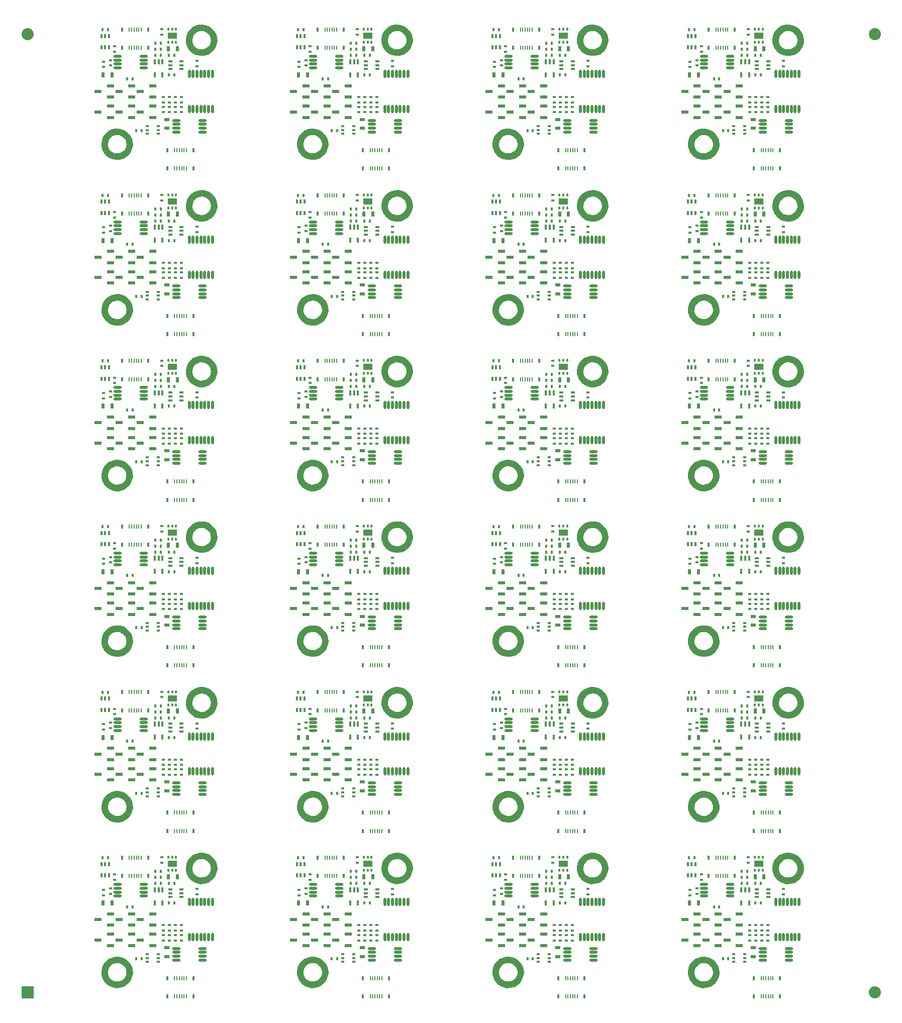
<source format=gtp>
G04 Layer_Color=8421504*
%FSLAX24Y24*%
%MOIN*%
G70*
G01*
G75*
%ADD10C,0.0800*%
%ADD11R,0.0800X0.0800*%
%ADD12O,0.0177X0.0551*%
%ADD13R,0.0236X0.0157*%
%ADD14R,0.0512X0.0236*%
%ADD15R,0.0197X0.0354*%
%ADD16R,0.0236X0.0165*%
%ADD17R,0.0079X0.0276*%
%ADD18R,0.0118X0.0276*%
%ADD19R,0.0255X0.0160*%
%ADD20R,0.0160X0.0255*%
%ADD21R,0.0157X0.0236*%
%ADD22R,0.0354X0.0197*%
%ADD23O,0.0571X0.0177*%
%ADD24R,0.0177X0.0374*%
%ADD25O,0.0118X0.0236*%
%ADD26R,0.0630X0.0394*%
G36*
X55430Y72829D02*
X55622Y72761D01*
X55797Y72658D01*
X55949Y72523D01*
X56072Y72361D01*
X56161Y72178D01*
X56214Y71982D01*
X56221Y71880D01*
X56213Y71880D01*
X56221Y71880D01*
X56221Y71872D01*
X56222Y71854D01*
X56223Y71837D01*
X56223Y71820D01*
Y71811D01*
X56223Y71709D01*
X56184Y71510D01*
X56107Y71322D01*
X55995Y71152D01*
X55852Y71007D01*
X55684Y70892D01*
X55497Y70812D01*
X55299Y70770D01*
X55095Y70766D01*
X54895Y70802D01*
X54706Y70876D01*
X54534Y70985D01*
X54387Y71125D01*
X54269Y71291D01*
X54186Y71477D01*
X54140Y71675D01*
X54133Y71878D01*
X54166Y72079D01*
X54237Y72269D01*
X54343Y72443D01*
X54481Y72592D01*
X54645Y72712D01*
X54829Y72799D01*
X55026Y72848D01*
X55229Y72858D01*
X55430Y72829D01*
D02*
G37*
G36*
X42462D02*
X42653Y72761D01*
X42829Y72658D01*
X42980Y72523D01*
X43103Y72361D01*
X43193Y72178D01*
X43245Y71982D01*
X43252Y71880D01*
X43244Y71880D01*
X43252Y71880D01*
X43253Y71872D01*
X43253Y71854D01*
X43254Y71837D01*
X43254Y71820D01*
Y71811D01*
X43254Y71709D01*
X43215Y71510D01*
X43138Y71322D01*
X43026Y71152D01*
X42884Y71007D01*
X42716Y70892D01*
X42529Y70812D01*
X42330Y70770D01*
X42127Y70766D01*
X41927Y70802D01*
X41737Y70876D01*
X41566Y70985D01*
X41418Y71125D01*
X41301Y71291D01*
X41218Y71477D01*
X41172Y71675D01*
X41165Y71878D01*
X41198Y72079D01*
X41268Y72269D01*
X41374Y72443D01*
X41512Y72592D01*
X41676Y72712D01*
X41860Y72799D01*
X42057Y72848D01*
X42260Y72858D01*
X42462Y72829D01*
D02*
G37*
G36*
X29493D02*
X29685Y72761D01*
X29860Y72658D01*
X30012Y72523D01*
X30135Y72361D01*
X30224Y72178D01*
X30277Y71982D01*
X30284Y71880D01*
X30276Y71880D01*
X30284Y71880D01*
X30284Y71872D01*
X30285Y71854D01*
X30286Y71837D01*
X30286Y71820D01*
Y71811D01*
X30286Y71709D01*
X30247Y71510D01*
X30170Y71322D01*
X30058Y71152D01*
X29915Y71007D01*
X29747Y70892D01*
X29560Y70812D01*
X29362Y70770D01*
X29158Y70766D01*
X28958Y70802D01*
X28769Y70876D01*
X28597Y70985D01*
X28450Y71125D01*
X28332Y71291D01*
X28249Y71477D01*
X28203Y71675D01*
X28196Y71878D01*
X28229Y72079D01*
X28300Y72269D01*
X28406Y72443D01*
X28544Y72592D01*
X28708Y72712D01*
X28892Y72799D01*
X29089Y72848D01*
X29292Y72858D01*
X29493Y72829D01*
D02*
G37*
G36*
X16525D02*
X16716Y72761D01*
X16892Y72658D01*
X17043Y72523D01*
X17166Y72361D01*
X17256Y72178D01*
X17308Y71982D01*
X17315Y71880D01*
X17307Y71880D01*
X17315Y71880D01*
X17316Y71872D01*
X17316Y71854D01*
X17317Y71837D01*
X17317Y71820D01*
Y71811D01*
X17317Y71709D01*
X17278Y71510D01*
X17201Y71322D01*
X17089Y71152D01*
X16947Y71007D01*
X16779Y70892D01*
X16592Y70812D01*
X16393Y70770D01*
X16190Y70766D01*
X15990Y70802D01*
X15800Y70876D01*
X15629Y70985D01*
X15481Y71125D01*
X15364Y71291D01*
X15281Y71477D01*
X15235Y71675D01*
X15228Y71878D01*
X15260Y72079D01*
X15331Y72269D01*
X15437Y72443D01*
X15575Y72592D01*
X15739Y72712D01*
X15923Y72799D01*
X16120Y72848D01*
X16323Y72858D01*
X16525Y72829D01*
D02*
G37*
G36*
X49830Y65929D02*
X50022Y65861D01*
X50197Y65758D01*
X50349Y65623D01*
X50472Y65461D01*
X50561Y65278D01*
X50614Y65082D01*
X50621Y64980D01*
X50613Y64980D01*
X50621Y64980D01*
X50621Y64972D01*
X50622Y64954D01*
X50623Y64937D01*
X50623Y64920D01*
Y64911D01*
X50623Y64809D01*
X50584Y64610D01*
X50507Y64422D01*
X50395Y64252D01*
X50252Y64107D01*
X50084Y63992D01*
X49897Y63912D01*
X49699Y63870D01*
X49495Y63866D01*
X49295Y63902D01*
X49106Y63976D01*
X48934Y64085D01*
X48787Y64225D01*
X48669Y64391D01*
X48586Y64577D01*
X48540Y64775D01*
X48533Y64978D01*
X48566Y65179D01*
X48637Y65369D01*
X48743Y65543D01*
X48881Y65692D01*
X49045Y65812D01*
X49229Y65899D01*
X49426Y65948D01*
X49629Y65958D01*
X49830Y65929D01*
D02*
G37*
G36*
X36862D02*
X37053Y65861D01*
X37229Y65758D01*
X37380Y65623D01*
X37503Y65461D01*
X37593Y65278D01*
X37645Y65082D01*
X37652Y64980D01*
X37644Y64980D01*
X37652Y64980D01*
X37653Y64972D01*
X37653Y64954D01*
X37654Y64937D01*
X37654Y64920D01*
Y64911D01*
X37654Y64809D01*
X37615Y64610D01*
X37538Y64422D01*
X37426Y64252D01*
X37284Y64107D01*
X37116Y63992D01*
X36929Y63912D01*
X36730Y63870D01*
X36527Y63866D01*
X36327Y63902D01*
X36137Y63976D01*
X35966Y64085D01*
X35818Y64225D01*
X35701Y64391D01*
X35618Y64577D01*
X35572Y64775D01*
X35565Y64978D01*
X35598Y65179D01*
X35668Y65369D01*
X35774Y65543D01*
X35912Y65692D01*
X36076Y65812D01*
X36260Y65899D01*
X36457Y65948D01*
X36660Y65958D01*
X36862Y65929D01*
D02*
G37*
G36*
X23893D02*
X24085Y65861D01*
X24260Y65758D01*
X24412Y65623D01*
X24535Y65461D01*
X24624Y65278D01*
X24677Y65082D01*
X24684Y64980D01*
X24676Y64980D01*
X24684Y64980D01*
X24684Y64972D01*
X24685Y64954D01*
X24686Y64937D01*
X24686Y64920D01*
Y64911D01*
X24686Y64809D01*
X24647Y64610D01*
X24570Y64422D01*
X24458Y64252D01*
X24315Y64107D01*
X24147Y63992D01*
X23960Y63912D01*
X23762Y63870D01*
X23558Y63866D01*
X23358Y63902D01*
X23169Y63976D01*
X22997Y64085D01*
X22850Y64225D01*
X22732Y64391D01*
X22649Y64577D01*
X22603Y64775D01*
X22596Y64978D01*
X22629Y65179D01*
X22700Y65369D01*
X22806Y65543D01*
X22944Y65692D01*
X23108Y65812D01*
X23292Y65899D01*
X23489Y65948D01*
X23692Y65958D01*
X23893Y65929D01*
D02*
G37*
G36*
X10925D02*
X11116Y65861D01*
X11292Y65758D01*
X11443Y65623D01*
X11566Y65461D01*
X11656Y65278D01*
X11708Y65082D01*
X11715Y64980D01*
X11707Y64980D01*
X11715Y64980D01*
X11716Y64972D01*
X11716Y64954D01*
X11717Y64937D01*
X11717Y64920D01*
Y64911D01*
X11717Y64809D01*
X11678Y64610D01*
X11601Y64422D01*
X11489Y64252D01*
X11347Y64107D01*
X11179Y63992D01*
X10992Y63912D01*
X10793Y63870D01*
X10590Y63866D01*
X10390Y63902D01*
X10200Y63976D01*
X10029Y64085D01*
X9881Y64225D01*
X9764Y64391D01*
X9681Y64577D01*
X9635Y64775D01*
X9628Y64978D01*
X9660Y65179D01*
X9731Y65369D01*
X9837Y65543D01*
X9975Y65692D01*
X10139Y65812D01*
X10323Y65899D01*
X10520Y65948D01*
X10723Y65958D01*
X10925Y65929D01*
D02*
G37*
G36*
X55430Y61841D02*
X55622Y61774D01*
X55797Y61671D01*
X55949Y61535D01*
X56072Y61374D01*
X56161Y61191D01*
X56214Y60994D01*
X56221Y60893D01*
X56213Y60893D01*
X56221Y60893D01*
X56221Y60884D01*
X56222Y60867D01*
X56223Y60850D01*
X56223Y60832D01*
Y60824D01*
X56223Y60722D01*
X56184Y60522D01*
X56107Y60334D01*
X55995Y60165D01*
X55852Y60020D01*
X55684Y59905D01*
X55497Y59825D01*
X55299Y59782D01*
X55095Y59779D01*
X54895Y59815D01*
X54706Y59889D01*
X54534Y59998D01*
X54387Y60138D01*
X54269Y60304D01*
X54186Y60489D01*
X54140Y60687D01*
X54133Y60890D01*
X54166Y61091D01*
X54237Y61282D01*
X54343Y61455D01*
X54481Y61605D01*
X54645Y61725D01*
X54829Y61811D01*
X55026Y61861D01*
X55229Y61871D01*
X55430Y61841D01*
D02*
G37*
G36*
X42462D02*
X42653Y61774D01*
X42829Y61671D01*
X42980Y61535D01*
X43103Y61374D01*
X43193Y61191D01*
X43245Y60994D01*
X43252Y60893D01*
X43244Y60893D01*
X43252Y60893D01*
X43253Y60884D01*
X43253Y60867D01*
X43254Y60850D01*
X43254Y60832D01*
Y60824D01*
X43254Y60722D01*
X43215Y60522D01*
X43138Y60334D01*
X43026Y60165D01*
X42884Y60020D01*
X42716Y59905D01*
X42529Y59825D01*
X42330Y59782D01*
X42127Y59779D01*
X41927Y59815D01*
X41737Y59889D01*
X41566Y59998D01*
X41418Y60138D01*
X41301Y60304D01*
X41218Y60489D01*
X41172Y60687D01*
X41165Y60890D01*
X41198Y61091D01*
X41268Y61282D01*
X41374Y61455D01*
X41512Y61605D01*
X41676Y61725D01*
X41860Y61811D01*
X42057Y61861D01*
X42260Y61871D01*
X42462Y61841D01*
D02*
G37*
G36*
X29493D02*
X29685Y61774D01*
X29860Y61671D01*
X30012Y61535D01*
X30135Y61374D01*
X30224Y61191D01*
X30277Y60994D01*
X30284Y60893D01*
X30276Y60893D01*
X30284Y60893D01*
X30284Y60884D01*
X30285Y60867D01*
X30286Y60850D01*
X30286Y60832D01*
Y60824D01*
X30286Y60722D01*
X30247Y60522D01*
X30170Y60334D01*
X30058Y60165D01*
X29915Y60020D01*
X29747Y59905D01*
X29560Y59825D01*
X29362Y59782D01*
X29158Y59779D01*
X28958Y59815D01*
X28769Y59889D01*
X28597Y59998D01*
X28450Y60138D01*
X28332Y60304D01*
X28249Y60489D01*
X28203Y60687D01*
X28196Y60890D01*
X28229Y61091D01*
X28300Y61282D01*
X28406Y61455D01*
X28544Y61605D01*
X28708Y61725D01*
X28892Y61811D01*
X29089Y61861D01*
X29292Y61871D01*
X29493Y61841D01*
D02*
G37*
G36*
X16525D02*
X16716Y61774D01*
X16892Y61671D01*
X17043Y61535D01*
X17166Y61374D01*
X17256Y61191D01*
X17308Y60994D01*
X17315Y60893D01*
X17307Y60893D01*
X17315Y60893D01*
X17316Y60884D01*
X17316Y60867D01*
X17317Y60850D01*
X17317Y60832D01*
Y60824D01*
X17317Y60722D01*
X17278Y60522D01*
X17201Y60334D01*
X17089Y60165D01*
X16947Y60020D01*
X16779Y59905D01*
X16592Y59825D01*
X16393Y59782D01*
X16190Y59779D01*
X15990Y59815D01*
X15800Y59889D01*
X15629Y59998D01*
X15481Y60138D01*
X15364Y60304D01*
X15281Y60489D01*
X15235Y60687D01*
X15228Y60890D01*
X15260Y61091D01*
X15331Y61282D01*
X15437Y61455D01*
X15575Y61605D01*
X15739Y61725D01*
X15923Y61811D01*
X16120Y61861D01*
X16323Y61871D01*
X16525Y61841D01*
D02*
G37*
G36*
X49830Y54941D02*
X50022Y54874D01*
X50197Y54771D01*
X50349Y54635D01*
X50472Y54474D01*
X50561Y54291D01*
X50614Y54094D01*
X50621Y53993D01*
X50613Y53993D01*
X50621Y53993D01*
X50621Y53984D01*
X50622Y53967D01*
X50623Y53950D01*
X50623Y53932D01*
Y53924D01*
X50623Y53822D01*
X50584Y53622D01*
X50507Y53434D01*
X50395Y53265D01*
X50252Y53120D01*
X50084Y53005D01*
X49897Y52925D01*
X49699Y52882D01*
X49495Y52879D01*
X49295Y52915D01*
X49106Y52989D01*
X48934Y53098D01*
X48787Y53238D01*
X48669Y53404D01*
X48586Y53589D01*
X48540Y53787D01*
X48533Y53991D01*
X48566Y54191D01*
X48637Y54382D01*
X48743Y54555D01*
X48881Y54705D01*
X49045Y54825D01*
X49229Y54911D01*
X49426Y54961D01*
X49629Y54971D01*
X49830Y54941D01*
D02*
G37*
G36*
X36862D02*
X37053Y54874D01*
X37229Y54771D01*
X37380Y54635D01*
X37503Y54474D01*
X37593Y54291D01*
X37645Y54094D01*
X37652Y53993D01*
X37644Y53993D01*
X37652Y53993D01*
X37653Y53984D01*
X37653Y53967D01*
X37654Y53950D01*
X37654Y53932D01*
Y53924D01*
X37654Y53822D01*
X37615Y53622D01*
X37538Y53434D01*
X37426Y53265D01*
X37284Y53120D01*
X37116Y53005D01*
X36929Y52925D01*
X36730Y52882D01*
X36527Y52879D01*
X36327Y52915D01*
X36137Y52989D01*
X35966Y53098D01*
X35818Y53238D01*
X35701Y53404D01*
X35618Y53589D01*
X35572Y53787D01*
X35565Y53991D01*
X35598Y54191D01*
X35668Y54382D01*
X35774Y54555D01*
X35912Y54705D01*
X36076Y54825D01*
X36260Y54911D01*
X36457Y54961D01*
X36660Y54971D01*
X36862Y54941D01*
D02*
G37*
G36*
X23893D02*
X24085Y54874D01*
X24260Y54771D01*
X24412Y54635D01*
X24535Y54474D01*
X24624Y54291D01*
X24677Y54094D01*
X24684Y53993D01*
X24676Y53993D01*
X24684Y53993D01*
X24684Y53984D01*
X24685Y53967D01*
X24686Y53950D01*
X24686Y53932D01*
Y53924D01*
X24686Y53822D01*
X24647Y53622D01*
X24570Y53434D01*
X24458Y53265D01*
X24315Y53120D01*
X24147Y53005D01*
X23960Y52925D01*
X23762Y52882D01*
X23558Y52879D01*
X23358Y52915D01*
X23169Y52989D01*
X22997Y53098D01*
X22850Y53238D01*
X22732Y53404D01*
X22649Y53589D01*
X22603Y53787D01*
X22596Y53991D01*
X22629Y54191D01*
X22700Y54382D01*
X22806Y54555D01*
X22944Y54705D01*
X23108Y54825D01*
X23292Y54911D01*
X23489Y54961D01*
X23692Y54971D01*
X23893Y54941D01*
D02*
G37*
G36*
X10925D02*
X11116Y54874D01*
X11292Y54771D01*
X11443Y54635D01*
X11566Y54474D01*
X11656Y54291D01*
X11708Y54094D01*
X11715Y53993D01*
X11707Y53993D01*
X11715Y53993D01*
X11716Y53984D01*
X11716Y53967D01*
X11717Y53950D01*
X11717Y53932D01*
Y53924D01*
X11717Y53822D01*
X11678Y53622D01*
X11601Y53434D01*
X11489Y53265D01*
X11347Y53120D01*
X11179Y53005D01*
X10992Y52925D01*
X10793Y52882D01*
X10590Y52879D01*
X10390Y52915D01*
X10200Y52989D01*
X10029Y53098D01*
X9881Y53238D01*
X9764Y53404D01*
X9681Y53589D01*
X9635Y53787D01*
X9628Y53991D01*
X9660Y54191D01*
X9731Y54382D01*
X9837Y54555D01*
X9975Y54705D01*
X10139Y54825D01*
X10323Y54911D01*
X10520Y54961D01*
X10723Y54971D01*
X10925Y54941D01*
D02*
G37*
G36*
X55430Y50854D02*
X55622Y50787D01*
X55797Y50683D01*
X55949Y50548D01*
X56072Y50386D01*
X56161Y50203D01*
X56214Y50007D01*
X56221Y49906D01*
X56213Y49905D01*
X56221Y49906D01*
X56221Y49897D01*
X56222Y49880D01*
X56223Y49862D01*
X56223Y49845D01*
Y49836D01*
X56223Y49735D01*
X56184Y49535D01*
X56107Y49347D01*
X55995Y49177D01*
X55852Y49032D01*
X55684Y48917D01*
X55497Y48837D01*
X55299Y48795D01*
X55095Y48791D01*
X54895Y48827D01*
X54706Y48901D01*
X54534Y49010D01*
X54387Y49150D01*
X54269Y49316D01*
X54186Y49502D01*
X54140Y49700D01*
X54133Y49903D01*
X54166Y50104D01*
X54237Y50294D01*
X54343Y50468D01*
X54481Y50617D01*
X54645Y50738D01*
X54829Y50824D01*
X55026Y50873D01*
X55229Y50883D01*
X55430Y50854D01*
D02*
G37*
G36*
X42462D02*
X42653Y50787D01*
X42829Y50683D01*
X42980Y50548D01*
X43103Y50386D01*
X43193Y50203D01*
X43245Y50007D01*
X43252Y49906D01*
X43244Y49905D01*
X43252Y49906D01*
X43253Y49897D01*
X43253Y49880D01*
X43254Y49862D01*
X43254Y49845D01*
Y49836D01*
X43254Y49735D01*
X43215Y49535D01*
X43138Y49347D01*
X43026Y49177D01*
X42884Y49032D01*
X42716Y48917D01*
X42529Y48837D01*
X42330Y48795D01*
X42127Y48791D01*
X41927Y48827D01*
X41737Y48901D01*
X41566Y49010D01*
X41418Y49150D01*
X41301Y49316D01*
X41218Y49502D01*
X41172Y49700D01*
X41165Y49903D01*
X41198Y50104D01*
X41268Y50294D01*
X41374Y50468D01*
X41512Y50617D01*
X41676Y50738D01*
X41860Y50824D01*
X42057Y50873D01*
X42260Y50883D01*
X42462Y50854D01*
D02*
G37*
G36*
X29493D02*
X29685Y50787D01*
X29860Y50683D01*
X30012Y50548D01*
X30135Y50386D01*
X30224Y50203D01*
X30277Y50007D01*
X30284Y49906D01*
X30276Y49905D01*
X30284Y49906D01*
X30284Y49897D01*
X30285Y49880D01*
X30286Y49862D01*
X30286Y49845D01*
Y49836D01*
X30286Y49735D01*
X30247Y49535D01*
X30170Y49347D01*
X30058Y49177D01*
X29915Y49032D01*
X29747Y48917D01*
X29560Y48837D01*
X29362Y48795D01*
X29158Y48791D01*
X28958Y48827D01*
X28769Y48901D01*
X28597Y49010D01*
X28450Y49150D01*
X28332Y49316D01*
X28249Y49502D01*
X28203Y49700D01*
X28196Y49903D01*
X28229Y50104D01*
X28300Y50294D01*
X28406Y50468D01*
X28544Y50617D01*
X28708Y50738D01*
X28892Y50824D01*
X29089Y50873D01*
X29292Y50883D01*
X29493Y50854D01*
D02*
G37*
G36*
X16525D02*
X16716Y50787D01*
X16892Y50683D01*
X17043Y50548D01*
X17166Y50386D01*
X17256Y50203D01*
X17308Y50007D01*
X17315Y49906D01*
X17307Y49905D01*
X17315Y49906D01*
X17316Y49897D01*
X17316Y49880D01*
X17317Y49862D01*
X17317Y49845D01*
Y49836D01*
X17317Y49735D01*
X17278Y49535D01*
X17201Y49347D01*
X17089Y49177D01*
X16947Y49032D01*
X16779Y48917D01*
X16592Y48837D01*
X16393Y48795D01*
X16190Y48791D01*
X15990Y48827D01*
X15800Y48901D01*
X15629Y49010D01*
X15481Y49150D01*
X15364Y49316D01*
X15281Y49502D01*
X15235Y49700D01*
X15228Y49903D01*
X15260Y50104D01*
X15331Y50294D01*
X15437Y50468D01*
X15575Y50617D01*
X15739Y50738D01*
X15923Y50824D01*
X16120Y50873D01*
X16323Y50883D01*
X16525Y50854D01*
D02*
G37*
G36*
X49830Y43954D02*
X50022Y43887D01*
X50197Y43783D01*
X50349Y43648D01*
X50472Y43486D01*
X50561Y43303D01*
X50614Y43107D01*
X50621Y43006D01*
X50613Y43005D01*
X50621Y43006D01*
X50621Y42997D01*
X50622Y42980D01*
X50623Y42962D01*
X50623Y42945D01*
Y42936D01*
X50623Y42835D01*
X50584Y42635D01*
X50507Y42447D01*
X50395Y42277D01*
X50252Y42132D01*
X50084Y42017D01*
X49897Y41937D01*
X49699Y41895D01*
X49495Y41891D01*
X49295Y41927D01*
X49106Y42001D01*
X48934Y42110D01*
X48787Y42250D01*
X48669Y42416D01*
X48586Y42602D01*
X48540Y42800D01*
X48533Y43003D01*
X48566Y43204D01*
X48637Y43394D01*
X48743Y43568D01*
X48881Y43717D01*
X49045Y43838D01*
X49229Y43924D01*
X49426Y43973D01*
X49629Y43983D01*
X49830Y43954D01*
D02*
G37*
G36*
X36862D02*
X37053Y43887D01*
X37229Y43783D01*
X37380Y43648D01*
X37503Y43486D01*
X37593Y43303D01*
X37645Y43107D01*
X37652Y43006D01*
X37644Y43005D01*
X37652Y43006D01*
X37653Y42997D01*
X37653Y42980D01*
X37654Y42962D01*
X37654Y42945D01*
Y42936D01*
X37654Y42835D01*
X37615Y42635D01*
X37538Y42447D01*
X37426Y42277D01*
X37284Y42132D01*
X37116Y42017D01*
X36929Y41937D01*
X36730Y41895D01*
X36527Y41891D01*
X36327Y41927D01*
X36137Y42001D01*
X35966Y42110D01*
X35818Y42250D01*
X35701Y42416D01*
X35618Y42602D01*
X35572Y42800D01*
X35565Y43003D01*
X35598Y43204D01*
X35668Y43394D01*
X35774Y43568D01*
X35912Y43717D01*
X36076Y43838D01*
X36260Y43924D01*
X36457Y43973D01*
X36660Y43983D01*
X36862Y43954D01*
D02*
G37*
G36*
X23893D02*
X24085Y43887D01*
X24260Y43783D01*
X24412Y43648D01*
X24535Y43486D01*
X24624Y43303D01*
X24677Y43107D01*
X24684Y43006D01*
X24676Y43005D01*
X24684Y43006D01*
X24684Y42997D01*
X24685Y42980D01*
X24686Y42962D01*
X24686Y42945D01*
Y42936D01*
X24686Y42835D01*
X24647Y42635D01*
X24570Y42447D01*
X24458Y42277D01*
X24315Y42132D01*
X24147Y42017D01*
X23960Y41937D01*
X23762Y41895D01*
X23558Y41891D01*
X23358Y41927D01*
X23169Y42001D01*
X22997Y42110D01*
X22850Y42250D01*
X22732Y42416D01*
X22649Y42602D01*
X22603Y42800D01*
X22596Y43003D01*
X22629Y43204D01*
X22700Y43394D01*
X22806Y43568D01*
X22944Y43717D01*
X23108Y43838D01*
X23292Y43924D01*
X23489Y43973D01*
X23692Y43983D01*
X23893Y43954D01*
D02*
G37*
G36*
X10925D02*
X11116Y43887D01*
X11292Y43783D01*
X11443Y43648D01*
X11566Y43486D01*
X11656Y43303D01*
X11708Y43107D01*
X11715Y43006D01*
X11707Y43005D01*
X11715Y43006D01*
X11716Y42997D01*
X11716Y42980D01*
X11717Y42962D01*
X11717Y42945D01*
Y42936D01*
X11717Y42835D01*
X11678Y42635D01*
X11601Y42447D01*
X11489Y42277D01*
X11347Y42132D01*
X11179Y42017D01*
X10992Y41937D01*
X10793Y41895D01*
X10590Y41891D01*
X10390Y41927D01*
X10200Y42001D01*
X10029Y42110D01*
X9881Y42250D01*
X9764Y42416D01*
X9681Y42602D01*
X9635Y42800D01*
X9628Y43003D01*
X9660Y43204D01*
X9731Y43394D01*
X9837Y43568D01*
X9975Y43717D01*
X10139Y43838D01*
X10323Y43924D01*
X10520Y43973D01*
X10723Y43983D01*
X10925Y43954D01*
D02*
G37*
G36*
X55430Y39867D02*
X55622Y39799D01*
X55797Y39696D01*
X55949Y39561D01*
X56072Y39399D01*
X56161Y39216D01*
X56214Y39020D01*
X56221Y38918D01*
X56213Y38918D01*
X56221Y38918D01*
X56221Y38910D01*
X56222Y38892D01*
X56223Y38875D01*
X56223Y38858D01*
Y38849D01*
X56223Y38747D01*
X56184Y38548D01*
X56107Y38359D01*
X55995Y38190D01*
X55852Y38045D01*
X55684Y37930D01*
X55497Y37850D01*
X55299Y37807D01*
X55095Y37804D01*
X54895Y37840D01*
X54706Y37914D01*
X54534Y38023D01*
X54387Y38163D01*
X54269Y38329D01*
X54186Y38514D01*
X54140Y38712D01*
X54133Y38916D01*
X54166Y39116D01*
X54237Y39307D01*
X54343Y39480D01*
X54481Y39630D01*
X54645Y39750D01*
X54829Y39837D01*
X55026Y39886D01*
X55229Y39896D01*
X55430Y39867D01*
D02*
G37*
G36*
X42462D02*
X42653Y39799D01*
X42829Y39696D01*
X42980Y39561D01*
X43103Y39399D01*
X43193Y39216D01*
X43245Y39020D01*
X43252Y38918D01*
X43244Y38918D01*
X43252Y38918D01*
X43253Y38910D01*
X43253Y38892D01*
X43254Y38875D01*
X43254Y38858D01*
Y38849D01*
X43254Y38747D01*
X43215Y38548D01*
X43138Y38359D01*
X43026Y38190D01*
X42884Y38045D01*
X42716Y37930D01*
X42529Y37850D01*
X42330Y37807D01*
X42127Y37804D01*
X41927Y37840D01*
X41737Y37914D01*
X41566Y38023D01*
X41418Y38163D01*
X41301Y38329D01*
X41218Y38514D01*
X41172Y38712D01*
X41165Y38916D01*
X41198Y39116D01*
X41268Y39307D01*
X41374Y39480D01*
X41512Y39630D01*
X41676Y39750D01*
X41860Y39837D01*
X42057Y39886D01*
X42260Y39896D01*
X42462Y39867D01*
D02*
G37*
G36*
X29493D02*
X29685Y39799D01*
X29860Y39696D01*
X30012Y39561D01*
X30135Y39399D01*
X30224Y39216D01*
X30277Y39020D01*
X30284Y38918D01*
X30276Y38918D01*
X30284Y38918D01*
X30284Y38910D01*
X30285Y38892D01*
X30286Y38875D01*
X30286Y38858D01*
Y38849D01*
X30286Y38747D01*
X30247Y38548D01*
X30170Y38359D01*
X30058Y38190D01*
X29915Y38045D01*
X29747Y37930D01*
X29560Y37850D01*
X29362Y37807D01*
X29158Y37804D01*
X28958Y37840D01*
X28769Y37914D01*
X28597Y38023D01*
X28450Y38163D01*
X28332Y38329D01*
X28249Y38514D01*
X28203Y38712D01*
X28196Y38916D01*
X28229Y39116D01*
X28300Y39307D01*
X28406Y39480D01*
X28544Y39630D01*
X28708Y39750D01*
X28892Y39837D01*
X29089Y39886D01*
X29292Y39896D01*
X29493Y39867D01*
D02*
G37*
G36*
X16525D02*
X16716Y39799D01*
X16892Y39696D01*
X17043Y39561D01*
X17166Y39399D01*
X17256Y39216D01*
X17308Y39020D01*
X17315Y38918D01*
X17307Y38918D01*
X17315Y38918D01*
X17316Y38910D01*
X17316Y38892D01*
X17317Y38875D01*
X17317Y38858D01*
Y38849D01*
X17317Y38747D01*
X17278Y38548D01*
X17201Y38359D01*
X17089Y38190D01*
X16947Y38045D01*
X16779Y37930D01*
X16592Y37850D01*
X16393Y37807D01*
X16190Y37804D01*
X15990Y37840D01*
X15800Y37914D01*
X15629Y38023D01*
X15481Y38163D01*
X15364Y38329D01*
X15281Y38514D01*
X15235Y38712D01*
X15228Y38916D01*
X15260Y39116D01*
X15331Y39307D01*
X15437Y39480D01*
X15575Y39630D01*
X15739Y39750D01*
X15923Y39837D01*
X16120Y39886D01*
X16323Y39896D01*
X16525Y39867D01*
D02*
G37*
G36*
X49830Y32967D02*
X50022Y32899D01*
X50197Y32796D01*
X50349Y32661D01*
X50472Y32499D01*
X50561Y32316D01*
X50614Y32120D01*
X50621Y32018D01*
X50613Y32018D01*
X50621Y32018D01*
X50621Y32010D01*
X50622Y31992D01*
X50623Y31975D01*
X50623Y31957D01*
Y31949D01*
X50623Y31847D01*
X50584Y31648D01*
X50507Y31459D01*
X50395Y31290D01*
X50252Y31145D01*
X50084Y31030D01*
X49897Y30950D01*
X49699Y30907D01*
X49495Y30904D01*
X49295Y30940D01*
X49106Y31014D01*
X48934Y31123D01*
X48787Y31263D01*
X48669Y31429D01*
X48586Y31614D01*
X48540Y31812D01*
X48533Y32016D01*
X48566Y32216D01*
X48637Y32407D01*
X48743Y32580D01*
X48881Y32730D01*
X49045Y32850D01*
X49229Y32937D01*
X49426Y32986D01*
X49629Y32996D01*
X49830Y32967D01*
D02*
G37*
G36*
X36862D02*
X37053Y32899D01*
X37229Y32796D01*
X37380Y32661D01*
X37503Y32499D01*
X37593Y32316D01*
X37645Y32120D01*
X37652Y32018D01*
X37644Y32018D01*
X37652Y32018D01*
X37653Y32010D01*
X37653Y31992D01*
X37654Y31975D01*
X37654Y31957D01*
Y31949D01*
X37654Y31847D01*
X37615Y31648D01*
X37538Y31459D01*
X37426Y31290D01*
X37284Y31145D01*
X37116Y31030D01*
X36929Y30950D01*
X36730Y30907D01*
X36527Y30904D01*
X36327Y30940D01*
X36137Y31014D01*
X35966Y31123D01*
X35818Y31263D01*
X35701Y31429D01*
X35618Y31614D01*
X35572Y31812D01*
X35565Y32016D01*
X35598Y32216D01*
X35668Y32407D01*
X35774Y32580D01*
X35912Y32730D01*
X36076Y32850D01*
X36260Y32937D01*
X36457Y32986D01*
X36660Y32996D01*
X36862Y32967D01*
D02*
G37*
G36*
X23893D02*
X24085Y32899D01*
X24260Y32796D01*
X24412Y32661D01*
X24535Y32499D01*
X24624Y32316D01*
X24677Y32120D01*
X24684Y32018D01*
X24676Y32018D01*
X24684Y32018D01*
X24684Y32010D01*
X24685Y31992D01*
X24686Y31975D01*
X24686Y31957D01*
Y31949D01*
X24686Y31847D01*
X24647Y31648D01*
X24570Y31459D01*
X24458Y31290D01*
X24315Y31145D01*
X24147Y31030D01*
X23960Y30950D01*
X23762Y30907D01*
X23558Y30904D01*
X23358Y30940D01*
X23169Y31014D01*
X22997Y31123D01*
X22850Y31263D01*
X22732Y31429D01*
X22649Y31614D01*
X22603Y31812D01*
X22596Y32016D01*
X22629Y32216D01*
X22700Y32407D01*
X22806Y32580D01*
X22944Y32730D01*
X23108Y32850D01*
X23292Y32937D01*
X23489Y32986D01*
X23692Y32996D01*
X23893Y32967D01*
D02*
G37*
G36*
X10925D02*
X11116Y32899D01*
X11292Y32796D01*
X11443Y32661D01*
X11566Y32499D01*
X11656Y32316D01*
X11708Y32120D01*
X11715Y32018D01*
X11707Y32018D01*
X11715Y32018D01*
X11716Y32010D01*
X11716Y31992D01*
X11717Y31975D01*
X11717Y31957D01*
Y31949D01*
X11717Y31847D01*
X11678Y31648D01*
X11601Y31459D01*
X11489Y31290D01*
X11347Y31145D01*
X11179Y31030D01*
X10992Y30950D01*
X10793Y30907D01*
X10590Y30904D01*
X10390Y30940D01*
X10200Y31014D01*
X10029Y31123D01*
X9881Y31263D01*
X9764Y31429D01*
X9681Y31614D01*
X9635Y31812D01*
X9628Y32016D01*
X9660Y32216D01*
X9731Y32407D01*
X9837Y32580D01*
X9975Y32730D01*
X10139Y32850D01*
X10323Y32937D01*
X10520Y32986D01*
X10723Y32996D01*
X10925Y32967D01*
D02*
G37*
G36*
X55430Y28879D02*
X55622Y28812D01*
X55797Y28708D01*
X55949Y28573D01*
X56072Y28411D01*
X56161Y28229D01*
X56214Y28032D01*
X56221Y27931D01*
X56213Y27930D01*
X56221Y27931D01*
X56221Y27922D01*
X56222Y27905D01*
X56223Y27887D01*
X56223Y27870D01*
Y27861D01*
X56223Y27760D01*
X56184Y27560D01*
X56107Y27372D01*
X55995Y27202D01*
X55852Y27057D01*
X55684Y26943D01*
X55497Y26863D01*
X55299Y26820D01*
X55095Y26817D01*
X54895Y26852D01*
X54706Y26926D01*
X54534Y27035D01*
X54387Y27176D01*
X54269Y27342D01*
X54186Y27527D01*
X54140Y27725D01*
X54133Y27928D01*
X54166Y28129D01*
X54237Y28320D01*
X54343Y28493D01*
X54481Y28643D01*
X54645Y28763D01*
X54829Y28849D01*
X55026Y28898D01*
X55229Y28908D01*
X55430Y28879D01*
D02*
G37*
G36*
X42462D02*
X42653Y28812D01*
X42829Y28708D01*
X42980Y28573D01*
X43103Y28411D01*
X43193Y28229D01*
X43245Y28032D01*
X43252Y27931D01*
X43244Y27930D01*
X43252Y27931D01*
X43253Y27922D01*
X43253Y27905D01*
X43254Y27887D01*
X43254Y27870D01*
Y27861D01*
X43254Y27760D01*
X43215Y27560D01*
X43138Y27372D01*
X43026Y27202D01*
X42884Y27057D01*
X42716Y26943D01*
X42529Y26863D01*
X42330Y26820D01*
X42127Y26817D01*
X41927Y26852D01*
X41737Y26926D01*
X41566Y27035D01*
X41418Y27176D01*
X41301Y27342D01*
X41218Y27527D01*
X41172Y27725D01*
X41165Y27928D01*
X41198Y28129D01*
X41268Y28320D01*
X41374Y28493D01*
X41512Y28643D01*
X41676Y28763D01*
X41860Y28849D01*
X42057Y28898D01*
X42260Y28908D01*
X42462Y28879D01*
D02*
G37*
G36*
X29493D02*
X29685Y28812D01*
X29860Y28708D01*
X30012Y28573D01*
X30135Y28411D01*
X30224Y28229D01*
X30277Y28032D01*
X30284Y27931D01*
X30276Y27930D01*
X30284Y27931D01*
X30284Y27922D01*
X30285Y27905D01*
X30286Y27887D01*
X30286Y27870D01*
Y27861D01*
X30286Y27760D01*
X30247Y27560D01*
X30170Y27372D01*
X30058Y27202D01*
X29915Y27057D01*
X29747Y26943D01*
X29560Y26863D01*
X29362Y26820D01*
X29158Y26817D01*
X28958Y26852D01*
X28769Y26926D01*
X28597Y27035D01*
X28450Y27176D01*
X28332Y27342D01*
X28249Y27527D01*
X28203Y27725D01*
X28196Y27928D01*
X28229Y28129D01*
X28300Y28320D01*
X28406Y28493D01*
X28544Y28643D01*
X28708Y28763D01*
X28892Y28849D01*
X29089Y28898D01*
X29292Y28908D01*
X29493Y28879D01*
D02*
G37*
G36*
X16525D02*
X16716Y28812D01*
X16892Y28708D01*
X17043Y28573D01*
X17166Y28411D01*
X17256Y28229D01*
X17308Y28032D01*
X17315Y27931D01*
X17307Y27930D01*
X17315Y27931D01*
X17316Y27922D01*
X17316Y27905D01*
X17317Y27887D01*
X17317Y27870D01*
Y27861D01*
X17317Y27760D01*
X17278Y27560D01*
X17201Y27372D01*
X17089Y27202D01*
X16947Y27057D01*
X16779Y26943D01*
X16592Y26863D01*
X16393Y26820D01*
X16190Y26817D01*
X15990Y26852D01*
X15800Y26926D01*
X15629Y27035D01*
X15481Y27176D01*
X15364Y27342D01*
X15281Y27527D01*
X15235Y27725D01*
X15228Y27928D01*
X15260Y28129D01*
X15331Y28320D01*
X15437Y28493D01*
X15575Y28643D01*
X15739Y28763D01*
X15923Y28849D01*
X16120Y28898D01*
X16323Y28908D01*
X16525Y28879D01*
D02*
G37*
G36*
X49830Y21979D02*
X50022Y21912D01*
X50197Y21808D01*
X50349Y21673D01*
X50472Y21511D01*
X50561Y21329D01*
X50614Y21132D01*
X50621Y21031D01*
X50613Y21030D01*
X50621Y21031D01*
X50621Y21022D01*
X50622Y21005D01*
X50623Y20987D01*
X50623Y20970D01*
Y20961D01*
X50623Y20860D01*
X50584Y20660D01*
X50507Y20472D01*
X50395Y20302D01*
X50252Y20157D01*
X50084Y20043D01*
X49897Y19963D01*
X49699Y19920D01*
X49495Y19917D01*
X49295Y19952D01*
X49106Y20026D01*
X48934Y20135D01*
X48787Y20276D01*
X48669Y20442D01*
X48586Y20627D01*
X48540Y20825D01*
X48533Y21028D01*
X48566Y21229D01*
X48637Y21420D01*
X48743Y21593D01*
X48881Y21743D01*
X49045Y21863D01*
X49229Y21949D01*
X49426Y21998D01*
X49629Y22008D01*
X49830Y21979D01*
D02*
G37*
G36*
X36862D02*
X37053Y21912D01*
X37229Y21808D01*
X37380Y21673D01*
X37503Y21511D01*
X37593Y21329D01*
X37645Y21132D01*
X37652Y21031D01*
X37644Y21030D01*
X37652Y21031D01*
X37653Y21022D01*
X37653Y21005D01*
X37654Y20987D01*
X37654Y20970D01*
Y20961D01*
X37654Y20860D01*
X37615Y20660D01*
X37538Y20472D01*
X37426Y20302D01*
X37284Y20157D01*
X37116Y20043D01*
X36929Y19963D01*
X36730Y19920D01*
X36527Y19917D01*
X36327Y19952D01*
X36137Y20026D01*
X35966Y20135D01*
X35818Y20276D01*
X35701Y20442D01*
X35618Y20627D01*
X35572Y20825D01*
X35565Y21028D01*
X35598Y21229D01*
X35668Y21420D01*
X35774Y21593D01*
X35912Y21743D01*
X36076Y21863D01*
X36260Y21949D01*
X36457Y21998D01*
X36660Y22008D01*
X36862Y21979D01*
D02*
G37*
G36*
X23893D02*
X24085Y21912D01*
X24260Y21808D01*
X24412Y21673D01*
X24535Y21511D01*
X24624Y21329D01*
X24677Y21132D01*
X24684Y21031D01*
X24676Y21030D01*
X24684Y21031D01*
X24684Y21022D01*
X24685Y21005D01*
X24686Y20987D01*
X24686Y20970D01*
Y20961D01*
X24686Y20860D01*
X24647Y20660D01*
X24570Y20472D01*
X24458Y20302D01*
X24315Y20157D01*
X24147Y20043D01*
X23960Y19963D01*
X23762Y19920D01*
X23558Y19917D01*
X23358Y19952D01*
X23169Y20026D01*
X22997Y20135D01*
X22850Y20276D01*
X22732Y20442D01*
X22649Y20627D01*
X22603Y20825D01*
X22596Y21028D01*
X22629Y21229D01*
X22700Y21420D01*
X22806Y21593D01*
X22944Y21743D01*
X23108Y21863D01*
X23292Y21949D01*
X23489Y21998D01*
X23692Y22008D01*
X23893Y21979D01*
D02*
G37*
G36*
X10925D02*
X11116Y21912D01*
X11292Y21808D01*
X11443Y21673D01*
X11566Y21511D01*
X11656Y21329D01*
X11708Y21132D01*
X11715Y21031D01*
X11707Y21030D01*
X11715Y21031D01*
X11716Y21022D01*
X11716Y21005D01*
X11717Y20987D01*
X11717Y20970D01*
Y20961D01*
X11717Y20860D01*
X11678Y20660D01*
X11601Y20472D01*
X11489Y20302D01*
X11347Y20157D01*
X11179Y20043D01*
X10992Y19963D01*
X10793Y19920D01*
X10590Y19917D01*
X10390Y19952D01*
X10200Y20026D01*
X10029Y20135D01*
X9881Y20276D01*
X9764Y20442D01*
X9681Y20627D01*
X9635Y20825D01*
X9628Y21028D01*
X9660Y21229D01*
X9731Y21420D01*
X9837Y21593D01*
X9975Y21743D01*
X10139Y21863D01*
X10323Y21949D01*
X10520Y21998D01*
X10723Y22008D01*
X10925Y21979D01*
D02*
G37*
G36*
X55430Y17892D02*
X55622Y17824D01*
X55797Y17721D01*
X55949Y17586D01*
X56072Y17424D01*
X56161Y17241D01*
X56214Y17045D01*
X56221Y16943D01*
X56213Y16943D01*
X56221Y16943D01*
X56221Y16935D01*
X56222Y16917D01*
X56223Y16900D01*
X56223Y16883D01*
Y16874D01*
X56223Y16772D01*
X56184Y16573D01*
X56107Y16385D01*
X55995Y16215D01*
X55852Y16070D01*
X55684Y15955D01*
X55497Y15875D01*
X55299Y15833D01*
X55095Y15829D01*
X54895Y15865D01*
X54706Y15939D01*
X54534Y16048D01*
X54387Y16188D01*
X54269Y16354D01*
X54186Y16540D01*
X54140Y16738D01*
X54133Y16941D01*
X54166Y17142D01*
X54237Y17332D01*
X54343Y17506D01*
X54481Y17655D01*
X54645Y17775D01*
X54829Y17862D01*
X55026Y17911D01*
X55229Y17921D01*
X55430Y17892D01*
D02*
G37*
G36*
X42462D02*
X42653Y17824D01*
X42829Y17721D01*
X42980Y17586D01*
X43103Y17424D01*
X43193Y17241D01*
X43245Y17045D01*
X43252Y16943D01*
X43244Y16943D01*
X43252Y16943D01*
X43253Y16935D01*
X43253Y16917D01*
X43254Y16900D01*
X43254Y16883D01*
Y16874D01*
X43254Y16772D01*
X43215Y16573D01*
X43138Y16385D01*
X43026Y16215D01*
X42884Y16070D01*
X42716Y15955D01*
X42529Y15875D01*
X42330Y15833D01*
X42127Y15829D01*
X41927Y15865D01*
X41737Y15939D01*
X41566Y16048D01*
X41418Y16188D01*
X41301Y16354D01*
X41218Y16540D01*
X41172Y16738D01*
X41165Y16941D01*
X41198Y17142D01*
X41268Y17332D01*
X41374Y17506D01*
X41512Y17655D01*
X41676Y17775D01*
X41860Y17862D01*
X42057Y17911D01*
X42260Y17921D01*
X42462Y17892D01*
D02*
G37*
G36*
X29493D02*
X29685Y17824D01*
X29860Y17721D01*
X30012Y17586D01*
X30135Y17424D01*
X30224Y17241D01*
X30277Y17045D01*
X30284Y16943D01*
X30276Y16943D01*
X30284Y16943D01*
X30284Y16935D01*
X30285Y16917D01*
X30286Y16900D01*
X30286Y16883D01*
Y16874D01*
X30286Y16772D01*
X30247Y16573D01*
X30170Y16385D01*
X30058Y16215D01*
X29915Y16070D01*
X29747Y15955D01*
X29560Y15875D01*
X29362Y15833D01*
X29158Y15829D01*
X28958Y15865D01*
X28769Y15939D01*
X28597Y16048D01*
X28450Y16188D01*
X28332Y16354D01*
X28249Y16540D01*
X28203Y16738D01*
X28196Y16941D01*
X28229Y17142D01*
X28300Y17332D01*
X28406Y17506D01*
X28544Y17655D01*
X28708Y17775D01*
X28892Y17862D01*
X29089Y17911D01*
X29292Y17921D01*
X29493Y17892D01*
D02*
G37*
G36*
X16525D02*
X16716Y17824D01*
X16892Y17721D01*
X17043Y17586D01*
X17166Y17424D01*
X17256Y17241D01*
X17308Y17045D01*
X17315Y16943D01*
X17307Y16943D01*
X17315Y16943D01*
X17316Y16935D01*
X17316Y16917D01*
X17317Y16900D01*
X17317Y16883D01*
Y16874D01*
X17317Y16772D01*
X17278Y16573D01*
X17201Y16385D01*
X17089Y16215D01*
X16947Y16070D01*
X16779Y15955D01*
X16592Y15875D01*
X16393Y15833D01*
X16190Y15829D01*
X15990Y15865D01*
X15800Y15939D01*
X15629Y16048D01*
X15481Y16188D01*
X15364Y16354D01*
X15281Y16540D01*
X15235Y16738D01*
X15228Y16941D01*
X15260Y17142D01*
X15331Y17332D01*
X15437Y17506D01*
X15575Y17655D01*
X15739Y17775D01*
X15923Y17862D01*
X16120Y17911D01*
X16323Y17921D01*
X16525Y17892D01*
D02*
G37*
G36*
X49830Y10992D02*
X50022Y10924D01*
X50197Y10821D01*
X50349Y10686D01*
X50472Y10524D01*
X50561Y10341D01*
X50614Y10145D01*
X50621Y10043D01*
X50613Y10043D01*
X50621Y10043D01*
X50621Y10035D01*
X50622Y10017D01*
X50623Y10000D01*
X50623Y9983D01*
Y9974D01*
X50623Y9872D01*
X50584Y9673D01*
X50507Y9485D01*
X50395Y9315D01*
X50252Y9170D01*
X50084Y9055D01*
X49897Y8975D01*
X49699Y8933D01*
X49495Y8929D01*
X49295Y8965D01*
X49106Y9039D01*
X48934Y9148D01*
X48787Y9288D01*
X48669Y9454D01*
X48586Y9640D01*
X48540Y9838D01*
X48533Y10041D01*
X48566Y10242D01*
X48637Y10432D01*
X48743Y10606D01*
X48881Y10755D01*
X49045Y10875D01*
X49229Y10962D01*
X49426Y11011D01*
X49629Y11021D01*
X49830Y10992D01*
D02*
G37*
G36*
X36862D02*
X37053Y10924D01*
X37229Y10821D01*
X37380Y10686D01*
X37503Y10524D01*
X37593Y10341D01*
X37645Y10145D01*
X37652Y10043D01*
X37644Y10043D01*
X37652Y10043D01*
X37653Y10035D01*
X37653Y10017D01*
X37654Y10000D01*
X37654Y9983D01*
Y9974D01*
X37654Y9872D01*
X37615Y9673D01*
X37538Y9485D01*
X37426Y9315D01*
X37284Y9170D01*
X37116Y9055D01*
X36929Y8975D01*
X36730Y8933D01*
X36527Y8929D01*
X36327Y8965D01*
X36137Y9039D01*
X35966Y9148D01*
X35818Y9288D01*
X35701Y9454D01*
X35618Y9640D01*
X35572Y9838D01*
X35565Y10041D01*
X35598Y10242D01*
X35668Y10432D01*
X35774Y10606D01*
X35912Y10755D01*
X36076Y10875D01*
X36260Y10962D01*
X36457Y11011D01*
X36660Y11021D01*
X36862Y10992D01*
D02*
G37*
G36*
X23893D02*
X24085Y10924D01*
X24260Y10821D01*
X24412Y10686D01*
X24535Y10524D01*
X24624Y10341D01*
X24677Y10145D01*
X24684Y10043D01*
X24676Y10043D01*
X24684Y10043D01*
X24684Y10035D01*
X24685Y10017D01*
X24686Y10000D01*
X24686Y9983D01*
Y9974D01*
X24686Y9872D01*
X24647Y9673D01*
X24570Y9485D01*
X24458Y9315D01*
X24315Y9170D01*
X24147Y9055D01*
X23960Y8975D01*
X23762Y8933D01*
X23558Y8929D01*
X23358Y8965D01*
X23169Y9039D01*
X22997Y9148D01*
X22850Y9288D01*
X22732Y9454D01*
X22649Y9640D01*
X22603Y9838D01*
X22596Y10041D01*
X22629Y10242D01*
X22700Y10432D01*
X22806Y10606D01*
X22944Y10755D01*
X23108Y10875D01*
X23292Y10962D01*
X23489Y11011D01*
X23692Y11021D01*
X23893Y10992D01*
D02*
G37*
G36*
X10925D02*
X11116Y10924D01*
X11292Y10821D01*
X11443Y10686D01*
X11566Y10524D01*
X11656Y10341D01*
X11708Y10145D01*
X11715Y10043D01*
X11707Y10043D01*
X11715Y10043D01*
X11716Y10035D01*
X11716Y10017D01*
X11717Y10000D01*
X11717Y9983D01*
Y9974D01*
X11717Y9872D01*
X11678Y9673D01*
X11601Y9485D01*
X11489Y9315D01*
X11347Y9170D01*
X11179Y9055D01*
X10992Y8975D01*
X10793Y8933D01*
X10590Y8929D01*
X10390Y8965D01*
X10200Y9039D01*
X10029Y9148D01*
X9881Y9288D01*
X9764Y9454D01*
X9681Y9640D01*
X9635Y9838D01*
X9628Y10041D01*
X9660Y10242D01*
X9731Y10432D01*
X9837Y10606D01*
X9975Y10755D01*
X10139Y10875D01*
X10323Y10962D01*
X10520Y11011D01*
X10723Y11021D01*
X10925Y10992D01*
D02*
G37*
%LPC*%
G36*
X55194Y72421D02*
X55061Y72410D01*
X54933Y72369D01*
X54817Y72302D01*
X54718Y72211D01*
X54642Y72100D01*
X54592Y71976D01*
X54570Y71843D01*
X54578Y71709D01*
X54615Y71580D01*
X54679Y71462D01*
X54767Y71361D01*
X54875Y71282D01*
X54998Y71228D01*
X55130Y71203D01*
X55264Y71207D01*
X55394Y71240D01*
X55514Y71300D01*
X55617Y71386D01*
X55700Y71492D01*
X55757Y71613D01*
X55786Y71744D01*
X55790Y71811D01*
X55790Y71820D01*
X55789Y71837D01*
X55788Y71855D01*
X55787Y71872D01*
X55786Y71881D01*
X55790Y71880D01*
X55786Y71881D01*
X55774Y71947D01*
X55730Y72074D01*
X55660Y72188D01*
X55566Y72283D01*
X55453Y72356D01*
X55327Y72403D01*
X55194Y72421D01*
D02*
G37*
G36*
X42226D02*
X42092Y72410D01*
X41964Y72369D01*
X41848Y72302D01*
X41750Y72211D01*
X41674Y72100D01*
X41623Y71976D01*
X41602Y71843D01*
X41609Y71709D01*
X41646Y71580D01*
X41710Y71462D01*
X41798Y71361D01*
X41907Y71282D01*
X42030Y71228D01*
X42161Y71203D01*
X42295Y71207D01*
X42425Y71240D01*
X42545Y71300D01*
X42649Y71386D01*
X42731Y71492D01*
X42788Y71613D01*
X42818Y71744D01*
X42821Y71811D01*
X42821Y71820D01*
X42821Y71837D01*
X42820Y71855D01*
X42818Y71872D01*
X42817Y71881D01*
X42821Y71880D01*
X42817Y71881D01*
X42806Y71947D01*
X42762Y72074D01*
X42691Y72188D01*
X42597Y72283D01*
X42485Y72356D01*
X42359Y72403D01*
X42226Y72421D01*
D02*
G37*
G36*
X29257D02*
X29124Y72410D01*
X28996Y72369D01*
X28880Y72302D01*
X28781Y72211D01*
X28705Y72100D01*
X28655Y71976D01*
X28633Y71843D01*
X28641Y71709D01*
X28678Y71580D01*
X28742Y71462D01*
X28830Y71361D01*
X28938Y71282D01*
X29061Y71228D01*
X29193Y71203D01*
X29327Y71207D01*
X29457Y71240D01*
X29577Y71300D01*
X29680Y71386D01*
X29763Y71492D01*
X29820Y71613D01*
X29849Y71744D01*
X29853Y71811D01*
X29853Y71820D01*
X29852Y71837D01*
X29851Y71855D01*
X29850Y71872D01*
X29849Y71881D01*
X29853Y71880D01*
X29849Y71881D01*
X29837Y71947D01*
X29793Y72074D01*
X29723Y72188D01*
X29629Y72283D01*
X29516Y72356D01*
X29390Y72403D01*
X29257Y72421D01*
D02*
G37*
G36*
X16289D02*
X16155Y72410D01*
X16027Y72369D01*
X15911Y72302D01*
X15813Y72211D01*
X15737Y72100D01*
X15686Y71976D01*
X15665Y71843D01*
X15672Y71709D01*
X15709Y71580D01*
X15773Y71462D01*
X15861Y71361D01*
X15970Y71282D01*
X16093Y71228D01*
X16224Y71203D01*
X16358Y71207D01*
X16488Y71240D01*
X16608Y71300D01*
X16712Y71386D01*
X16794Y71492D01*
X16851Y71613D01*
X16881Y71744D01*
X16884Y71811D01*
X16884Y71820D01*
X16884Y71837D01*
X16883Y71855D01*
X16881Y71872D01*
X16880Y71881D01*
X16884Y71880D01*
X16880Y71881D01*
X16869Y71947D01*
X16825Y72074D01*
X16754Y72188D01*
X16660Y72283D01*
X16548Y72356D01*
X16422Y72403D01*
X16289Y72421D01*
D02*
G37*
G36*
X49594Y65521D02*
X49461Y65510D01*
X49333Y65469D01*
X49217Y65402D01*
X49118Y65311D01*
X49042Y65200D01*
X48992Y65076D01*
X48970Y64943D01*
X48978Y64809D01*
X49015Y64680D01*
X49079Y64562D01*
X49167Y64461D01*
X49275Y64382D01*
X49398Y64328D01*
X49530Y64303D01*
X49664Y64307D01*
X49794Y64340D01*
X49914Y64400D01*
X50017Y64486D01*
X50100Y64592D01*
X50157Y64713D01*
X50186Y64844D01*
X50190Y64911D01*
X50190Y64920D01*
X50189Y64937D01*
X50188Y64955D01*
X50187Y64972D01*
X50186Y64981D01*
X50190Y64980D01*
X50186Y64981D01*
X50174Y65047D01*
X50130Y65174D01*
X50060Y65288D01*
X49966Y65383D01*
X49853Y65456D01*
X49727Y65503D01*
X49594Y65521D01*
D02*
G37*
G36*
X36626D02*
X36492Y65510D01*
X36364Y65469D01*
X36248Y65402D01*
X36150Y65311D01*
X36074Y65200D01*
X36023Y65076D01*
X36002Y64943D01*
X36009Y64809D01*
X36046Y64680D01*
X36110Y64562D01*
X36198Y64461D01*
X36307Y64382D01*
X36430Y64328D01*
X36561Y64303D01*
X36695Y64307D01*
X36825Y64340D01*
X36945Y64400D01*
X37049Y64486D01*
X37131Y64592D01*
X37188Y64713D01*
X37218Y64844D01*
X37221Y64911D01*
X37221Y64920D01*
X37221Y64937D01*
X37220Y64955D01*
X37218Y64972D01*
X37217Y64981D01*
X37221Y64980D01*
X37217Y64981D01*
X37206Y65047D01*
X37162Y65174D01*
X37091Y65288D01*
X36997Y65383D01*
X36885Y65456D01*
X36759Y65503D01*
X36626Y65521D01*
D02*
G37*
G36*
X23657D02*
X23524Y65510D01*
X23396Y65469D01*
X23280Y65402D01*
X23181Y65311D01*
X23105Y65200D01*
X23055Y65076D01*
X23033Y64943D01*
X23041Y64809D01*
X23078Y64680D01*
X23142Y64562D01*
X23230Y64461D01*
X23338Y64382D01*
X23461Y64328D01*
X23593Y64303D01*
X23727Y64307D01*
X23857Y64340D01*
X23977Y64400D01*
X24080Y64486D01*
X24163Y64592D01*
X24220Y64713D01*
X24249Y64844D01*
X24253Y64911D01*
X24253Y64920D01*
X24252Y64937D01*
X24251Y64955D01*
X24250Y64972D01*
X24249Y64981D01*
X24253Y64980D01*
X24249Y64981D01*
X24237Y65047D01*
X24193Y65174D01*
X24123Y65288D01*
X24029Y65383D01*
X23916Y65456D01*
X23790Y65503D01*
X23657Y65521D01*
D02*
G37*
G36*
X10689D02*
X10555Y65510D01*
X10427Y65469D01*
X10311Y65402D01*
X10213Y65311D01*
X10137Y65200D01*
X10086Y65076D01*
X10065Y64943D01*
X10072Y64809D01*
X10109Y64680D01*
X10173Y64562D01*
X10261Y64461D01*
X10370Y64382D01*
X10493Y64328D01*
X10624Y64303D01*
X10758Y64307D01*
X10888Y64340D01*
X11008Y64400D01*
X11112Y64486D01*
X11194Y64592D01*
X11251Y64713D01*
X11281Y64844D01*
X11284Y64911D01*
X11284Y64920D01*
X11284Y64937D01*
X11283Y64955D01*
X11281Y64972D01*
X11280Y64981D01*
X11284Y64980D01*
X11280Y64981D01*
X11269Y65047D01*
X11225Y65174D01*
X11154Y65288D01*
X11060Y65383D01*
X10948Y65456D01*
X10822Y65503D01*
X10689Y65521D01*
D02*
G37*
G36*
X55194Y61434D02*
X55061Y61422D01*
X54933Y61382D01*
X54817Y61314D01*
X54718Y61223D01*
X54642Y61113D01*
X54592Y60988D01*
X54570Y60856D01*
X54578Y60722D01*
X54615Y60593D01*
X54679Y60475D01*
X54767Y60374D01*
X54875Y60295D01*
X54998Y60241D01*
X55130Y60215D01*
X55264Y60219D01*
X55394Y60252D01*
X55514Y60313D01*
X55617Y60398D01*
X55700Y60504D01*
X55757Y60626D01*
X55786Y60757D01*
X55790Y60824D01*
X55790Y60832D01*
X55789Y60850D01*
X55788Y60867D01*
X55787Y60885D01*
X55786Y60893D01*
X55790Y60893D01*
X55786Y60893D01*
X55774Y60959D01*
X55730Y61086D01*
X55660Y61200D01*
X55566Y61296D01*
X55453Y61369D01*
X55327Y61416D01*
X55194Y61434D01*
D02*
G37*
G36*
X42226D02*
X42092Y61422D01*
X41964Y61382D01*
X41848Y61314D01*
X41750Y61223D01*
X41674Y61113D01*
X41623Y60988D01*
X41602Y60856D01*
X41609Y60722D01*
X41646Y60593D01*
X41710Y60475D01*
X41798Y60374D01*
X41907Y60295D01*
X42030Y60241D01*
X42161Y60215D01*
X42295Y60219D01*
X42425Y60252D01*
X42545Y60313D01*
X42649Y60398D01*
X42731Y60504D01*
X42788Y60626D01*
X42818Y60757D01*
X42821Y60824D01*
X42821Y60832D01*
X42821Y60850D01*
X42820Y60867D01*
X42818Y60885D01*
X42817Y60893D01*
X42821Y60893D01*
X42817Y60893D01*
X42806Y60959D01*
X42762Y61086D01*
X42691Y61200D01*
X42597Y61296D01*
X42485Y61369D01*
X42359Y61416D01*
X42226Y61434D01*
D02*
G37*
G36*
X29257D02*
X29124Y61422D01*
X28996Y61382D01*
X28880Y61314D01*
X28781Y61223D01*
X28705Y61113D01*
X28655Y60988D01*
X28633Y60856D01*
X28641Y60722D01*
X28678Y60593D01*
X28742Y60475D01*
X28830Y60374D01*
X28938Y60295D01*
X29061Y60241D01*
X29193Y60215D01*
X29327Y60219D01*
X29457Y60252D01*
X29577Y60313D01*
X29680Y60398D01*
X29763Y60504D01*
X29820Y60626D01*
X29849Y60757D01*
X29853Y60824D01*
X29853Y60832D01*
X29852Y60850D01*
X29851Y60867D01*
X29850Y60885D01*
X29849Y60893D01*
X29853Y60893D01*
X29849Y60893D01*
X29837Y60959D01*
X29793Y61086D01*
X29723Y61200D01*
X29629Y61296D01*
X29516Y61369D01*
X29390Y61416D01*
X29257Y61434D01*
D02*
G37*
G36*
X16289D02*
X16155Y61422D01*
X16027Y61382D01*
X15911Y61314D01*
X15813Y61223D01*
X15737Y61113D01*
X15686Y60988D01*
X15665Y60856D01*
X15672Y60722D01*
X15709Y60593D01*
X15773Y60475D01*
X15861Y60374D01*
X15970Y60295D01*
X16093Y60241D01*
X16224Y60215D01*
X16358Y60219D01*
X16488Y60252D01*
X16608Y60313D01*
X16712Y60398D01*
X16794Y60504D01*
X16851Y60626D01*
X16881Y60757D01*
X16884Y60824D01*
X16884Y60832D01*
X16884Y60850D01*
X16883Y60867D01*
X16881Y60885D01*
X16880Y60893D01*
X16884Y60893D01*
X16880Y60893D01*
X16869Y60959D01*
X16825Y61086D01*
X16754Y61200D01*
X16660Y61296D01*
X16548Y61369D01*
X16422Y61416D01*
X16289Y61434D01*
D02*
G37*
G36*
X49594Y54534D02*
X49461Y54522D01*
X49333Y54482D01*
X49217Y54414D01*
X49118Y54323D01*
X49042Y54213D01*
X48992Y54088D01*
X48970Y53956D01*
X48978Y53822D01*
X49015Y53693D01*
X49079Y53575D01*
X49167Y53474D01*
X49275Y53395D01*
X49398Y53341D01*
X49530Y53315D01*
X49664Y53319D01*
X49794Y53352D01*
X49914Y53413D01*
X50017Y53498D01*
X50100Y53604D01*
X50157Y53726D01*
X50186Y53857D01*
X50190Y53924D01*
X50190Y53932D01*
X50189Y53950D01*
X50188Y53967D01*
X50187Y53985D01*
X50186Y53993D01*
X50190Y53993D01*
X50186Y53993D01*
X50174Y54059D01*
X50130Y54186D01*
X50060Y54300D01*
X49966Y54396D01*
X49853Y54469D01*
X49727Y54516D01*
X49594Y54534D01*
D02*
G37*
G36*
X36626D02*
X36492Y54522D01*
X36364Y54482D01*
X36248Y54414D01*
X36150Y54323D01*
X36074Y54213D01*
X36023Y54088D01*
X36002Y53956D01*
X36009Y53822D01*
X36046Y53693D01*
X36110Y53575D01*
X36198Y53474D01*
X36307Y53395D01*
X36430Y53341D01*
X36561Y53315D01*
X36695Y53319D01*
X36825Y53352D01*
X36945Y53413D01*
X37049Y53498D01*
X37131Y53604D01*
X37188Y53726D01*
X37218Y53857D01*
X37221Y53924D01*
X37221Y53932D01*
X37221Y53950D01*
X37220Y53967D01*
X37218Y53985D01*
X37217Y53993D01*
X37221Y53993D01*
X37217Y53993D01*
X37206Y54059D01*
X37162Y54186D01*
X37091Y54300D01*
X36997Y54396D01*
X36885Y54469D01*
X36759Y54516D01*
X36626Y54534D01*
D02*
G37*
G36*
X23657D02*
X23524Y54522D01*
X23396Y54482D01*
X23280Y54414D01*
X23181Y54323D01*
X23105Y54213D01*
X23055Y54088D01*
X23033Y53956D01*
X23041Y53822D01*
X23078Y53693D01*
X23142Y53575D01*
X23230Y53474D01*
X23338Y53395D01*
X23461Y53341D01*
X23593Y53315D01*
X23727Y53319D01*
X23857Y53352D01*
X23977Y53413D01*
X24080Y53498D01*
X24163Y53604D01*
X24220Y53726D01*
X24249Y53857D01*
X24253Y53924D01*
X24253Y53932D01*
X24252Y53950D01*
X24251Y53967D01*
X24250Y53985D01*
X24249Y53993D01*
X24253Y53993D01*
X24249Y53993D01*
X24237Y54059D01*
X24193Y54186D01*
X24123Y54300D01*
X24029Y54396D01*
X23916Y54469D01*
X23790Y54516D01*
X23657Y54534D01*
D02*
G37*
G36*
X10689D02*
X10555Y54522D01*
X10427Y54482D01*
X10311Y54414D01*
X10213Y54323D01*
X10137Y54213D01*
X10086Y54088D01*
X10065Y53956D01*
X10072Y53822D01*
X10109Y53693D01*
X10173Y53575D01*
X10261Y53474D01*
X10370Y53395D01*
X10493Y53341D01*
X10624Y53315D01*
X10758Y53319D01*
X10888Y53352D01*
X11008Y53413D01*
X11112Y53498D01*
X11194Y53604D01*
X11251Y53726D01*
X11281Y53857D01*
X11284Y53924D01*
X11284Y53932D01*
X11284Y53950D01*
X11283Y53967D01*
X11281Y53985D01*
X11280Y53993D01*
X11284Y53993D01*
X11280Y53993D01*
X11269Y54059D01*
X11225Y54186D01*
X11154Y54300D01*
X11060Y54396D01*
X10948Y54469D01*
X10822Y54516D01*
X10689Y54534D01*
D02*
G37*
G36*
X55194Y50446D02*
X55061Y50435D01*
X54933Y50394D01*
X54817Y50327D01*
X54718Y50236D01*
X54642Y50125D01*
X54592Y50001D01*
X54570Y49869D01*
X54578Y49735D01*
X54615Y49606D01*
X54679Y49488D01*
X54767Y49387D01*
X54875Y49307D01*
X54998Y49254D01*
X55130Y49228D01*
X55264Y49232D01*
X55394Y49265D01*
X55514Y49326D01*
X55617Y49411D01*
X55700Y49517D01*
X55757Y49638D01*
X55786Y49769D01*
X55790Y49836D01*
X55790Y49845D01*
X55789Y49862D01*
X55788Y49880D01*
X55787Y49897D01*
X55786Y49906D01*
X55790Y49905D01*
X55786Y49906D01*
X55774Y49972D01*
X55730Y50099D01*
X55660Y50213D01*
X55566Y50309D01*
X55453Y50382D01*
X55327Y50428D01*
X55194Y50446D01*
D02*
G37*
G36*
X42226D02*
X42092Y50435D01*
X41964Y50394D01*
X41848Y50327D01*
X41750Y50236D01*
X41674Y50125D01*
X41623Y50001D01*
X41602Y49869D01*
X41609Y49735D01*
X41646Y49606D01*
X41710Y49488D01*
X41798Y49387D01*
X41907Y49307D01*
X42030Y49254D01*
X42161Y49228D01*
X42295Y49232D01*
X42425Y49265D01*
X42545Y49326D01*
X42649Y49411D01*
X42731Y49517D01*
X42788Y49638D01*
X42818Y49769D01*
X42821Y49836D01*
X42821Y49845D01*
X42821Y49862D01*
X42820Y49880D01*
X42818Y49897D01*
X42817Y49906D01*
X42821Y49905D01*
X42817Y49906D01*
X42806Y49972D01*
X42762Y50099D01*
X42691Y50213D01*
X42597Y50309D01*
X42485Y50382D01*
X42359Y50428D01*
X42226Y50446D01*
D02*
G37*
G36*
X29257D02*
X29124Y50435D01*
X28996Y50394D01*
X28880Y50327D01*
X28781Y50236D01*
X28705Y50125D01*
X28655Y50001D01*
X28633Y49869D01*
X28641Y49735D01*
X28678Y49606D01*
X28742Y49488D01*
X28830Y49387D01*
X28938Y49307D01*
X29061Y49254D01*
X29193Y49228D01*
X29327Y49232D01*
X29457Y49265D01*
X29577Y49326D01*
X29680Y49411D01*
X29763Y49517D01*
X29820Y49638D01*
X29849Y49769D01*
X29853Y49836D01*
X29853Y49845D01*
X29852Y49862D01*
X29851Y49880D01*
X29850Y49897D01*
X29849Y49906D01*
X29853Y49905D01*
X29849Y49906D01*
X29837Y49972D01*
X29793Y50099D01*
X29723Y50213D01*
X29629Y50309D01*
X29516Y50382D01*
X29390Y50428D01*
X29257Y50446D01*
D02*
G37*
G36*
X16289D02*
X16155Y50435D01*
X16027Y50394D01*
X15911Y50327D01*
X15813Y50236D01*
X15737Y50125D01*
X15686Y50001D01*
X15665Y49869D01*
X15672Y49735D01*
X15709Y49606D01*
X15773Y49488D01*
X15861Y49387D01*
X15970Y49307D01*
X16093Y49254D01*
X16224Y49228D01*
X16358Y49232D01*
X16488Y49265D01*
X16608Y49326D01*
X16712Y49411D01*
X16794Y49517D01*
X16851Y49638D01*
X16881Y49769D01*
X16884Y49836D01*
X16884Y49845D01*
X16884Y49862D01*
X16883Y49880D01*
X16881Y49897D01*
X16880Y49906D01*
X16884Y49905D01*
X16880Y49906D01*
X16869Y49972D01*
X16825Y50099D01*
X16754Y50213D01*
X16660Y50309D01*
X16548Y50382D01*
X16422Y50428D01*
X16289Y50446D01*
D02*
G37*
G36*
X49594Y43546D02*
X49461Y43535D01*
X49333Y43494D01*
X49217Y43427D01*
X49118Y43336D01*
X49042Y43225D01*
X48992Y43101D01*
X48970Y42969D01*
X48978Y42835D01*
X49015Y42706D01*
X49079Y42588D01*
X49167Y42487D01*
X49275Y42407D01*
X49398Y42354D01*
X49530Y42328D01*
X49664Y42332D01*
X49794Y42365D01*
X49914Y42426D01*
X50017Y42511D01*
X50100Y42617D01*
X50157Y42738D01*
X50186Y42869D01*
X50190Y42936D01*
X50190Y42945D01*
X50189Y42962D01*
X50188Y42980D01*
X50187Y42997D01*
X50186Y43006D01*
X50190Y43005D01*
X50186Y43006D01*
X50174Y43072D01*
X50130Y43199D01*
X50060Y43313D01*
X49966Y43409D01*
X49853Y43482D01*
X49727Y43528D01*
X49594Y43546D01*
D02*
G37*
G36*
X36626D02*
X36492Y43535D01*
X36364Y43494D01*
X36248Y43427D01*
X36150Y43336D01*
X36074Y43225D01*
X36023Y43101D01*
X36002Y42969D01*
X36009Y42835D01*
X36046Y42706D01*
X36110Y42588D01*
X36198Y42487D01*
X36307Y42407D01*
X36430Y42354D01*
X36561Y42328D01*
X36695Y42332D01*
X36825Y42365D01*
X36945Y42426D01*
X37049Y42511D01*
X37131Y42617D01*
X37188Y42738D01*
X37218Y42869D01*
X37221Y42936D01*
X37221Y42945D01*
X37221Y42962D01*
X37220Y42980D01*
X37218Y42997D01*
X37217Y43006D01*
X37221Y43005D01*
X37217Y43006D01*
X37206Y43072D01*
X37162Y43199D01*
X37091Y43313D01*
X36997Y43409D01*
X36885Y43482D01*
X36759Y43528D01*
X36626Y43546D01*
D02*
G37*
G36*
X23657D02*
X23524Y43535D01*
X23396Y43494D01*
X23280Y43427D01*
X23181Y43336D01*
X23105Y43225D01*
X23055Y43101D01*
X23033Y42969D01*
X23041Y42835D01*
X23078Y42706D01*
X23142Y42588D01*
X23230Y42487D01*
X23338Y42407D01*
X23461Y42354D01*
X23593Y42328D01*
X23727Y42332D01*
X23857Y42365D01*
X23977Y42426D01*
X24080Y42511D01*
X24163Y42617D01*
X24220Y42738D01*
X24249Y42869D01*
X24253Y42936D01*
X24253Y42945D01*
X24252Y42962D01*
X24251Y42980D01*
X24250Y42997D01*
X24249Y43006D01*
X24253Y43005D01*
X24249Y43006D01*
X24237Y43072D01*
X24193Y43199D01*
X24123Y43313D01*
X24029Y43409D01*
X23916Y43482D01*
X23790Y43528D01*
X23657Y43546D01*
D02*
G37*
G36*
X10689D02*
X10555Y43535D01*
X10427Y43494D01*
X10311Y43427D01*
X10213Y43336D01*
X10137Y43225D01*
X10086Y43101D01*
X10065Y42969D01*
X10072Y42835D01*
X10109Y42706D01*
X10173Y42588D01*
X10261Y42487D01*
X10370Y42407D01*
X10493Y42354D01*
X10624Y42328D01*
X10758Y42332D01*
X10888Y42365D01*
X11008Y42426D01*
X11112Y42511D01*
X11194Y42617D01*
X11251Y42738D01*
X11281Y42869D01*
X11284Y42936D01*
X11284Y42945D01*
X11284Y42962D01*
X11283Y42980D01*
X11281Y42997D01*
X11280Y43006D01*
X11284Y43005D01*
X11280Y43006D01*
X11269Y43072D01*
X11225Y43199D01*
X11154Y43313D01*
X11060Y43409D01*
X10948Y43482D01*
X10822Y43528D01*
X10689Y43546D01*
D02*
G37*
G36*
X55194Y39459D02*
X55061Y39447D01*
X54933Y39407D01*
X54817Y39340D01*
X54718Y39248D01*
X54642Y39138D01*
X54592Y39014D01*
X54570Y38881D01*
X54578Y38747D01*
X54615Y38618D01*
X54679Y38500D01*
X54767Y38399D01*
X54875Y38320D01*
X54998Y38266D01*
X55130Y38241D01*
X55264Y38244D01*
X55394Y38277D01*
X55514Y38338D01*
X55617Y38424D01*
X55700Y38529D01*
X55757Y38651D01*
X55786Y38782D01*
X55790Y38849D01*
X55790Y38858D01*
X55789Y38875D01*
X55788Y38892D01*
X55787Y38910D01*
X55786Y38918D01*
X55790Y38918D01*
X55786Y38918D01*
X55774Y38985D01*
X55730Y39111D01*
X55660Y39225D01*
X55566Y39321D01*
X55453Y39394D01*
X55327Y39441D01*
X55194Y39459D01*
D02*
G37*
G36*
X42226D02*
X42092Y39447D01*
X41964Y39407D01*
X41848Y39340D01*
X41750Y39248D01*
X41674Y39138D01*
X41623Y39014D01*
X41602Y38881D01*
X41609Y38747D01*
X41646Y38618D01*
X41710Y38500D01*
X41798Y38399D01*
X41907Y38320D01*
X42030Y38266D01*
X42161Y38241D01*
X42295Y38244D01*
X42425Y38277D01*
X42545Y38338D01*
X42649Y38424D01*
X42731Y38529D01*
X42788Y38651D01*
X42818Y38782D01*
X42821Y38849D01*
X42821Y38858D01*
X42821Y38875D01*
X42820Y38892D01*
X42818Y38910D01*
X42817Y38918D01*
X42821Y38918D01*
X42817Y38918D01*
X42806Y38985D01*
X42762Y39111D01*
X42691Y39225D01*
X42597Y39321D01*
X42485Y39394D01*
X42359Y39441D01*
X42226Y39459D01*
D02*
G37*
G36*
X29257D02*
X29124Y39447D01*
X28996Y39407D01*
X28880Y39340D01*
X28781Y39248D01*
X28705Y39138D01*
X28655Y39014D01*
X28633Y38881D01*
X28641Y38747D01*
X28678Y38618D01*
X28742Y38500D01*
X28830Y38399D01*
X28938Y38320D01*
X29061Y38266D01*
X29193Y38241D01*
X29327Y38244D01*
X29457Y38277D01*
X29577Y38338D01*
X29680Y38424D01*
X29763Y38529D01*
X29820Y38651D01*
X29849Y38782D01*
X29853Y38849D01*
X29853Y38858D01*
X29852Y38875D01*
X29851Y38892D01*
X29850Y38910D01*
X29849Y38918D01*
X29853Y38918D01*
X29849Y38918D01*
X29837Y38985D01*
X29793Y39111D01*
X29723Y39225D01*
X29629Y39321D01*
X29516Y39394D01*
X29390Y39441D01*
X29257Y39459D01*
D02*
G37*
G36*
X16289D02*
X16155Y39447D01*
X16027Y39407D01*
X15911Y39340D01*
X15813Y39248D01*
X15737Y39138D01*
X15686Y39014D01*
X15665Y38881D01*
X15672Y38747D01*
X15709Y38618D01*
X15773Y38500D01*
X15861Y38399D01*
X15970Y38320D01*
X16093Y38266D01*
X16224Y38241D01*
X16358Y38244D01*
X16488Y38277D01*
X16608Y38338D01*
X16712Y38424D01*
X16794Y38529D01*
X16851Y38651D01*
X16881Y38782D01*
X16884Y38849D01*
X16884Y38858D01*
X16884Y38875D01*
X16883Y38892D01*
X16881Y38910D01*
X16880Y38918D01*
X16884Y38918D01*
X16880Y38918D01*
X16869Y38985D01*
X16825Y39111D01*
X16754Y39225D01*
X16660Y39321D01*
X16548Y39394D01*
X16422Y39441D01*
X16289Y39459D01*
D02*
G37*
G36*
X49594Y32559D02*
X49461Y32547D01*
X49333Y32507D01*
X49217Y32440D01*
X49118Y32348D01*
X49042Y32238D01*
X48992Y32114D01*
X48970Y31981D01*
X48978Y31847D01*
X49015Y31718D01*
X49079Y31600D01*
X49167Y31499D01*
X49275Y31420D01*
X49398Y31366D01*
X49530Y31341D01*
X49664Y31344D01*
X49794Y31377D01*
X49914Y31438D01*
X50017Y31524D01*
X50100Y31629D01*
X50157Y31751D01*
X50186Y31882D01*
X50190Y31949D01*
X50190Y31958D01*
X50189Y31975D01*
X50188Y31992D01*
X50187Y32010D01*
X50186Y32018D01*
X50190Y32018D01*
X50186Y32018D01*
X50174Y32085D01*
X50130Y32211D01*
X50060Y32325D01*
X49966Y32421D01*
X49853Y32494D01*
X49727Y32541D01*
X49594Y32559D01*
D02*
G37*
G36*
X36626D02*
X36492Y32547D01*
X36364Y32507D01*
X36248Y32440D01*
X36150Y32348D01*
X36074Y32238D01*
X36023Y32114D01*
X36002Y31981D01*
X36009Y31847D01*
X36046Y31718D01*
X36110Y31600D01*
X36198Y31499D01*
X36307Y31420D01*
X36430Y31366D01*
X36561Y31341D01*
X36695Y31344D01*
X36825Y31377D01*
X36945Y31438D01*
X37049Y31524D01*
X37131Y31629D01*
X37188Y31751D01*
X37218Y31882D01*
X37221Y31949D01*
X37221Y31958D01*
X37221Y31975D01*
X37220Y31992D01*
X37218Y32010D01*
X37217Y32018D01*
X37221Y32018D01*
X37217Y32018D01*
X37206Y32085D01*
X37162Y32211D01*
X37091Y32325D01*
X36997Y32421D01*
X36885Y32494D01*
X36759Y32541D01*
X36626Y32559D01*
D02*
G37*
G36*
X23657D02*
X23524Y32547D01*
X23396Y32507D01*
X23280Y32440D01*
X23181Y32348D01*
X23105Y32238D01*
X23055Y32114D01*
X23033Y31981D01*
X23041Y31847D01*
X23078Y31718D01*
X23142Y31600D01*
X23230Y31499D01*
X23338Y31420D01*
X23461Y31366D01*
X23593Y31341D01*
X23727Y31344D01*
X23857Y31377D01*
X23977Y31438D01*
X24080Y31524D01*
X24163Y31629D01*
X24220Y31751D01*
X24249Y31882D01*
X24253Y31949D01*
X24253Y31958D01*
X24252Y31975D01*
X24251Y31992D01*
X24250Y32010D01*
X24249Y32018D01*
X24253Y32018D01*
X24249Y32018D01*
X24237Y32085D01*
X24193Y32211D01*
X24123Y32325D01*
X24029Y32421D01*
X23916Y32494D01*
X23790Y32541D01*
X23657Y32559D01*
D02*
G37*
G36*
X10689D02*
X10555Y32547D01*
X10427Y32507D01*
X10311Y32440D01*
X10213Y32348D01*
X10137Y32238D01*
X10086Y32114D01*
X10065Y31981D01*
X10072Y31847D01*
X10109Y31718D01*
X10173Y31600D01*
X10261Y31499D01*
X10370Y31420D01*
X10493Y31366D01*
X10624Y31341D01*
X10758Y31344D01*
X10888Y31377D01*
X11008Y31438D01*
X11112Y31524D01*
X11194Y31629D01*
X11251Y31751D01*
X11281Y31882D01*
X11284Y31949D01*
X11284Y31958D01*
X11284Y31975D01*
X11283Y31992D01*
X11281Y32010D01*
X11280Y32018D01*
X11284Y32018D01*
X11280Y32018D01*
X11269Y32085D01*
X11225Y32211D01*
X11154Y32325D01*
X11060Y32421D01*
X10948Y32494D01*
X10822Y32541D01*
X10689Y32559D01*
D02*
G37*
G36*
X55194Y28471D02*
X55061Y28460D01*
X54933Y28420D01*
X54817Y28352D01*
X54718Y28261D01*
X54642Y28151D01*
X54592Y28026D01*
X54570Y27894D01*
X54578Y27760D01*
X54615Y27631D01*
X54679Y27513D01*
X54767Y27412D01*
X54875Y27333D01*
X54998Y27279D01*
X55130Y27253D01*
X55264Y27257D01*
X55394Y27290D01*
X55514Y27351D01*
X55617Y27436D01*
X55700Y27542D01*
X55757Y27663D01*
X55786Y27794D01*
X55790Y27861D01*
X55790Y27870D01*
X55789Y27888D01*
X55788Y27905D01*
X55787Y27922D01*
X55786Y27931D01*
X55790Y27930D01*
X55786Y27931D01*
X55774Y27997D01*
X55730Y28124D01*
X55660Y28238D01*
X55566Y28334D01*
X55453Y28407D01*
X55327Y28453D01*
X55194Y28471D01*
D02*
G37*
G36*
X42226D02*
X42092Y28460D01*
X41964Y28420D01*
X41848Y28352D01*
X41750Y28261D01*
X41674Y28151D01*
X41623Y28026D01*
X41602Y27894D01*
X41609Y27760D01*
X41646Y27631D01*
X41710Y27513D01*
X41798Y27412D01*
X41907Y27333D01*
X42030Y27279D01*
X42161Y27253D01*
X42295Y27257D01*
X42425Y27290D01*
X42545Y27351D01*
X42649Y27436D01*
X42731Y27542D01*
X42788Y27663D01*
X42818Y27794D01*
X42821Y27861D01*
X42821Y27870D01*
X42821Y27888D01*
X42820Y27905D01*
X42818Y27922D01*
X42817Y27931D01*
X42821Y27930D01*
X42817Y27931D01*
X42806Y27997D01*
X42762Y28124D01*
X42691Y28238D01*
X42597Y28334D01*
X42485Y28407D01*
X42359Y28453D01*
X42226Y28471D01*
D02*
G37*
G36*
X29257D02*
X29124Y28460D01*
X28996Y28420D01*
X28880Y28352D01*
X28781Y28261D01*
X28705Y28151D01*
X28655Y28026D01*
X28633Y27894D01*
X28641Y27760D01*
X28678Y27631D01*
X28742Y27513D01*
X28830Y27412D01*
X28938Y27333D01*
X29061Y27279D01*
X29193Y27253D01*
X29327Y27257D01*
X29457Y27290D01*
X29577Y27351D01*
X29680Y27436D01*
X29763Y27542D01*
X29820Y27663D01*
X29849Y27794D01*
X29853Y27861D01*
X29853Y27870D01*
X29852Y27888D01*
X29851Y27905D01*
X29850Y27922D01*
X29849Y27931D01*
X29853Y27930D01*
X29849Y27931D01*
X29837Y27997D01*
X29793Y28124D01*
X29723Y28238D01*
X29629Y28334D01*
X29516Y28407D01*
X29390Y28453D01*
X29257Y28471D01*
D02*
G37*
G36*
X16289D02*
X16155Y28460D01*
X16027Y28420D01*
X15911Y28352D01*
X15813Y28261D01*
X15737Y28151D01*
X15686Y28026D01*
X15665Y27894D01*
X15672Y27760D01*
X15709Y27631D01*
X15773Y27513D01*
X15861Y27412D01*
X15970Y27333D01*
X16093Y27279D01*
X16224Y27253D01*
X16358Y27257D01*
X16488Y27290D01*
X16608Y27351D01*
X16712Y27436D01*
X16794Y27542D01*
X16851Y27663D01*
X16881Y27794D01*
X16884Y27861D01*
X16884Y27870D01*
X16884Y27888D01*
X16883Y27905D01*
X16881Y27922D01*
X16880Y27931D01*
X16884Y27930D01*
X16880Y27931D01*
X16869Y27997D01*
X16825Y28124D01*
X16754Y28238D01*
X16660Y28334D01*
X16548Y28407D01*
X16422Y28453D01*
X16289Y28471D01*
D02*
G37*
G36*
X49594Y21571D02*
X49461Y21560D01*
X49333Y21520D01*
X49217Y21452D01*
X49118Y21361D01*
X49042Y21251D01*
X48992Y21126D01*
X48970Y20994D01*
X48978Y20860D01*
X49015Y20731D01*
X49079Y20613D01*
X49167Y20512D01*
X49275Y20433D01*
X49398Y20379D01*
X49530Y20353D01*
X49664Y20357D01*
X49794Y20390D01*
X49914Y20451D01*
X50017Y20536D01*
X50100Y20642D01*
X50157Y20763D01*
X50186Y20894D01*
X50190Y20961D01*
X50190Y20970D01*
X50189Y20988D01*
X50188Y21005D01*
X50187Y21022D01*
X50186Y21031D01*
X50190Y21030D01*
X50186Y21031D01*
X50174Y21097D01*
X50130Y21224D01*
X50060Y21338D01*
X49966Y21434D01*
X49853Y21507D01*
X49727Y21553D01*
X49594Y21571D01*
D02*
G37*
G36*
X36626D02*
X36492Y21560D01*
X36364Y21520D01*
X36248Y21452D01*
X36150Y21361D01*
X36074Y21251D01*
X36023Y21126D01*
X36002Y20994D01*
X36009Y20860D01*
X36046Y20731D01*
X36110Y20613D01*
X36198Y20512D01*
X36307Y20433D01*
X36430Y20379D01*
X36561Y20353D01*
X36695Y20357D01*
X36825Y20390D01*
X36945Y20451D01*
X37049Y20536D01*
X37131Y20642D01*
X37188Y20763D01*
X37218Y20894D01*
X37221Y20961D01*
X37221Y20970D01*
X37221Y20988D01*
X37220Y21005D01*
X37218Y21022D01*
X37217Y21031D01*
X37221Y21030D01*
X37217Y21031D01*
X37206Y21097D01*
X37162Y21224D01*
X37091Y21338D01*
X36997Y21434D01*
X36885Y21507D01*
X36759Y21553D01*
X36626Y21571D01*
D02*
G37*
G36*
X23657D02*
X23524Y21560D01*
X23396Y21520D01*
X23280Y21452D01*
X23181Y21361D01*
X23105Y21251D01*
X23055Y21126D01*
X23033Y20994D01*
X23041Y20860D01*
X23078Y20731D01*
X23142Y20613D01*
X23230Y20512D01*
X23338Y20433D01*
X23461Y20379D01*
X23593Y20353D01*
X23727Y20357D01*
X23857Y20390D01*
X23977Y20451D01*
X24080Y20536D01*
X24163Y20642D01*
X24220Y20763D01*
X24249Y20894D01*
X24253Y20961D01*
X24253Y20970D01*
X24252Y20988D01*
X24251Y21005D01*
X24250Y21022D01*
X24249Y21031D01*
X24253Y21030D01*
X24249Y21031D01*
X24237Y21097D01*
X24193Y21224D01*
X24123Y21338D01*
X24029Y21434D01*
X23916Y21507D01*
X23790Y21553D01*
X23657Y21571D01*
D02*
G37*
G36*
X10689D02*
X10555Y21560D01*
X10427Y21520D01*
X10311Y21452D01*
X10213Y21361D01*
X10137Y21251D01*
X10086Y21126D01*
X10065Y20994D01*
X10072Y20860D01*
X10109Y20731D01*
X10173Y20613D01*
X10261Y20512D01*
X10370Y20433D01*
X10493Y20379D01*
X10624Y20353D01*
X10758Y20357D01*
X10888Y20390D01*
X11008Y20451D01*
X11112Y20536D01*
X11194Y20642D01*
X11251Y20763D01*
X11281Y20894D01*
X11284Y20961D01*
X11284Y20970D01*
X11284Y20988D01*
X11283Y21005D01*
X11281Y21022D01*
X11280Y21031D01*
X11284Y21030D01*
X11280Y21031D01*
X11269Y21097D01*
X11225Y21224D01*
X11154Y21338D01*
X11060Y21434D01*
X10948Y21507D01*
X10822Y21553D01*
X10689Y21571D01*
D02*
G37*
G36*
X55194Y17484D02*
X55061Y17473D01*
X54933Y17432D01*
X54817Y17365D01*
X54718Y17274D01*
X54642Y17163D01*
X54592Y17039D01*
X54570Y16906D01*
X54578Y16772D01*
X54615Y16643D01*
X54679Y16525D01*
X54767Y16424D01*
X54875Y16345D01*
X54998Y16291D01*
X55130Y16266D01*
X55264Y16270D01*
X55394Y16303D01*
X55514Y16363D01*
X55617Y16449D01*
X55700Y16555D01*
X55757Y16676D01*
X55786Y16807D01*
X55790Y16874D01*
X55790Y16883D01*
X55789Y16900D01*
X55788Y16918D01*
X55787Y16935D01*
X55786Y16944D01*
X55790Y16943D01*
X55786Y16944D01*
X55774Y17010D01*
X55730Y17137D01*
X55660Y17251D01*
X55566Y17346D01*
X55453Y17419D01*
X55327Y17466D01*
X55194Y17484D01*
D02*
G37*
G36*
X42226D02*
X42092Y17473D01*
X41964Y17432D01*
X41848Y17365D01*
X41750Y17274D01*
X41674Y17163D01*
X41623Y17039D01*
X41602Y16906D01*
X41609Y16772D01*
X41646Y16643D01*
X41710Y16525D01*
X41798Y16424D01*
X41907Y16345D01*
X42030Y16291D01*
X42161Y16266D01*
X42295Y16270D01*
X42425Y16303D01*
X42545Y16363D01*
X42649Y16449D01*
X42731Y16555D01*
X42788Y16676D01*
X42818Y16807D01*
X42821Y16874D01*
X42821Y16883D01*
X42821Y16900D01*
X42820Y16918D01*
X42818Y16935D01*
X42817Y16944D01*
X42821Y16943D01*
X42817Y16944D01*
X42806Y17010D01*
X42762Y17137D01*
X42691Y17251D01*
X42597Y17346D01*
X42485Y17419D01*
X42359Y17466D01*
X42226Y17484D01*
D02*
G37*
G36*
X29257D02*
X29124Y17473D01*
X28996Y17432D01*
X28880Y17365D01*
X28781Y17274D01*
X28705Y17163D01*
X28655Y17039D01*
X28633Y16906D01*
X28641Y16772D01*
X28678Y16643D01*
X28742Y16525D01*
X28830Y16424D01*
X28938Y16345D01*
X29061Y16291D01*
X29193Y16266D01*
X29327Y16270D01*
X29457Y16303D01*
X29577Y16363D01*
X29680Y16449D01*
X29763Y16555D01*
X29820Y16676D01*
X29849Y16807D01*
X29853Y16874D01*
X29853Y16883D01*
X29852Y16900D01*
X29851Y16918D01*
X29850Y16935D01*
X29849Y16944D01*
X29853Y16943D01*
X29849Y16944D01*
X29837Y17010D01*
X29793Y17137D01*
X29723Y17251D01*
X29629Y17346D01*
X29516Y17419D01*
X29390Y17466D01*
X29257Y17484D01*
D02*
G37*
G36*
X16289D02*
X16155Y17473D01*
X16027Y17432D01*
X15911Y17365D01*
X15813Y17274D01*
X15737Y17163D01*
X15686Y17039D01*
X15665Y16906D01*
X15672Y16772D01*
X15709Y16643D01*
X15773Y16525D01*
X15861Y16424D01*
X15970Y16345D01*
X16093Y16291D01*
X16224Y16266D01*
X16358Y16270D01*
X16488Y16303D01*
X16608Y16363D01*
X16712Y16449D01*
X16794Y16555D01*
X16851Y16676D01*
X16881Y16807D01*
X16884Y16874D01*
X16884Y16883D01*
X16884Y16900D01*
X16883Y16918D01*
X16881Y16935D01*
X16880Y16944D01*
X16884Y16943D01*
X16880Y16944D01*
X16869Y17010D01*
X16825Y17137D01*
X16754Y17251D01*
X16660Y17346D01*
X16548Y17419D01*
X16422Y17466D01*
X16289Y17484D01*
D02*
G37*
G36*
X49594Y10584D02*
X49461Y10573D01*
X49333Y10532D01*
X49217Y10465D01*
X49118Y10374D01*
X49042Y10263D01*
X48992Y10139D01*
X48970Y10006D01*
X48978Y9872D01*
X49015Y9743D01*
X49079Y9625D01*
X49167Y9524D01*
X49275Y9445D01*
X49398Y9391D01*
X49530Y9366D01*
X49664Y9370D01*
X49794Y9403D01*
X49914Y9463D01*
X50017Y9549D01*
X50100Y9655D01*
X50157Y9776D01*
X50186Y9907D01*
X50190Y9974D01*
X50190Y9983D01*
X50189Y10000D01*
X50188Y10018D01*
X50187Y10035D01*
X50186Y10044D01*
X50190Y10043D01*
X50186Y10044D01*
X50174Y10110D01*
X50130Y10237D01*
X50060Y10351D01*
X49966Y10446D01*
X49853Y10519D01*
X49727Y10566D01*
X49594Y10584D01*
D02*
G37*
G36*
X36626D02*
X36492Y10573D01*
X36364Y10532D01*
X36248Y10465D01*
X36150Y10374D01*
X36074Y10263D01*
X36023Y10139D01*
X36002Y10006D01*
X36009Y9872D01*
X36046Y9743D01*
X36110Y9625D01*
X36198Y9524D01*
X36307Y9445D01*
X36430Y9391D01*
X36561Y9366D01*
X36695Y9370D01*
X36825Y9403D01*
X36945Y9463D01*
X37049Y9549D01*
X37131Y9655D01*
X37188Y9776D01*
X37218Y9907D01*
X37221Y9974D01*
X37221Y9983D01*
X37221Y10000D01*
X37220Y10018D01*
X37218Y10035D01*
X37217Y10044D01*
X37221Y10043D01*
X37217Y10044D01*
X37206Y10110D01*
X37162Y10237D01*
X37091Y10351D01*
X36997Y10446D01*
X36885Y10519D01*
X36759Y10566D01*
X36626Y10584D01*
D02*
G37*
G36*
X23657D02*
X23524Y10573D01*
X23396Y10532D01*
X23280Y10465D01*
X23181Y10374D01*
X23105Y10263D01*
X23055Y10139D01*
X23033Y10006D01*
X23041Y9872D01*
X23078Y9743D01*
X23142Y9625D01*
X23230Y9524D01*
X23338Y9445D01*
X23461Y9391D01*
X23593Y9366D01*
X23727Y9370D01*
X23857Y9403D01*
X23977Y9463D01*
X24080Y9549D01*
X24163Y9655D01*
X24220Y9776D01*
X24249Y9907D01*
X24253Y9974D01*
X24253Y9983D01*
X24252Y10000D01*
X24251Y10018D01*
X24250Y10035D01*
X24249Y10044D01*
X24253Y10043D01*
X24249Y10044D01*
X24237Y10110D01*
X24193Y10237D01*
X24123Y10351D01*
X24029Y10446D01*
X23916Y10519D01*
X23790Y10566D01*
X23657Y10584D01*
D02*
G37*
G36*
X10689D02*
X10555Y10573D01*
X10427Y10532D01*
X10311Y10465D01*
X10213Y10374D01*
X10137Y10263D01*
X10086Y10139D01*
X10065Y10006D01*
X10072Y9872D01*
X10109Y9743D01*
X10173Y9625D01*
X10261Y9524D01*
X10370Y9445D01*
X10493Y9391D01*
X10624Y9366D01*
X10758Y9370D01*
X10888Y9403D01*
X11008Y9463D01*
X11112Y9549D01*
X11194Y9655D01*
X11251Y9776D01*
X11281Y9907D01*
X11284Y9974D01*
X11284Y9983D01*
X11284Y10000D01*
X11283Y10018D01*
X11281Y10035D01*
X11280Y10044D01*
X11284Y10043D01*
X11280Y10044D01*
X11269Y10110D01*
X11225Y10237D01*
X11154Y10351D01*
X11060Y10446D01*
X10948Y10519D01*
X10822Y10566D01*
X10689Y10584D01*
D02*
G37*
%LPD*%
D10*
X60929Y8661D02*
D03*
X4724Y72224D02*
D03*
X60929D02*
D03*
D11*
X4724Y8661D02*
D03*
D12*
X15456Y12313D02*
D03*
X15712D02*
D03*
X15968D02*
D03*
X16224D02*
D03*
X16480D02*
D03*
X16736D02*
D03*
X16992D02*
D03*
X15456Y14635D02*
D03*
X15712D02*
D03*
X15968D02*
D03*
X16224D02*
D03*
X16480D02*
D03*
X16736D02*
D03*
X16992D02*
D03*
X28425Y12313D02*
D03*
X28681D02*
D03*
X28937D02*
D03*
X29193D02*
D03*
X29448D02*
D03*
X29704D02*
D03*
X29960D02*
D03*
X28425Y14635D02*
D03*
X28681D02*
D03*
X28937D02*
D03*
X29193D02*
D03*
X29448D02*
D03*
X29704D02*
D03*
X29960D02*
D03*
X41393Y12313D02*
D03*
X41649D02*
D03*
X41905D02*
D03*
X42161D02*
D03*
X42417D02*
D03*
X42673D02*
D03*
X42929D02*
D03*
X41393Y14635D02*
D03*
X41649D02*
D03*
X41905D02*
D03*
X42161D02*
D03*
X42417D02*
D03*
X42673D02*
D03*
X42929D02*
D03*
X54362Y12313D02*
D03*
X54618D02*
D03*
X54874D02*
D03*
X55130D02*
D03*
X55385D02*
D03*
X55641D02*
D03*
X55897D02*
D03*
X54362Y14635D02*
D03*
X54618D02*
D03*
X54874D02*
D03*
X55130D02*
D03*
X55385D02*
D03*
X55641D02*
D03*
X55897D02*
D03*
X15456Y23300D02*
D03*
X15712D02*
D03*
X15968D02*
D03*
X16224D02*
D03*
X16480D02*
D03*
X16736D02*
D03*
X16992D02*
D03*
X15456Y25623D02*
D03*
X15712D02*
D03*
X15968D02*
D03*
X16224D02*
D03*
X16480D02*
D03*
X16736D02*
D03*
X16992D02*
D03*
X28425Y23300D02*
D03*
X28681D02*
D03*
X28937D02*
D03*
X29193D02*
D03*
X29448D02*
D03*
X29704D02*
D03*
X29960D02*
D03*
X28425Y25623D02*
D03*
X28681D02*
D03*
X28937D02*
D03*
X29193D02*
D03*
X29448D02*
D03*
X29704D02*
D03*
X29960D02*
D03*
X41393Y23300D02*
D03*
X41649D02*
D03*
X41905D02*
D03*
X42161D02*
D03*
X42417D02*
D03*
X42673D02*
D03*
X42929D02*
D03*
X41393Y25623D02*
D03*
X41649D02*
D03*
X41905D02*
D03*
X42161D02*
D03*
X42417D02*
D03*
X42673D02*
D03*
X42929D02*
D03*
X54362Y23300D02*
D03*
X54618D02*
D03*
X54874D02*
D03*
X55130D02*
D03*
X55385D02*
D03*
X55641D02*
D03*
X55897D02*
D03*
X54362Y25623D02*
D03*
X54618D02*
D03*
X54874D02*
D03*
X55130D02*
D03*
X55385D02*
D03*
X55641D02*
D03*
X55897D02*
D03*
X15456Y34287D02*
D03*
X15712D02*
D03*
X15968D02*
D03*
X16224D02*
D03*
X16480D02*
D03*
X16736D02*
D03*
X16992D02*
D03*
X15456Y36610D02*
D03*
X15712D02*
D03*
X15968D02*
D03*
X16224D02*
D03*
X16480D02*
D03*
X16736D02*
D03*
X16992D02*
D03*
X28425Y34287D02*
D03*
X28681D02*
D03*
X28937D02*
D03*
X29193D02*
D03*
X29448D02*
D03*
X29704D02*
D03*
X29960D02*
D03*
X28425Y36610D02*
D03*
X28681D02*
D03*
X28937D02*
D03*
X29193D02*
D03*
X29448D02*
D03*
X29704D02*
D03*
X29960D02*
D03*
X41393Y34287D02*
D03*
X41649D02*
D03*
X41905D02*
D03*
X42161D02*
D03*
X42417D02*
D03*
X42673D02*
D03*
X42929D02*
D03*
X41393Y36610D02*
D03*
X41649D02*
D03*
X41905D02*
D03*
X42161D02*
D03*
X42417D02*
D03*
X42673D02*
D03*
X42929D02*
D03*
X54362Y34287D02*
D03*
X54618D02*
D03*
X54874D02*
D03*
X55130D02*
D03*
X55385D02*
D03*
X55641D02*
D03*
X55897D02*
D03*
X54362Y36610D02*
D03*
X54618D02*
D03*
X54874D02*
D03*
X55130D02*
D03*
X55385D02*
D03*
X55641D02*
D03*
X55897D02*
D03*
X15456Y45275D02*
D03*
X15712D02*
D03*
X15968D02*
D03*
X16224D02*
D03*
X16480D02*
D03*
X16736D02*
D03*
X16992D02*
D03*
X15456Y47598D02*
D03*
X15712D02*
D03*
X15968D02*
D03*
X16224D02*
D03*
X16480D02*
D03*
X16736D02*
D03*
X16992D02*
D03*
X28425Y45275D02*
D03*
X28681D02*
D03*
X28937D02*
D03*
X29193D02*
D03*
X29448D02*
D03*
X29704D02*
D03*
X29960D02*
D03*
X28425Y47598D02*
D03*
X28681D02*
D03*
X28937D02*
D03*
X29193D02*
D03*
X29448D02*
D03*
X29704D02*
D03*
X29960D02*
D03*
X41393Y45275D02*
D03*
X41649D02*
D03*
X41905D02*
D03*
X42161D02*
D03*
X42417D02*
D03*
X42673D02*
D03*
X42929D02*
D03*
X41393Y47598D02*
D03*
X41649D02*
D03*
X41905D02*
D03*
X42161D02*
D03*
X42417D02*
D03*
X42673D02*
D03*
X42929D02*
D03*
X54362Y45275D02*
D03*
X54618D02*
D03*
X54874D02*
D03*
X55130D02*
D03*
X55385D02*
D03*
X55641D02*
D03*
X55897D02*
D03*
X54362Y47598D02*
D03*
X54618D02*
D03*
X54874D02*
D03*
X55130D02*
D03*
X55385D02*
D03*
X55641D02*
D03*
X55897D02*
D03*
X15456Y56262D02*
D03*
X15712D02*
D03*
X15968D02*
D03*
X16224D02*
D03*
X16480D02*
D03*
X16736D02*
D03*
X16992D02*
D03*
X15456Y58585D02*
D03*
X15712D02*
D03*
X15968D02*
D03*
X16224D02*
D03*
X16480D02*
D03*
X16736D02*
D03*
X16992D02*
D03*
X28425Y56262D02*
D03*
X28681D02*
D03*
X28937D02*
D03*
X29193D02*
D03*
X29448D02*
D03*
X29704D02*
D03*
X29960D02*
D03*
X28425Y58585D02*
D03*
X28681D02*
D03*
X28937D02*
D03*
X29193D02*
D03*
X29448D02*
D03*
X29704D02*
D03*
X29960D02*
D03*
X41393Y56262D02*
D03*
X41649D02*
D03*
X41905D02*
D03*
X42161D02*
D03*
X42417D02*
D03*
X42673D02*
D03*
X42929D02*
D03*
X41393Y58585D02*
D03*
X41649D02*
D03*
X41905D02*
D03*
X42161D02*
D03*
X42417D02*
D03*
X42673D02*
D03*
X42929D02*
D03*
X54362Y56262D02*
D03*
X54618D02*
D03*
X54874D02*
D03*
X55130D02*
D03*
X55385D02*
D03*
X55641D02*
D03*
X55897D02*
D03*
X54362Y58585D02*
D03*
X54618D02*
D03*
X54874D02*
D03*
X55130D02*
D03*
X55385D02*
D03*
X55641D02*
D03*
X55897D02*
D03*
X15456Y67250D02*
D03*
X15712D02*
D03*
X15968D02*
D03*
X16224D02*
D03*
X16480D02*
D03*
X16736D02*
D03*
X16992D02*
D03*
X15456Y69572D02*
D03*
X15712D02*
D03*
X15968D02*
D03*
X16224D02*
D03*
X16480D02*
D03*
X16736D02*
D03*
X16992D02*
D03*
X28425Y67250D02*
D03*
X28681D02*
D03*
X28937D02*
D03*
X29193D02*
D03*
X29448D02*
D03*
X29704D02*
D03*
X29960D02*
D03*
X28425Y69572D02*
D03*
X28681D02*
D03*
X28937D02*
D03*
X29193D02*
D03*
X29448D02*
D03*
X29704D02*
D03*
X29960D02*
D03*
X41393Y67250D02*
D03*
X41649D02*
D03*
X41905D02*
D03*
X42161D02*
D03*
X42417D02*
D03*
X42673D02*
D03*
X42929D02*
D03*
X41393Y69572D02*
D03*
X41649D02*
D03*
X41905D02*
D03*
X42161D02*
D03*
X42417D02*
D03*
X42673D02*
D03*
X42929D02*
D03*
X54362Y67250D02*
D03*
X54618D02*
D03*
X54874D02*
D03*
X55130D02*
D03*
X55385D02*
D03*
X55641D02*
D03*
X55897D02*
D03*
X54362Y69572D02*
D03*
X54618D02*
D03*
X54874D02*
D03*
X55130D02*
D03*
X55385D02*
D03*
X55641D02*
D03*
X55897D02*
D03*
D13*
X14924Y12747D02*
D03*
Y13101D02*
D03*
X14124Y12747D02*
D03*
Y13101D02*
D03*
X13724Y12747D02*
D03*
Y13101D02*
D03*
X14924Y12097D02*
D03*
Y12451D02*
D03*
X14524Y12097D02*
D03*
Y12451D02*
D03*
X14124Y12097D02*
D03*
Y12451D02*
D03*
X13624Y17601D02*
D03*
Y17247D02*
D03*
X15974Y15147D02*
D03*
Y15501D02*
D03*
X14524Y12747D02*
D03*
Y13101D02*
D03*
X13724Y12097D02*
D03*
Y12451D02*
D03*
X10510Y16465D02*
D03*
Y16110D02*
D03*
X10224Y15551D02*
D03*
Y15197D02*
D03*
X9774Y15451D02*
D03*
Y15097D02*
D03*
X27893Y12747D02*
D03*
Y13101D02*
D03*
X27093Y12747D02*
D03*
Y13101D02*
D03*
X26693Y12747D02*
D03*
Y13101D02*
D03*
X27893Y12097D02*
D03*
Y12451D02*
D03*
X27493Y12097D02*
D03*
Y12451D02*
D03*
X27093Y12097D02*
D03*
Y12451D02*
D03*
X26593Y17601D02*
D03*
Y17247D02*
D03*
X28943Y15147D02*
D03*
Y15501D02*
D03*
X27493Y12747D02*
D03*
Y13101D02*
D03*
X26693Y12097D02*
D03*
Y12451D02*
D03*
X23479Y16465D02*
D03*
Y16110D02*
D03*
X23193Y15551D02*
D03*
Y15197D02*
D03*
X22743Y15451D02*
D03*
Y15097D02*
D03*
X40861Y12747D02*
D03*
Y13101D02*
D03*
X40061Y12747D02*
D03*
Y13101D02*
D03*
X39661Y12747D02*
D03*
Y13101D02*
D03*
X40861Y12097D02*
D03*
Y12451D02*
D03*
X40461Y12097D02*
D03*
Y12451D02*
D03*
X40061Y12097D02*
D03*
Y12451D02*
D03*
X39561Y17601D02*
D03*
Y17247D02*
D03*
X41911Y15147D02*
D03*
Y15501D02*
D03*
X40461Y12747D02*
D03*
Y13101D02*
D03*
X39661Y12097D02*
D03*
Y12451D02*
D03*
X36447Y16465D02*
D03*
Y16110D02*
D03*
X36161Y15551D02*
D03*
Y15197D02*
D03*
X35711Y15451D02*
D03*
Y15097D02*
D03*
X53830Y12747D02*
D03*
Y13101D02*
D03*
X53030Y12747D02*
D03*
Y13101D02*
D03*
X52630Y12747D02*
D03*
Y13101D02*
D03*
X53830Y12097D02*
D03*
Y12451D02*
D03*
X53430Y12097D02*
D03*
Y12451D02*
D03*
X53030Y12097D02*
D03*
Y12451D02*
D03*
X52530Y17601D02*
D03*
Y17247D02*
D03*
X54880Y15147D02*
D03*
Y15501D02*
D03*
X53430Y12747D02*
D03*
Y13101D02*
D03*
X52630Y12097D02*
D03*
Y12451D02*
D03*
X49416Y16465D02*
D03*
Y16110D02*
D03*
X49130Y15551D02*
D03*
Y15197D02*
D03*
X48680Y15451D02*
D03*
Y15097D02*
D03*
X14924Y23734D02*
D03*
Y24089D02*
D03*
X14124Y23734D02*
D03*
Y24089D02*
D03*
X13724Y23734D02*
D03*
Y24089D02*
D03*
X14924Y23084D02*
D03*
Y23439D02*
D03*
X14524Y23084D02*
D03*
Y23439D02*
D03*
X14124Y23084D02*
D03*
Y23439D02*
D03*
X13624Y28589D02*
D03*
Y28234D02*
D03*
X15974Y26134D02*
D03*
Y26489D02*
D03*
X14524Y23734D02*
D03*
Y24089D02*
D03*
X13724Y23084D02*
D03*
Y23439D02*
D03*
X10510Y27452D02*
D03*
Y27098D02*
D03*
X10224Y26539D02*
D03*
Y26184D02*
D03*
X9774Y26439D02*
D03*
Y26084D02*
D03*
X27893Y23734D02*
D03*
Y24089D02*
D03*
X27093Y23734D02*
D03*
Y24089D02*
D03*
X26693Y23734D02*
D03*
Y24089D02*
D03*
X27893Y23084D02*
D03*
Y23439D02*
D03*
X27493Y23084D02*
D03*
Y23439D02*
D03*
X27093Y23084D02*
D03*
Y23439D02*
D03*
X26593Y28589D02*
D03*
Y28234D02*
D03*
X28943Y26134D02*
D03*
Y26489D02*
D03*
X27493Y23734D02*
D03*
Y24089D02*
D03*
X26693Y23084D02*
D03*
Y23439D02*
D03*
X23479Y27452D02*
D03*
Y27098D02*
D03*
X23193Y26539D02*
D03*
Y26184D02*
D03*
X22743Y26439D02*
D03*
Y26084D02*
D03*
X40861Y23734D02*
D03*
Y24089D02*
D03*
X40061Y23734D02*
D03*
Y24089D02*
D03*
X39661Y23734D02*
D03*
Y24089D02*
D03*
X40861Y23084D02*
D03*
Y23439D02*
D03*
X40461Y23084D02*
D03*
Y23439D02*
D03*
X40061Y23084D02*
D03*
Y23439D02*
D03*
X39561Y28589D02*
D03*
Y28234D02*
D03*
X41911Y26134D02*
D03*
Y26489D02*
D03*
X40461Y23734D02*
D03*
Y24089D02*
D03*
X39661Y23084D02*
D03*
Y23439D02*
D03*
X36447Y27452D02*
D03*
Y27098D02*
D03*
X36161Y26539D02*
D03*
Y26184D02*
D03*
X35711Y26439D02*
D03*
Y26084D02*
D03*
X53830Y23734D02*
D03*
Y24089D02*
D03*
X53030Y23734D02*
D03*
Y24089D02*
D03*
X52630Y23734D02*
D03*
Y24089D02*
D03*
X53830Y23084D02*
D03*
Y23439D02*
D03*
X53430Y23084D02*
D03*
Y23439D02*
D03*
X53030Y23084D02*
D03*
Y23439D02*
D03*
X52530Y28589D02*
D03*
Y28234D02*
D03*
X54880Y26134D02*
D03*
Y26489D02*
D03*
X53430Y23734D02*
D03*
Y24089D02*
D03*
X52630Y23084D02*
D03*
Y23439D02*
D03*
X49416Y27452D02*
D03*
Y27098D02*
D03*
X49130Y26539D02*
D03*
Y26184D02*
D03*
X48680Y26439D02*
D03*
Y26084D02*
D03*
X14924Y34722D02*
D03*
Y35076D02*
D03*
X14124Y34722D02*
D03*
Y35076D02*
D03*
X13724Y34722D02*
D03*
Y35076D02*
D03*
X14924Y34072D02*
D03*
Y34426D02*
D03*
X14524Y34072D02*
D03*
Y34426D02*
D03*
X14124Y34072D02*
D03*
Y34426D02*
D03*
X13624Y39576D02*
D03*
Y39222D02*
D03*
X15974Y37122D02*
D03*
Y37476D02*
D03*
X14524Y34722D02*
D03*
Y35076D02*
D03*
X13724Y34072D02*
D03*
Y34426D02*
D03*
X10510Y38440D02*
D03*
Y38085D02*
D03*
X10224Y37526D02*
D03*
Y37172D02*
D03*
X9774Y37426D02*
D03*
Y37072D02*
D03*
X27893Y34722D02*
D03*
Y35076D02*
D03*
X27093Y34722D02*
D03*
Y35076D02*
D03*
X26693Y34722D02*
D03*
Y35076D02*
D03*
X27893Y34072D02*
D03*
Y34426D02*
D03*
X27493Y34072D02*
D03*
Y34426D02*
D03*
X27093Y34072D02*
D03*
Y34426D02*
D03*
X26593Y39576D02*
D03*
Y39222D02*
D03*
X28943Y37122D02*
D03*
Y37476D02*
D03*
X27493Y34722D02*
D03*
Y35076D02*
D03*
X26693Y34072D02*
D03*
Y34426D02*
D03*
X23479Y38440D02*
D03*
Y38085D02*
D03*
X23193Y37526D02*
D03*
Y37172D02*
D03*
X22743Y37426D02*
D03*
Y37072D02*
D03*
X40861Y34722D02*
D03*
Y35076D02*
D03*
X40061Y34722D02*
D03*
Y35076D02*
D03*
X39661Y34722D02*
D03*
Y35076D02*
D03*
X40861Y34072D02*
D03*
Y34426D02*
D03*
X40461Y34072D02*
D03*
Y34426D02*
D03*
X40061Y34072D02*
D03*
Y34426D02*
D03*
X39561Y39576D02*
D03*
Y39222D02*
D03*
X41911Y37122D02*
D03*
Y37476D02*
D03*
X40461Y34722D02*
D03*
Y35076D02*
D03*
X39661Y34072D02*
D03*
Y34426D02*
D03*
X36447Y38440D02*
D03*
Y38085D02*
D03*
X36161Y37526D02*
D03*
Y37172D02*
D03*
X35711Y37426D02*
D03*
Y37072D02*
D03*
X53830Y34722D02*
D03*
Y35076D02*
D03*
X53030Y34722D02*
D03*
Y35076D02*
D03*
X52630Y34722D02*
D03*
Y35076D02*
D03*
X53830Y34072D02*
D03*
Y34426D02*
D03*
X53430Y34072D02*
D03*
Y34426D02*
D03*
X53030Y34072D02*
D03*
Y34426D02*
D03*
X52530Y39576D02*
D03*
Y39222D02*
D03*
X54880Y37122D02*
D03*
Y37476D02*
D03*
X53430Y34722D02*
D03*
Y35076D02*
D03*
X52630Y34072D02*
D03*
Y34426D02*
D03*
X49416Y38440D02*
D03*
Y38085D02*
D03*
X49130Y37526D02*
D03*
Y37172D02*
D03*
X48680Y37426D02*
D03*
Y37072D02*
D03*
X14924Y45709D02*
D03*
Y46063D02*
D03*
X14124Y45709D02*
D03*
Y46063D02*
D03*
X13724Y45709D02*
D03*
Y46063D02*
D03*
X14924Y45059D02*
D03*
Y45413D02*
D03*
X14524Y45059D02*
D03*
Y45413D02*
D03*
X14124Y45059D02*
D03*
Y45413D02*
D03*
X13624Y50563D02*
D03*
Y50209D02*
D03*
X15974Y48109D02*
D03*
Y48463D02*
D03*
X14524Y45709D02*
D03*
Y46063D02*
D03*
X13724Y45059D02*
D03*
Y45413D02*
D03*
X10510Y49427D02*
D03*
Y49073D02*
D03*
X10224Y48513D02*
D03*
Y48159D02*
D03*
X9774Y48413D02*
D03*
Y48059D02*
D03*
X27893Y45709D02*
D03*
Y46063D02*
D03*
X27093Y45709D02*
D03*
Y46063D02*
D03*
X26693Y45709D02*
D03*
Y46063D02*
D03*
X27893Y45059D02*
D03*
Y45413D02*
D03*
X27493Y45059D02*
D03*
Y45413D02*
D03*
X27093Y45059D02*
D03*
Y45413D02*
D03*
X26593Y50563D02*
D03*
Y50209D02*
D03*
X28943Y48109D02*
D03*
Y48463D02*
D03*
X27493Y45709D02*
D03*
Y46063D02*
D03*
X26693Y45059D02*
D03*
Y45413D02*
D03*
X23479Y49427D02*
D03*
Y49073D02*
D03*
X23193Y48513D02*
D03*
Y48159D02*
D03*
X22743Y48413D02*
D03*
Y48059D02*
D03*
X40861Y45709D02*
D03*
Y46063D02*
D03*
X40061Y45709D02*
D03*
Y46063D02*
D03*
X39661Y45709D02*
D03*
Y46063D02*
D03*
X40861Y45059D02*
D03*
Y45413D02*
D03*
X40461Y45059D02*
D03*
Y45413D02*
D03*
X40061Y45059D02*
D03*
Y45413D02*
D03*
X39561Y50563D02*
D03*
Y50209D02*
D03*
X41911Y48109D02*
D03*
Y48463D02*
D03*
X40461Y45709D02*
D03*
Y46063D02*
D03*
X39661Y45059D02*
D03*
Y45413D02*
D03*
X36447Y49427D02*
D03*
Y49073D02*
D03*
X36161Y48513D02*
D03*
Y48159D02*
D03*
X35711Y48413D02*
D03*
Y48059D02*
D03*
X53830Y45709D02*
D03*
Y46063D02*
D03*
X53030Y45709D02*
D03*
Y46063D02*
D03*
X52630Y45709D02*
D03*
Y46063D02*
D03*
X53830Y45059D02*
D03*
Y45413D02*
D03*
X53430Y45059D02*
D03*
Y45413D02*
D03*
X53030Y45059D02*
D03*
Y45413D02*
D03*
X52530Y50563D02*
D03*
Y50209D02*
D03*
X54880Y48109D02*
D03*
Y48463D02*
D03*
X53430Y45709D02*
D03*
Y46063D02*
D03*
X52630Y45059D02*
D03*
Y45413D02*
D03*
X49416Y49427D02*
D03*
Y49073D02*
D03*
X49130Y48513D02*
D03*
Y48159D02*
D03*
X48680Y48413D02*
D03*
Y48059D02*
D03*
X14924Y56696D02*
D03*
Y57051D02*
D03*
X14124Y56696D02*
D03*
Y57051D02*
D03*
X13724Y56696D02*
D03*
Y57051D02*
D03*
X14924Y56046D02*
D03*
Y56401D02*
D03*
X14524Y56046D02*
D03*
Y56401D02*
D03*
X14124Y56046D02*
D03*
Y56401D02*
D03*
X13624Y61551D02*
D03*
Y61196D02*
D03*
X15974Y59096D02*
D03*
Y59451D02*
D03*
X14524Y56696D02*
D03*
Y57051D02*
D03*
X13724Y56046D02*
D03*
Y56401D02*
D03*
X10510Y60414D02*
D03*
Y60060D02*
D03*
X10224Y59501D02*
D03*
Y59146D02*
D03*
X9774Y59401D02*
D03*
Y59046D02*
D03*
X27893Y56696D02*
D03*
Y57051D02*
D03*
X27093Y56696D02*
D03*
Y57051D02*
D03*
X26693Y56696D02*
D03*
Y57051D02*
D03*
X27893Y56046D02*
D03*
Y56401D02*
D03*
X27493Y56046D02*
D03*
Y56401D02*
D03*
X27093Y56046D02*
D03*
Y56401D02*
D03*
X26593Y61551D02*
D03*
Y61196D02*
D03*
X28943Y59096D02*
D03*
Y59451D02*
D03*
X27493Y56696D02*
D03*
Y57051D02*
D03*
X26693Y56046D02*
D03*
Y56401D02*
D03*
X23479Y60414D02*
D03*
Y60060D02*
D03*
X23193Y59501D02*
D03*
Y59146D02*
D03*
X22743Y59401D02*
D03*
Y59046D02*
D03*
X40861Y56696D02*
D03*
Y57051D02*
D03*
X40061Y56696D02*
D03*
Y57051D02*
D03*
X39661Y56696D02*
D03*
Y57051D02*
D03*
X40861Y56046D02*
D03*
Y56401D02*
D03*
X40461Y56046D02*
D03*
Y56401D02*
D03*
X40061Y56046D02*
D03*
Y56401D02*
D03*
X39561Y61551D02*
D03*
Y61196D02*
D03*
X41911Y59096D02*
D03*
Y59451D02*
D03*
X40461Y56696D02*
D03*
Y57051D02*
D03*
X39661Y56046D02*
D03*
Y56401D02*
D03*
X36447Y60414D02*
D03*
Y60060D02*
D03*
X36161Y59501D02*
D03*
Y59146D02*
D03*
X35711Y59401D02*
D03*
Y59046D02*
D03*
X53830Y56696D02*
D03*
Y57051D02*
D03*
X53030Y56696D02*
D03*
Y57051D02*
D03*
X52630Y56696D02*
D03*
Y57051D02*
D03*
X53830Y56046D02*
D03*
Y56401D02*
D03*
X53430Y56046D02*
D03*
Y56401D02*
D03*
X53030Y56046D02*
D03*
Y56401D02*
D03*
X52530Y61551D02*
D03*
Y61196D02*
D03*
X54880Y59096D02*
D03*
Y59451D02*
D03*
X53430Y56696D02*
D03*
Y57051D02*
D03*
X52630Y56046D02*
D03*
Y56401D02*
D03*
X49416Y60414D02*
D03*
Y60060D02*
D03*
X49130Y59501D02*
D03*
Y59146D02*
D03*
X48680Y59401D02*
D03*
Y59046D02*
D03*
X14924Y67684D02*
D03*
Y68038D02*
D03*
X14124Y67684D02*
D03*
Y68038D02*
D03*
X13724Y67684D02*
D03*
Y68038D02*
D03*
X14924Y67034D02*
D03*
Y67388D02*
D03*
X14524Y67034D02*
D03*
Y67388D02*
D03*
X14124Y67034D02*
D03*
Y67388D02*
D03*
X13624Y72538D02*
D03*
Y72184D02*
D03*
X15974Y70084D02*
D03*
Y70438D02*
D03*
X14524Y67684D02*
D03*
Y68038D02*
D03*
X13724Y67034D02*
D03*
Y67388D02*
D03*
X10510Y71402D02*
D03*
Y71047D02*
D03*
X10224Y70488D02*
D03*
Y70134D02*
D03*
X9774Y70388D02*
D03*
Y70034D02*
D03*
X27893Y67684D02*
D03*
Y68038D02*
D03*
X27093Y67684D02*
D03*
Y68038D02*
D03*
X26693Y67684D02*
D03*
Y68038D02*
D03*
X27893Y67034D02*
D03*
Y67388D02*
D03*
X27493Y67034D02*
D03*
Y67388D02*
D03*
X27093Y67034D02*
D03*
Y67388D02*
D03*
X26593Y72538D02*
D03*
Y72184D02*
D03*
X28943Y70084D02*
D03*
Y70438D02*
D03*
X27493Y67684D02*
D03*
Y68038D02*
D03*
X26693Y67034D02*
D03*
Y67388D02*
D03*
X23479Y71402D02*
D03*
Y71047D02*
D03*
X23193Y70488D02*
D03*
Y70134D02*
D03*
X22743Y70388D02*
D03*
Y70034D02*
D03*
X40861Y67684D02*
D03*
Y68038D02*
D03*
X40061Y67684D02*
D03*
Y68038D02*
D03*
X39661Y67684D02*
D03*
Y68038D02*
D03*
X40861Y67034D02*
D03*
Y67388D02*
D03*
X40461Y67034D02*
D03*
Y67388D02*
D03*
X40061Y67034D02*
D03*
Y67388D02*
D03*
X39561Y72538D02*
D03*
Y72184D02*
D03*
X41911Y70084D02*
D03*
Y70438D02*
D03*
X40461Y67684D02*
D03*
Y68038D02*
D03*
X39661Y67034D02*
D03*
Y67388D02*
D03*
X36447Y71402D02*
D03*
Y71047D02*
D03*
X36161Y70488D02*
D03*
Y70134D02*
D03*
X35711Y70388D02*
D03*
Y70034D02*
D03*
X53830Y67684D02*
D03*
Y68038D02*
D03*
X53030Y67684D02*
D03*
Y68038D02*
D03*
X52630Y67684D02*
D03*
Y68038D02*
D03*
X53830Y67034D02*
D03*
Y67388D02*
D03*
X53430Y67034D02*
D03*
Y67388D02*
D03*
X53030Y67034D02*
D03*
Y67388D02*
D03*
X52530Y72538D02*
D03*
Y72184D02*
D03*
X54880Y70084D02*
D03*
Y70438D02*
D03*
X53430Y67684D02*
D03*
Y68038D02*
D03*
X52630Y67034D02*
D03*
Y67388D02*
D03*
X49416Y71402D02*
D03*
Y71047D02*
D03*
X49130Y70488D02*
D03*
Y70134D02*
D03*
X48680Y70388D02*
D03*
Y70034D02*
D03*
D14*
X10811Y12124D02*
D03*
X11637Y12498D02*
D03*
Y11750D02*
D03*
X10811Y13474D02*
D03*
X11637Y13848D02*
D03*
Y13100D02*
D03*
X10237Y11750D02*
D03*
Y12498D02*
D03*
X9411Y12124D02*
D03*
X10237Y13100D02*
D03*
Y13848D02*
D03*
X9411Y13474D02*
D03*
X13037Y11750D02*
D03*
Y12498D02*
D03*
X12211Y12124D02*
D03*
X13037Y13100D02*
D03*
Y13848D02*
D03*
X12211Y13474D02*
D03*
X23779Y12124D02*
D03*
X24606Y12498D02*
D03*
Y11750D02*
D03*
X23779Y13474D02*
D03*
X24606Y13848D02*
D03*
Y13100D02*
D03*
X23206Y11750D02*
D03*
Y12498D02*
D03*
X22379Y12124D02*
D03*
X23206Y13100D02*
D03*
Y13848D02*
D03*
X22379Y13474D02*
D03*
X26006Y11750D02*
D03*
Y12498D02*
D03*
X25179Y12124D02*
D03*
X26006Y13100D02*
D03*
Y13848D02*
D03*
X25179Y13474D02*
D03*
X36748Y12124D02*
D03*
X37574Y12498D02*
D03*
Y11750D02*
D03*
X36748Y13474D02*
D03*
X37574Y13848D02*
D03*
Y13100D02*
D03*
X36174Y11750D02*
D03*
Y12498D02*
D03*
X35348Y12124D02*
D03*
X36174Y13100D02*
D03*
Y13848D02*
D03*
X35348Y13474D02*
D03*
X38974Y11750D02*
D03*
Y12498D02*
D03*
X38148Y12124D02*
D03*
X38974Y13100D02*
D03*
Y13848D02*
D03*
X38148Y13474D02*
D03*
X49716Y12124D02*
D03*
X50543Y12498D02*
D03*
Y11750D02*
D03*
X49716Y13474D02*
D03*
X50543Y13848D02*
D03*
Y13100D02*
D03*
X49143Y11750D02*
D03*
Y12498D02*
D03*
X48316Y12124D02*
D03*
X49143Y13100D02*
D03*
Y13848D02*
D03*
X48316Y13474D02*
D03*
X51943Y11750D02*
D03*
Y12498D02*
D03*
X51116Y12124D02*
D03*
X51943Y13100D02*
D03*
Y13848D02*
D03*
X51116Y13474D02*
D03*
X10811Y23111D02*
D03*
X11637Y23485D02*
D03*
Y22737D02*
D03*
X10811Y24461D02*
D03*
X11637Y24835D02*
D03*
Y24087D02*
D03*
X10237Y22737D02*
D03*
Y23485D02*
D03*
X9411Y23111D02*
D03*
X10237Y24087D02*
D03*
Y24835D02*
D03*
X9411Y24461D02*
D03*
X13037Y22737D02*
D03*
Y23485D02*
D03*
X12211Y23111D02*
D03*
X13037Y24087D02*
D03*
Y24835D02*
D03*
X12211Y24461D02*
D03*
X23779Y23111D02*
D03*
X24606Y23485D02*
D03*
Y22737D02*
D03*
X23779Y24461D02*
D03*
X24606Y24835D02*
D03*
Y24087D02*
D03*
X23206Y22737D02*
D03*
Y23485D02*
D03*
X22379Y23111D02*
D03*
X23206Y24087D02*
D03*
Y24835D02*
D03*
X22379Y24461D02*
D03*
X26006Y22737D02*
D03*
Y23485D02*
D03*
X25179Y23111D02*
D03*
X26006Y24087D02*
D03*
Y24835D02*
D03*
X25179Y24461D02*
D03*
X36748Y23111D02*
D03*
X37574Y23485D02*
D03*
Y22737D02*
D03*
X36748Y24461D02*
D03*
X37574Y24835D02*
D03*
Y24087D02*
D03*
X36174Y22737D02*
D03*
Y23485D02*
D03*
X35348Y23111D02*
D03*
X36174Y24087D02*
D03*
Y24835D02*
D03*
X35348Y24461D02*
D03*
X38974Y22737D02*
D03*
Y23485D02*
D03*
X38148Y23111D02*
D03*
X38974Y24087D02*
D03*
Y24835D02*
D03*
X38148Y24461D02*
D03*
X49716Y23111D02*
D03*
X50543Y23485D02*
D03*
Y22737D02*
D03*
X49716Y24461D02*
D03*
X50543Y24835D02*
D03*
Y24087D02*
D03*
X49143Y22737D02*
D03*
Y23485D02*
D03*
X48316Y23111D02*
D03*
X49143Y24087D02*
D03*
Y24835D02*
D03*
X48316Y24461D02*
D03*
X51943Y22737D02*
D03*
Y23485D02*
D03*
X51116Y23111D02*
D03*
X51943Y24087D02*
D03*
Y24835D02*
D03*
X51116Y24461D02*
D03*
X10811Y34099D02*
D03*
X11637Y34473D02*
D03*
Y33725D02*
D03*
X10811Y35449D02*
D03*
X11637Y35823D02*
D03*
Y35075D02*
D03*
X10237Y33725D02*
D03*
Y34473D02*
D03*
X9411Y34099D02*
D03*
X10237Y35075D02*
D03*
Y35823D02*
D03*
X9411Y35449D02*
D03*
X13037Y33725D02*
D03*
Y34473D02*
D03*
X12211Y34099D02*
D03*
X13037Y35075D02*
D03*
Y35823D02*
D03*
X12211Y35449D02*
D03*
X23779Y34099D02*
D03*
X24606Y34473D02*
D03*
Y33725D02*
D03*
X23779Y35449D02*
D03*
X24606Y35823D02*
D03*
Y35075D02*
D03*
X23206Y33725D02*
D03*
Y34473D02*
D03*
X22379Y34099D02*
D03*
X23206Y35075D02*
D03*
Y35823D02*
D03*
X22379Y35449D02*
D03*
X26006Y33725D02*
D03*
Y34473D02*
D03*
X25179Y34099D02*
D03*
X26006Y35075D02*
D03*
Y35823D02*
D03*
X25179Y35449D02*
D03*
X36748Y34099D02*
D03*
X37574Y34473D02*
D03*
Y33725D02*
D03*
X36748Y35449D02*
D03*
X37574Y35823D02*
D03*
Y35075D02*
D03*
X36174Y33725D02*
D03*
Y34473D02*
D03*
X35348Y34099D02*
D03*
X36174Y35075D02*
D03*
Y35823D02*
D03*
X35348Y35449D02*
D03*
X38974Y33725D02*
D03*
Y34473D02*
D03*
X38148Y34099D02*
D03*
X38974Y35075D02*
D03*
Y35823D02*
D03*
X38148Y35449D02*
D03*
X49716Y34099D02*
D03*
X50543Y34473D02*
D03*
Y33725D02*
D03*
X49716Y35449D02*
D03*
X50543Y35823D02*
D03*
Y35075D02*
D03*
X49143Y33725D02*
D03*
Y34473D02*
D03*
X48316Y34099D02*
D03*
X49143Y35075D02*
D03*
Y35823D02*
D03*
X48316Y35449D02*
D03*
X51943Y33725D02*
D03*
Y34473D02*
D03*
X51116Y34099D02*
D03*
X51943Y35075D02*
D03*
Y35823D02*
D03*
X51116Y35449D02*
D03*
X10811Y45086D02*
D03*
X11637Y45460D02*
D03*
Y44712D02*
D03*
X10811Y46436D02*
D03*
X11637Y46810D02*
D03*
Y46062D02*
D03*
X10237Y44712D02*
D03*
Y45460D02*
D03*
X9411Y45086D02*
D03*
X10237Y46062D02*
D03*
Y46810D02*
D03*
X9411Y46436D02*
D03*
X13037Y44712D02*
D03*
Y45460D02*
D03*
X12211Y45086D02*
D03*
X13037Y46062D02*
D03*
Y46810D02*
D03*
X12211Y46436D02*
D03*
X23779Y45086D02*
D03*
X24606Y45460D02*
D03*
Y44712D02*
D03*
X23779Y46436D02*
D03*
X24606Y46810D02*
D03*
Y46062D02*
D03*
X23206Y44712D02*
D03*
Y45460D02*
D03*
X22379Y45086D02*
D03*
X23206Y46062D02*
D03*
Y46810D02*
D03*
X22379Y46436D02*
D03*
X26006Y44712D02*
D03*
Y45460D02*
D03*
X25179Y45086D02*
D03*
X26006Y46062D02*
D03*
Y46810D02*
D03*
X25179Y46436D02*
D03*
X36748Y45086D02*
D03*
X37574Y45460D02*
D03*
Y44712D02*
D03*
X36748Y46436D02*
D03*
X37574Y46810D02*
D03*
Y46062D02*
D03*
X36174Y44712D02*
D03*
Y45460D02*
D03*
X35348Y45086D02*
D03*
X36174Y46062D02*
D03*
Y46810D02*
D03*
X35348Y46436D02*
D03*
X38974Y44712D02*
D03*
Y45460D02*
D03*
X38148Y45086D02*
D03*
X38974Y46062D02*
D03*
Y46810D02*
D03*
X38148Y46436D02*
D03*
X49716Y45086D02*
D03*
X50543Y45460D02*
D03*
Y44712D02*
D03*
X49716Y46436D02*
D03*
X50543Y46810D02*
D03*
Y46062D02*
D03*
X49143Y44712D02*
D03*
Y45460D02*
D03*
X48316Y45086D02*
D03*
X49143Y46062D02*
D03*
Y46810D02*
D03*
X48316Y46436D02*
D03*
X51943Y44712D02*
D03*
Y45460D02*
D03*
X51116Y45086D02*
D03*
X51943Y46062D02*
D03*
Y46810D02*
D03*
X51116Y46436D02*
D03*
X10811Y56074D02*
D03*
X11637Y56448D02*
D03*
Y55700D02*
D03*
X10811Y57424D02*
D03*
X11637Y57798D02*
D03*
Y57050D02*
D03*
X10237Y55700D02*
D03*
Y56448D02*
D03*
X9411Y56074D02*
D03*
X10237Y57050D02*
D03*
Y57798D02*
D03*
X9411Y57424D02*
D03*
X13037Y55700D02*
D03*
Y56448D02*
D03*
X12211Y56074D02*
D03*
X13037Y57050D02*
D03*
Y57798D02*
D03*
X12211Y57424D02*
D03*
X23779Y56074D02*
D03*
X24606Y56448D02*
D03*
Y55700D02*
D03*
X23779Y57424D02*
D03*
X24606Y57798D02*
D03*
Y57050D02*
D03*
X23206Y55700D02*
D03*
Y56448D02*
D03*
X22379Y56074D02*
D03*
X23206Y57050D02*
D03*
Y57798D02*
D03*
X22379Y57424D02*
D03*
X26006Y55700D02*
D03*
Y56448D02*
D03*
X25179Y56074D02*
D03*
X26006Y57050D02*
D03*
Y57798D02*
D03*
X25179Y57424D02*
D03*
X36748Y56074D02*
D03*
X37574Y56448D02*
D03*
Y55700D02*
D03*
X36748Y57424D02*
D03*
X37574Y57798D02*
D03*
Y57050D02*
D03*
X36174Y55700D02*
D03*
Y56448D02*
D03*
X35348Y56074D02*
D03*
X36174Y57050D02*
D03*
Y57798D02*
D03*
X35348Y57424D02*
D03*
X38974Y55700D02*
D03*
Y56448D02*
D03*
X38148Y56074D02*
D03*
X38974Y57050D02*
D03*
Y57798D02*
D03*
X38148Y57424D02*
D03*
X49716Y56074D02*
D03*
X50543Y56448D02*
D03*
Y55700D02*
D03*
X49716Y57424D02*
D03*
X50543Y57798D02*
D03*
Y57050D02*
D03*
X49143Y55700D02*
D03*
Y56448D02*
D03*
X48316Y56074D02*
D03*
X49143Y57050D02*
D03*
Y57798D02*
D03*
X48316Y57424D02*
D03*
X51943Y55700D02*
D03*
Y56448D02*
D03*
X51116Y56074D02*
D03*
X51943Y57050D02*
D03*
Y57798D02*
D03*
X51116Y57424D02*
D03*
X10811Y67061D02*
D03*
X11637Y67435D02*
D03*
Y66687D02*
D03*
X10811Y68411D02*
D03*
X11637Y68785D02*
D03*
Y68037D02*
D03*
X10237Y66687D02*
D03*
Y67435D02*
D03*
X9411Y67061D02*
D03*
X10237Y68037D02*
D03*
Y68785D02*
D03*
X9411Y68411D02*
D03*
X13037Y66687D02*
D03*
Y67435D02*
D03*
X12211Y67061D02*
D03*
X13037Y68037D02*
D03*
Y68785D02*
D03*
X12211Y68411D02*
D03*
X23779Y67061D02*
D03*
X24606Y67435D02*
D03*
Y66687D02*
D03*
X23779Y68411D02*
D03*
X24606Y68785D02*
D03*
Y68037D02*
D03*
X23206Y66687D02*
D03*
Y67435D02*
D03*
X22379Y67061D02*
D03*
X23206Y68037D02*
D03*
Y68785D02*
D03*
X22379Y68411D02*
D03*
X26006Y66687D02*
D03*
Y67435D02*
D03*
X25179Y67061D02*
D03*
X26006Y68037D02*
D03*
Y68785D02*
D03*
X25179Y68411D02*
D03*
X36748Y67061D02*
D03*
X37574Y67435D02*
D03*
Y66687D02*
D03*
X36748Y68411D02*
D03*
X37574Y68785D02*
D03*
Y68037D02*
D03*
X36174Y66687D02*
D03*
Y67435D02*
D03*
X35348Y67061D02*
D03*
X36174Y68037D02*
D03*
Y68785D02*
D03*
X35348Y68411D02*
D03*
X38974Y66687D02*
D03*
Y67435D02*
D03*
X38148Y67061D02*
D03*
X38974Y68037D02*
D03*
Y68785D02*
D03*
X38148Y68411D02*
D03*
X49716Y67061D02*
D03*
X50543Y67435D02*
D03*
Y66687D02*
D03*
X49716Y68411D02*
D03*
X50543Y68785D02*
D03*
Y68037D02*
D03*
X49143Y66687D02*
D03*
Y67435D02*
D03*
X48316Y67061D02*
D03*
X49143Y68037D02*
D03*
Y68785D02*
D03*
X48316Y68411D02*
D03*
X51943Y66687D02*
D03*
Y67435D02*
D03*
X51116Y67061D02*
D03*
X51943Y68037D02*
D03*
Y68785D02*
D03*
X51116Y68411D02*
D03*
D15*
X10319Y14574D02*
D03*
X9729D02*
D03*
X14669Y16324D02*
D03*
X14079D02*
D03*
X23288Y14574D02*
D03*
X22697D02*
D03*
X27638Y16324D02*
D03*
X27047D02*
D03*
X36256Y14574D02*
D03*
X35666D02*
D03*
X40606Y16324D02*
D03*
X40016D02*
D03*
X49225Y14574D02*
D03*
X48634D02*
D03*
X53575Y16324D02*
D03*
X52984D02*
D03*
X10319Y25561D02*
D03*
X9729D02*
D03*
X14669Y27311D02*
D03*
X14079D02*
D03*
X23288Y25561D02*
D03*
X22697D02*
D03*
X27638Y27311D02*
D03*
X27047D02*
D03*
X36256Y25561D02*
D03*
X35666D02*
D03*
X40606Y27311D02*
D03*
X40016D02*
D03*
X49225Y25561D02*
D03*
X48634D02*
D03*
X53575Y27311D02*
D03*
X52984D02*
D03*
X10319Y36549D02*
D03*
X9729D02*
D03*
X14669Y38299D02*
D03*
X14079D02*
D03*
X23288Y36549D02*
D03*
X22697D02*
D03*
X27638Y38299D02*
D03*
X27047D02*
D03*
X36256Y36549D02*
D03*
X35666D02*
D03*
X40606Y38299D02*
D03*
X40016D02*
D03*
X49225Y36549D02*
D03*
X48634D02*
D03*
X53575Y38299D02*
D03*
X52984D02*
D03*
X10319Y47536D02*
D03*
X9729D02*
D03*
X14669Y49286D02*
D03*
X14079D02*
D03*
X23288Y47536D02*
D03*
X22697D02*
D03*
X27638Y49286D02*
D03*
X27047D02*
D03*
X36256Y47536D02*
D03*
X35666D02*
D03*
X40606Y49286D02*
D03*
X40016D02*
D03*
X49225Y47536D02*
D03*
X48634D02*
D03*
X53575Y49286D02*
D03*
X52984D02*
D03*
X10319Y58524D02*
D03*
X9729D02*
D03*
X14669Y60274D02*
D03*
X14079D02*
D03*
X23288Y58524D02*
D03*
X22697D02*
D03*
X27638Y60274D02*
D03*
X27047D02*
D03*
X36256Y58524D02*
D03*
X35666D02*
D03*
X40606Y60274D02*
D03*
X40016D02*
D03*
X49225Y58524D02*
D03*
X48634D02*
D03*
X53575Y60274D02*
D03*
X52984D02*
D03*
X10319Y69511D02*
D03*
X9729D02*
D03*
X14669Y71261D02*
D03*
X14079D02*
D03*
X23288Y69511D02*
D03*
X22697D02*
D03*
X27638Y71261D02*
D03*
X27047D02*
D03*
X36256Y69511D02*
D03*
X35666D02*
D03*
X40606Y71261D02*
D03*
X40016D02*
D03*
X49225Y69511D02*
D03*
X48634D02*
D03*
X53575Y71261D02*
D03*
X52984D02*
D03*
D16*
X12650Y10668D02*
D03*
Y10924D02*
D03*
Y11180D02*
D03*
X13398D02*
D03*
Y10924D02*
D03*
Y10668D02*
D03*
X25619D02*
D03*
Y10924D02*
D03*
Y11180D02*
D03*
X26367D02*
D03*
Y10924D02*
D03*
Y10668D02*
D03*
X38587D02*
D03*
Y10924D02*
D03*
Y11180D02*
D03*
X39335D02*
D03*
Y10924D02*
D03*
Y10668D02*
D03*
X51556D02*
D03*
Y10924D02*
D03*
Y11180D02*
D03*
X52304D02*
D03*
Y10924D02*
D03*
Y10668D02*
D03*
X12650Y21656D02*
D03*
Y21911D02*
D03*
Y22167D02*
D03*
X13398D02*
D03*
Y21911D02*
D03*
Y21656D02*
D03*
X25619D02*
D03*
Y21911D02*
D03*
Y22167D02*
D03*
X26367D02*
D03*
Y21911D02*
D03*
Y21656D02*
D03*
X38587D02*
D03*
Y21911D02*
D03*
Y22167D02*
D03*
X39335D02*
D03*
Y21911D02*
D03*
Y21656D02*
D03*
X51556D02*
D03*
Y21911D02*
D03*
Y22167D02*
D03*
X52304D02*
D03*
Y21911D02*
D03*
Y21656D02*
D03*
X12650Y32643D02*
D03*
Y32899D02*
D03*
Y33155D02*
D03*
X13398D02*
D03*
Y32899D02*
D03*
Y32643D02*
D03*
X25619D02*
D03*
Y32899D02*
D03*
Y33155D02*
D03*
X26367D02*
D03*
Y32899D02*
D03*
Y32643D02*
D03*
X38587D02*
D03*
Y32899D02*
D03*
Y33155D02*
D03*
X39335D02*
D03*
Y32899D02*
D03*
Y32643D02*
D03*
X51556D02*
D03*
Y32899D02*
D03*
Y33155D02*
D03*
X52304D02*
D03*
Y32899D02*
D03*
Y32643D02*
D03*
X12650Y43630D02*
D03*
Y43886D02*
D03*
Y44142D02*
D03*
X13398D02*
D03*
Y43886D02*
D03*
Y43630D02*
D03*
X25619D02*
D03*
Y43886D02*
D03*
Y44142D02*
D03*
X26367D02*
D03*
Y43886D02*
D03*
Y43630D02*
D03*
X38587D02*
D03*
Y43886D02*
D03*
Y44142D02*
D03*
X39335D02*
D03*
Y43886D02*
D03*
Y43630D02*
D03*
X51556D02*
D03*
Y43886D02*
D03*
Y44142D02*
D03*
X52304D02*
D03*
Y43886D02*
D03*
Y43630D02*
D03*
X12650Y54618D02*
D03*
Y54874D02*
D03*
Y55130D02*
D03*
X13398D02*
D03*
Y54874D02*
D03*
Y54618D02*
D03*
X25619D02*
D03*
Y54874D02*
D03*
Y55130D02*
D03*
X26367D02*
D03*
Y54874D02*
D03*
Y54618D02*
D03*
X38587D02*
D03*
Y54874D02*
D03*
Y55130D02*
D03*
X39335D02*
D03*
Y54874D02*
D03*
Y54618D02*
D03*
X51556D02*
D03*
Y54874D02*
D03*
Y55130D02*
D03*
X52304D02*
D03*
Y54874D02*
D03*
Y54618D02*
D03*
X12650Y65605D02*
D03*
Y65861D02*
D03*
Y66117D02*
D03*
X13398D02*
D03*
Y65861D02*
D03*
Y65605D02*
D03*
X25619D02*
D03*
Y65861D02*
D03*
Y66117D02*
D03*
X26367D02*
D03*
Y65861D02*
D03*
Y65605D02*
D03*
X38587D02*
D03*
Y65861D02*
D03*
Y66117D02*
D03*
X39335D02*
D03*
Y65861D02*
D03*
Y65605D02*
D03*
X51556D02*
D03*
Y65861D02*
D03*
Y66117D02*
D03*
X52304D02*
D03*
Y65861D02*
D03*
Y65605D02*
D03*
D17*
X11480Y16368D02*
D03*
X11638D02*
D03*
X11795D02*
D03*
X11953D02*
D03*
X12110D02*
D03*
X12268D02*
D03*
Y17580D02*
D03*
X12110D02*
D03*
X11953D02*
D03*
X11795D02*
D03*
X11638D02*
D03*
X11480D02*
D03*
X14480Y8368D02*
D03*
X14638D02*
D03*
X14795D02*
D03*
X14953D02*
D03*
X15110D02*
D03*
X15268D02*
D03*
Y9580D02*
D03*
X15110D02*
D03*
X14953D02*
D03*
X14795D02*
D03*
X14638D02*
D03*
X14480D02*
D03*
X24449Y16368D02*
D03*
X24606D02*
D03*
X24764D02*
D03*
X24921D02*
D03*
X25079D02*
D03*
X25236D02*
D03*
Y17580D02*
D03*
X25079D02*
D03*
X24921D02*
D03*
X24764D02*
D03*
X24606D02*
D03*
X24449D02*
D03*
X27449Y8368D02*
D03*
X27606D02*
D03*
X27764D02*
D03*
X27921D02*
D03*
X28079D02*
D03*
X28236D02*
D03*
Y9580D02*
D03*
X28079D02*
D03*
X27921D02*
D03*
X27764D02*
D03*
X27606D02*
D03*
X27449D02*
D03*
X37417Y16368D02*
D03*
X37575D02*
D03*
X37732D02*
D03*
X37890D02*
D03*
X38047D02*
D03*
X38205D02*
D03*
Y17580D02*
D03*
X38047D02*
D03*
X37890D02*
D03*
X37732D02*
D03*
X37575D02*
D03*
X37417D02*
D03*
X40417Y8368D02*
D03*
X40575D02*
D03*
X40732D02*
D03*
X40890D02*
D03*
X41047D02*
D03*
X41205D02*
D03*
Y9580D02*
D03*
X41047D02*
D03*
X40890D02*
D03*
X40732D02*
D03*
X40575D02*
D03*
X40417D02*
D03*
X50386Y16368D02*
D03*
X50543D02*
D03*
X50701D02*
D03*
X50858D02*
D03*
X51016D02*
D03*
X51173D02*
D03*
Y17580D02*
D03*
X51016D02*
D03*
X50858D02*
D03*
X50701D02*
D03*
X50543D02*
D03*
X50386D02*
D03*
X53386Y8368D02*
D03*
X53543D02*
D03*
X53701D02*
D03*
X53858D02*
D03*
X54016D02*
D03*
X54173D02*
D03*
Y9580D02*
D03*
X54016D02*
D03*
X53858D02*
D03*
X53701D02*
D03*
X53543D02*
D03*
X53386D02*
D03*
X11480Y27355D02*
D03*
X11638D02*
D03*
X11795D02*
D03*
X11953D02*
D03*
X12110D02*
D03*
X12268D02*
D03*
Y28568D02*
D03*
X12110D02*
D03*
X11953D02*
D03*
X11795D02*
D03*
X11638D02*
D03*
X11480D02*
D03*
X14480Y19355D02*
D03*
X14638D02*
D03*
X14795D02*
D03*
X14953D02*
D03*
X15110D02*
D03*
X15268D02*
D03*
Y20568D02*
D03*
X15110D02*
D03*
X14953D02*
D03*
X14795D02*
D03*
X14638D02*
D03*
X14480D02*
D03*
X24449Y27355D02*
D03*
X24606D02*
D03*
X24764D02*
D03*
X24921D02*
D03*
X25079D02*
D03*
X25236D02*
D03*
Y28568D02*
D03*
X25079D02*
D03*
X24921D02*
D03*
X24764D02*
D03*
X24606D02*
D03*
X24449D02*
D03*
X27449Y19355D02*
D03*
X27606D02*
D03*
X27764D02*
D03*
X27921D02*
D03*
X28079D02*
D03*
X28236D02*
D03*
Y20568D02*
D03*
X28079D02*
D03*
X27921D02*
D03*
X27764D02*
D03*
X27606D02*
D03*
X27449D02*
D03*
X37417Y27355D02*
D03*
X37575D02*
D03*
X37732D02*
D03*
X37890D02*
D03*
X38047D02*
D03*
X38205D02*
D03*
Y28568D02*
D03*
X38047D02*
D03*
X37890D02*
D03*
X37732D02*
D03*
X37575D02*
D03*
X37417D02*
D03*
X40417Y19355D02*
D03*
X40575D02*
D03*
X40732D02*
D03*
X40890D02*
D03*
X41047D02*
D03*
X41205D02*
D03*
Y20568D02*
D03*
X41047D02*
D03*
X40890D02*
D03*
X40732D02*
D03*
X40575D02*
D03*
X40417D02*
D03*
X50386Y27355D02*
D03*
X50543D02*
D03*
X50701D02*
D03*
X50858D02*
D03*
X51016D02*
D03*
X51173D02*
D03*
Y28568D02*
D03*
X51016D02*
D03*
X50858D02*
D03*
X50701D02*
D03*
X50543D02*
D03*
X50386D02*
D03*
X53386Y19355D02*
D03*
X53543D02*
D03*
X53701D02*
D03*
X53858D02*
D03*
X54016D02*
D03*
X54173D02*
D03*
Y20568D02*
D03*
X54016D02*
D03*
X53858D02*
D03*
X53701D02*
D03*
X53543D02*
D03*
X53386D02*
D03*
X11480Y38343D02*
D03*
X11638D02*
D03*
X11795D02*
D03*
X11953D02*
D03*
X12110D02*
D03*
X12268D02*
D03*
Y39555D02*
D03*
X12110D02*
D03*
X11953D02*
D03*
X11795D02*
D03*
X11638D02*
D03*
X11480D02*
D03*
X14480Y30343D02*
D03*
X14638D02*
D03*
X14795D02*
D03*
X14953D02*
D03*
X15110D02*
D03*
X15268D02*
D03*
Y31555D02*
D03*
X15110D02*
D03*
X14953D02*
D03*
X14795D02*
D03*
X14638D02*
D03*
X14480D02*
D03*
X24449Y38343D02*
D03*
X24606D02*
D03*
X24764D02*
D03*
X24921D02*
D03*
X25079D02*
D03*
X25236D02*
D03*
Y39555D02*
D03*
X25079D02*
D03*
X24921D02*
D03*
X24764D02*
D03*
X24606D02*
D03*
X24449D02*
D03*
X27449Y30343D02*
D03*
X27606D02*
D03*
X27764D02*
D03*
X27921D02*
D03*
X28079D02*
D03*
X28236D02*
D03*
Y31555D02*
D03*
X28079D02*
D03*
X27921D02*
D03*
X27764D02*
D03*
X27606D02*
D03*
X27449D02*
D03*
X37417Y38343D02*
D03*
X37575D02*
D03*
X37732D02*
D03*
X37890D02*
D03*
X38047D02*
D03*
X38205D02*
D03*
Y39555D02*
D03*
X38047D02*
D03*
X37890D02*
D03*
X37732D02*
D03*
X37575D02*
D03*
X37417D02*
D03*
X40417Y30343D02*
D03*
X40575D02*
D03*
X40732D02*
D03*
X40890D02*
D03*
X41047D02*
D03*
X41205D02*
D03*
Y31555D02*
D03*
X41047D02*
D03*
X40890D02*
D03*
X40732D02*
D03*
X40575D02*
D03*
X40417D02*
D03*
X50386Y38343D02*
D03*
X50543D02*
D03*
X50701D02*
D03*
X50858D02*
D03*
X51016D02*
D03*
X51173D02*
D03*
Y39555D02*
D03*
X51016D02*
D03*
X50858D02*
D03*
X50701D02*
D03*
X50543D02*
D03*
X50386D02*
D03*
X53386Y30343D02*
D03*
X53543D02*
D03*
X53701D02*
D03*
X53858D02*
D03*
X54016D02*
D03*
X54173D02*
D03*
Y31555D02*
D03*
X54016D02*
D03*
X53858D02*
D03*
X53701D02*
D03*
X53543D02*
D03*
X53386D02*
D03*
X11480Y49330D02*
D03*
X11638D02*
D03*
X11795D02*
D03*
X11953D02*
D03*
X12110D02*
D03*
X12268D02*
D03*
Y50543D02*
D03*
X12110D02*
D03*
X11953D02*
D03*
X11795D02*
D03*
X11638D02*
D03*
X11480D02*
D03*
X14480Y41330D02*
D03*
X14638D02*
D03*
X14795D02*
D03*
X14953D02*
D03*
X15110D02*
D03*
X15268D02*
D03*
Y42543D02*
D03*
X15110D02*
D03*
X14953D02*
D03*
X14795D02*
D03*
X14638D02*
D03*
X14480D02*
D03*
X24449Y49330D02*
D03*
X24606D02*
D03*
X24764D02*
D03*
X24921D02*
D03*
X25079D02*
D03*
X25236D02*
D03*
Y50543D02*
D03*
X25079D02*
D03*
X24921D02*
D03*
X24764D02*
D03*
X24606D02*
D03*
X24449D02*
D03*
X27449Y41330D02*
D03*
X27606D02*
D03*
X27764D02*
D03*
X27921D02*
D03*
X28079D02*
D03*
X28236D02*
D03*
Y42543D02*
D03*
X28079D02*
D03*
X27921D02*
D03*
X27764D02*
D03*
X27606D02*
D03*
X27449D02*
D03*
X37417Y49330D02*
D03*
X37575D02*
D03*
X37732D02*
D03*
X37890D02*
D03*
X38047D02*
D03*
X38205D02*
D03*
Y50543D02*
D03*
X38047D02*
D03*
X37890D02*
D03*
X37732D02*
D03*
X37575D02*
D03*
X37417D02*
D03*
X40417Y41330D02*
D03*
X40575D02*
D03*
X40732D02*
D03*
X40890D02*
D03*
X41047D02*
D03*
X41205D02*
D03*
Y42543D02*
D03*
X41047D02*
D03*
X40890D02*
D03*
X40732D02*
D03*
X40575D02*
D03*
X40417D02*
D03*
X50386Y49330D02*
D03*
X50543D02*
D03*
X50701D02*
D03*
X50858D02*
D03*
X51016D02*
D03*
X51173D02*
D03*
Y50543D02*
D03*
X51016D02*
D03*
X50858D02*
D03*
X50701D02*
D03*
X50543D02*
D03*
X50386D02*
D03*
X53386Y41330D02*
D03*
X53543D02*
D03*
X53701D02*
D03*
X53858D02*
D03*
X54016D02*
D03*
X54173D02*
D03*
Y42543D02*
D03*
X54016D02*
D03*
X53858D02*
D03*
X53701D02*
D03*
X53543D02*
D03*
X53386D02*
D03*
X11480Y60317D02*
D03*
X11638D02*
D03*
X11795D02*
D03*
X11953D02*
D03*
X12110D02*
D03*
X12268D02*
D03*
Y61530D02*
D03*
X12110D02*
D03*
X11953D02*
D03*
X11795D02*
D03*
X11638D02*
D03*
X11480D02*
D03*
X14480Y52317D02*
D03*
X14638D02*
D03*
X14795D02*
D03*
X14953D02*
D03*
X15110D02*
D03*
X15268D02*
D03*
Y53530D02*
D03*
X15110D02*
D03*
X14953D02*
D03*
X14795D02*
D03*
X14638D02*
D03*
X14480D02*
D03*
X24449Y60317D02*
D03*
X24606D02*
D03*
X24764D02*
D03*
X24921D02*
D03*
X25079D02*
D03*
X25236D02*
D03*
Y61530D02*
D03*
X25079D02*
D03*
X24921D02*
D03*
X24764D02*
D03*
X24606D02*
D03*
X24449D02*
D03*
X27449Y52317D02*
D03*
X27606D02*
D03*
X27764D02*
D03*
X27921D02*
D03*
X28079D02*
D03*
X28236D02*
D03*
Y53530D02*
D03*
X28079D02*
D03*
X27921D02*
D03*
X27764D02*
D03*
X27606D02*
D03*
X27449D02*
D03*
X37417Y60317D02*
D03*
X37575D02*
D03*
X37732D02*
D03*
X37890D02*
D03*
X38047D02*
D03*
X38205D02*
D03*
Y61530D02*
D03*
X38047D02*
D03*
X37890D02*
D03*
X37732D02*
D03*
X37575D02*
D03*
X37417D02*
D03*
X40417Y52317D02*
D03*
X40575D02*
D03*
X40732D02*
D03*
X40890D02*
D03*
X41047D02*
D03*
X41205D02*
D03*
Y53530D02*
D03*
X41047D02*
D03*
X40890D02*
D03*
X40732D02*
D03*
X40575D02*
D03*
X40417D02*
D03*
X50386Y60317D02*
D03*
X50543D02*
D03*
X50701D02*
D03*
X50858D02*
D03*
X51016D02*
D03*
X51173D02*
D03*
Y61530D02*
D03*
X51016D02*
D03*
X50858D02*
D03*
X50701D02*
D03*
X50543D02*
D03*
X50386D02*
D03*
X53386Y52317D02*
D03*
X53543D02*
D03*
X53701D02*
D03*
X53858D02*
D03*
X54016D02*
D03*
X54173D02*
D03*
Y53530D02*
D03*
X54016D02*
D03*
X53858D02*
D03*
X53701D02*
D03*
X53543D02*
D03*
X53386D02*
D03*
X11480Y71305D02*
D03*
X11638D02*
D03*
X11795D02*
D03*
X11953D02*
D03*
X12110D02*
D03*
X12268D02*
D03*
Y72517D02*
D03*
X12110D02*
D03*
X11953D02*
D03*
X11795D02*
D03*
X11638D02*
D03*
X11480D02*
D03*
X14480Y63305D02*
D03*
X14638D02*
D03*
X14795D02*
D03*
X14953D02*
D03*
X15110D02*
D03*
X15268D02*
D03*
Y64517D02*
D03*
X15110D02*
D03*
X14953D02*
D03*
X14795D02*
D03*
X14638D02*
D03*
X14480D02*
D03*
X24449Y71305D02*
D03*
X24606D02*
D03*
X24764D02*
D03*
X24921D02*
D03*
X25079D02*
D03*
X25236D02*
D03*
Y72517D02*
D03*
X25079D02*
D03*
X24921D02*
D03*
X24764D02*
D03*
X24606D02*
D03*
X24449D02*
D03*
X27449Y63305D02*
D03*
X27606D02*
D03*
X27764D02*
D03*
X27921D02*
D03*
X28079D02*
D03*
X28236D02*
D03*
Y64517D02*
D03*
X28079D02*
D03*
X27921D02*
D03*
X27764D02*
D03*
X27606D02*
D03*
X27449D02*
D03*
X37417Y71305D02*
D03*
X37575D02*
D03*
X37732D02*
D03*
X37890D02*
D03*
X38047D02*
D03*
X38205D02*
D03*
Y72517D02*
D03*
X38047D02*
D03*
X37890D02*
D03*
X37732D02*
D03*
X37575D02*
D03*
X37417D02*
D03*
X40417Y63305D02*
D03*
X40575D02*
D03*
X40732D02*
D03*
X40890D02*
D03*
X41047D02*
D03*
X41205D02*
D03*
Y64517D02*
D03*
X41047D02*
D03*
X40890D02*
D03*
X40732D02*
D03*
X40575D02*
D03*
X40417D02*
D03*
X50386Y71305D02*
D03*
X50543D02*
D03*
X50701D02*
D03*
X50858D02*
D03*
X51016D02*
D03*
X51173D02*
D03*
Y72517D02*
D03*
X51016D02*
D03*
X50858D02*
D03*
X50701D02*
D03*
X50543D02*
D03*
X50386D02*
D03*
X53386Y63305D02*
D03*
X53543D02*
D03*
X53701D02*
D03*
X53858D02*
D03*
X54016D02*
D03*
X54173D02*
D03*
Y64517D02*
D03*
X54016D02*
D03*
X53858D02*
D03*
X53701D02*
D03*
X53543D02*
D03*
X53386D02*
D03*
D18*
X11008Y17580D02*
D03*
Y16368D02*
D03*
X12740Y17580D02*
D03*
Y16368D02*
D03*
X14008Y9580D02*
D03*
Y8368D02*
D03*
X15740Y9580D02*
D03*
Y8368D02*
D03*
X23976Y17580D02*
D03*
Y16368D02*
D03*
X25709Y17580D02*
D03*
Y16368D02*
D03*
X26976Y9580D02*
D03*
Y8368D02*
D03*
X28709Y9580D02*
D03*
Y8368D02*
D03*
X36945Y17580D02*
D03*
Y16368D02*
D03*
X38677Y17580D02*
D03*
Y16368D02*
D03*
X39945Y9580D02*
D03*
Y8368D02*
D03*
X41677Y9580D02*
D03*
Y8368D02*
D03*
X49913Y17580D02*
D03*
Y16368D02*
D03*
X51646Y17580D02*
D03*
Y16368D02*
D03*
X52913Y9580D02*
D03*
Y8368D02*
D03*
X54646Y9580D02*
D03*
Y8368D02*
D03*
X11008Y28568D02*
D03*
Y27355D02*
D03*
X12740Y28568D02*
D03*
Y27355D02*
D03*
X14008Y20568D02*
D03*
Y19355D02*
D03*
X15740Y20568D02*
D03*
Y19355D02*
D03*
X23976Y28568D02*
D03*
Y27355D02*
D03*
X25709Y28568D02*
D03*
Y27355D02*
D03*
X26976Y20568D02*
D03*
Y19355D02*
D03*
X28709Y20568D02*
D03*
Y19355D02*
D03*
X36945Y28568D02*
D03*
Y27355D02*
D03*
X38677Y28568D02*
D03*
Y27355D02*
D03*
X39945Y20568D02*
D03*
Y19355D02*
D03*
X41677Y20568D02*
D03*
Y19355D02*
D03*
X49913Y28568D02*
D03*
Y27355D02*
D03*
X51646Y28568D02*
D03*
Y27355D02*
D03*
X52913Y20568D02*
D03*
Y19355D02*
D03*
X54646Y20568D02*
D03*
Y19355D02*
D03*
X11008Y39555D02*
D03*
Y38343D02*
D03*
X12740Y39555D02*
D03*
Y38343D02*
D03*
X14008Y31555D02*
D03*
Y30343D02*
D03*
X15740Y31555D02*
D03*
Y30343D02*
D03*
X23976Y39555D02*
D03*
Y38343D02*
D03*
X25709Y39555D02*
D03*
Y38343D02*
D03*
X26976Y31555D02*
D03*
Y30343D02*
D03*
X28709Y31555D02*
D03*
Y30343D02*
D03*
X36945Y39555D02*
D03*
Y38343D02*
D03*
X38677Y39555D02*
D03*
Y38343D02*
D03*
X39945Y31555D02*
D03*
Y30343D02*
D03*
X41677Y31555D02*
D03*
Y30343D02*
D03*
X49913Y39555D02*
D03*
Y38343D02*
D03*
X51646Y39555D02*
D03*
Y38343D02*
D03*
X52913Y31555D02*
D03*
Y30343D02*
D03*
X54646Y31555D02*
D03*
Y30343D02*
D03*
X11008Y50543D02*
D03*
Y49330D02*
D03*
X12740Y50543D02*
D03*
Y49330D02*
D03*
X14008Y42543D02*
D03*
Y41330D02*
D03*
X15740Y42543D02*
D03*
Y41330D02*
D03*
X23976Y50543D02*
D03*
Y49330D02*
D03*
X25709Y50543D02*
D03*
Y49330D02*
D03*
X26976Y42543D02*
D03*
Y41330D02*
D03*
X28709Y42543D02*
D03*
Y41330D02*
D03*
X36945Y50543D02*
D03*
Y49330D02*
D03*
X38677Y50543D02*
D03*
Y49330D02*
D03*
X39945Y42543D02*
D03*
Y41330D02*
D03*
X41677Y42543D02*
D03*
Y41330D02*
D03*
X49913Y50543D02*
D03*
Y49330D02*
D03*
X51646Y50543D02*
D03*
Y49330D02*
D03*
X52913Y42543D02*
D03*
Y41330D02*
D03*
X54646Y42543D02*
D03*
Y41330D02*
D03*
X11008Y61530D02*
D03*
Y60317D02*
D03*
X12740Y61530D02*
D03*
Y60317D02*
D03*
X14008Y53530D02*
D03*
Y52317D02*
D03*
X15740Y53530D02*
D03*
Y52317D02*
D03*
X23976Y61530D02*
D03*
Y60317D02*
D03*
X25709Y61530D02*
D03*
Y60317D02*
D03*
X26976Y53530D02*
D03*
Y52317D02*
D03*
X28709Y53530D02*
D03*
Y52317D02*
D03*
X36945Y61530D02*
D03*
Y60317D02*
D03*
X38677Y61530D02*
D03*
Y60317D02*
D03*
X39945Y53530D02*
D03*
Y52317D02*
D03*
X41677Y53530D02*
D03*
Y52317D02*
D03*
X49913Y61530D02*
D03*
Y60317D02*
D03*
X51646Y61530D02*
D03*
Y60317D02*
D03*
X52913Y53530D02*
D03*
Y52317D02*
D03*
X54646Y53530D02*
D03*
Y52317D02*
D03*
X11008Y72517D02*
D03*
Y71305D02*
D03*
X12740Y72517D02*
D03*
Y71305D02*
D03*
X14008Y64517D02*
D03*
Y63305D02*
D03*
X15740Y64517D02*
D03*
Y63305D02*
D03*
X23976Y72517D02*
D03*
Y71305D02*
D03*
X25709Y72517D02*
D03*
Y71305D02*
D03*
X26976Y64517D02*
D03*
Y63305D02*
D03*
X28709Y64517D02*
D03*
Y63305D02*
D03*
X36945Y72517D02*
D03*
Y71305D02*
D03*
X38677Y72517D02*
D03*
Y71305D02*
D03*
X39945Y64517D02*
D03*
Y63305D02*
D03*
X41677Y64517D02*
D03*
Y63305D02*
D03*
X49913Y72517D02*
D03*
Y71305D02*
D03*
X51646Y72517D02*
D03*
Y71305D02*
D03*
X52913Y64517D02*
D03*
Y63305D02*
D03*
X54646Y64517D02*
D03*
Y63305D02*
D03*
D19*
X14948Y15480D02*
D03*
Y15224D02*
D03*
Y14968D02*
D03*
X14200Y15480D02*
D03*
Y14968D02*
D03*
Y15224D02*
D03*
X27917Y15480D02*
D03*
Y15224D02*
D03*
Y14968D02*
D03*
X27169Y15480D02*
D03*
Y14968D02*
D03*
Y15224D02*
D03*
X40885Y15480D02*
D03*
Y15224D02*
D03*
Y14968D02*
D03*
X40137Y15480D02*
D03*
Y14968D02*
D03*
Y15224D02*
D03*
X53854Y15480D02*
D03*
Y15224D02*
D03*
Y14968D02*
D03*
X53106Y15480D02*
D03*
Y14968D02*
D03*
Y15224D02*
D03*
X14948Y26467D02*
D03*
Y26211D02*
D03*
Y25956D02*
D03*
X14200Y26467D02*
D03*
Y25956D02*
D03*
Y26211D02*
D03*
X27917Y26467D02*
D03*
Y26211D02*
D03*
Y25956D02*
D03*
X27169Y26467D02*
D03*
Y25956D02*
D03*
Y26211D02*
D03*
X40885Y26467D02*
D03*
Y26211D02*
D03*
Y25956D02*
D03*
X40137Y26467D02*
D03*
Y25956D02*
D03*
Y26211D02*
D03*
X53854Y26467D02*
D03*
Y26211D02*
D03*
Y25956D02*
D03*
X53106Y26467D02*
D03*
Y25956D02*
D03*
Y26211D02*
D03*
X14948Y37455D02*
D03*
Y37199D02*
D03*
Y36943D02*
D03*
X14200Y37455D02*
D03*
Y36943D02*
D03*
Y37199D02*
D03*
X27917Y37455D02*
D03*
Y37199D02*
D03*
Y36943D02*
D03*
X27169Y37455D02*
D03*
Y36943D02*
D03*
Y37199D02*
D03*
X40885Y37455D02*
D03*
Y37199D02*
D03*
Y36943D02*
D03*
X40137Y37455D02*
D03*
Y36943D02*
D03*
Y37199D02*
D03*
X53854Y37455D02*
D03*
Y37199D02*
D03*
Y36943D02*
D03*
X53106Y37455D02*
D03*
Y36943D02*
D03*
Y37199D02*
D03*
X14948Y48442D02*
D03*
Y48186D02*
D03*
Y47930D02*
D03*
X14200Y48442D02*
D03*
Y47930D02*
D03*
Y48186D02*
D03*
X27917Y48442D02*
D03*
Y48186D02*
D03*
Y47930D02*
D03*
X27169Y48442D02*
D03*
Y47930D02*
D03*
Y48186D02*
D03*
X40885Y48442D02*
D03*
Y48186D02*
D03*
Y47930D02*
D03*
X40137Y48442D02*
D03*
Y47930D02*
D03*
Y48186D02*
D03*
X53854Y48442D02*
D03*
Y48186D02*
D03*
Y47930D02*
D03*
X53106Y48442D02*
D03*
Y47930D02*
D03*
Y48186D02*
D03*
X14948Y59430D02*
D03*
Y59174D02*
D03*
Y58918D02*
D03*
X14200Y59430D02*
D03*
Y58918D02*
D03*
Y59174D02*
D03*
X27917Y59430D02*
D03*
Y59174D02*
D03*
Y58918D02*
D03*
X27169Y59430D02*
D03*
Y58918D02*
D03*
Y59174D02*
D03*
X40885Y59430D02*
D03*
Y59174D02*
D03*
Y58918D02*
D03*
X40137Y59430D02*
D03*
Y58918D02*
D03*
Y59174D02*
D03*
X53854Y59430D02*
D03*
Y59174D02*
D03*
Y58918D02*
D03*
X53106Y59430D02*
D03*
Y58918D02*
D03*
Y59174D02*
D03*
X14948Y70417D02*
D03*
Y70161D02*
D03*
Y69905D02*
D03*
X14200Y70417D02*
D03*
Y69905D02*
D03*
Y70161D02*
D03*
X27917Y70417D02*
D03*
Y70161D02*
D03*
Y69905D02*
D03*
X27169Y70417D02*
D03*
Y69905D02*
D03*
Y70161D02*
D03*
X40885Y70417D02*
D03*
Y70161D02*
D03*
Y69905D02*
D03*
X40137Y70417D02*
D03*
Y69905D02*
D03*
Y70161D02*
D03*
X53854Y70417D02*
D03*
Y70161D02*
D03*
Y69905D02*
D03*
X53106Y70417D02*
D03*
Y69905D02*
D03*
Y70161D02*
D03*
D20*
X10130Y16400D02*
D03*
X9874D02*
D03*
X9618D02*
D03*
X10130Y17148D02*
D03*
X9618D02*
D03*
X9874D02*
D03*
X23098Y16400D02*
D03*
X22843D02*
D03*
X22587D02*
D03*
X23098Y17148D02*
D03*
X22587D02*
D03*
X22843D02*
D03*
X36067Y16400D02*
D03*
X35811D02*
D03*
X35555D02*
D03*
X36067Y17148D02*
D03*
X35555D02*
D03*
X35811D02*
D03*
X49035Y16400D02*
D03*
X48780D02*
D03*
X48524D02*
D03*
X49035Y17148D02*
D03*
X48524D02*
D03*
X48780D02*
D03*
X10130Y27387D02*
D03*
X9874D02*
D03*
X9618D02*
D03*
X10130Y28135D02*
D03*
X9618D02*
D03*
X9874D02*
D03*
X23098Y27387D02*
D03*
X22843D02*
D03*
X22587D02*
D03*
X23098Y28135D02*
D03*
X22587D02*
D03*
X22843D02*
D03*
X36067Y27387D02*
D03*
X35811D02*
D03*
X35555D02*
D03*
X36067Y28135D02*
D03*
X35555D02*
D03*
X35811D02*
D03*
X49035Y27387D02*
D03*
X48780D02*
D03*
X48524D02*
D03*
X49035Y28135D02*
D03*
X48524D02*
D03*
X48780D02*
D03*
X10130Y38375D02*
D03*
X9874D02*
D03*
X9618D02*
D03*
X10130Y39123D02*
D03*
X9618D02*
D03*
X9874D02*
D03*
X23098Y38375D02*
D03*
X22843D02*
D03*
X22587D02*
D03*
X23098Y39123D02*
D03*
X22587D02*
D03*
X22843D02*
D03*
X36067Y38375D02*
D03*
X35811D02*
D03*
X35555D02*
D03*
X36067Y39123D02*
D03*
X35555D02*
D03*
X35811D02*
D03*
X49035Y38375D02*
D03*
X48780D02*
D03*
X48524D02*
D03*
X49035Y39123D02*
D03*
X48524D02*
D03*
X48780D02*
D03*
X10130Y49362D02*
D03*
X9874D02*
D03*
X9618D02*
D03*
X10130Y50110D02*
D03*
X9618D02*
D03*
X9874D02*
D03*
X23098Y49362D02*
D03*
X22843D02*
D03*
X22587D02*
D03*
X23098Y50110D02*
D03*
X22587D02*
D03*
X22843D02*
D03*
X36067Y49362D02*
D03*
X35811D02*
D03*
X35555D02*
D03*
X36067Y50110D02*
D03*
X35555D02*
D03*
X35811D02*
D03*
X49035Y49362D02*
D03*
X48780D02*
D03*
X48524D02*
D03*
X49035Y50110D02*
D03*
X48524D02*
D03*
X48780D02*
D03*
X10130Y60350D02*
D03*
X9874D02*
D03*
X9618D02*
D03*
X10130Y61098D02*
D03*
X9618D02*
D03*
X9874D02*
D03*
X23098Y60350D02*
D03*
X22843D02*
D03*
X22587D02*
D03*
X23098Y61098D02*
D03*
X22587D02*
D03*
X22843D02*
D03*
X36067Y60350D02*
D03*
X35811D02*
D03*
X35555D02*
D03*
X36067Y61098D02*
D03*
X35555D02*
D03*
X35811D02*
D03*
X49035Y60350D02*
D03*
X48780D02*
D03*
X48524D02*
D03*
X49035Y61098D02*
D03*
X48524D02*
D03*
X48780D02*
D03*
X10130Y71337D02*
D03*
X9874D02*
D03*
X9618D02*
D03*
X10130Y72085D02*
D03*
X9618D02*
D03*
X9874D02*
D03*
X23098Y71337D02*
D03*
X22843D02*
D03*
X22587D02*
D03*
X23098Y72085D02*
D03*
X22587D02*
D03*
X22843D02*
D03*
X36067Y71337D02*
D03*
X35811D02*
D03*
X35555D02*
D03*
X36067Y72085D02*
D03*
X35555D02*
D03*
X35811D02*
D03*
X49035Y71337D02*
D03*
X48780D02*
D03*
X48524D02*
D03*
X49035Y72085D02*
D03*
X48524D02*
D03*
X48780D02*
D03*
D21*
X13551Y16674D02*
D03*
X13197D02*
D03*
Y15874D02*
D03*
X13551D02*
D03*
X13197Y16274D02*
D03*
X13551D02*
D03*
X11947Y10874D02*
D03*
X12301D02*
D03*
X11347Y14324D02*
D03*
X11701D02*
D03*
X14097Y15874D02*
D03*
X14451D02*
D03*
X10051Y17574D02*
D03*
X9697D02*
D03*
X14097Y14574D02*
D03*
X14451D02*
D03*
X26520Y16674D02*
D03*
X26165D02*
D03*
Y15874D02*
D03*
X26520D02*
D03*
X26165Y16274D02*
D03*
X26520D02*
D03*
X24915Y10874D02*
D03*
X25270D02*
D03*
X24315Y14324D02*
D03*
X24670D02*
D03*
X27065Y15874D02*
D03*
X27420D02*
D03*
X23020Y17574D02*
D03*
X22665D02*
D03*
X27065Y14574D02*
D03*
X27420D02*
D03*
X39488Y16674D02*
D03*
X39134D02*
D03*
Y15874D02*
D03*
X39488D02*
D03*
X39134Y16274D02*
D03*
X39488D02*
D03*
X37884Y10874D02*
D03*
X38238D02*
D03*
X37284Y14324D02*
D03*
X37638D02*
D03*
X40034Y15874D02*
D03*
X40388D02*
D03*
X35988Y17574D02*
D03*
X35634D02*
D03*
X40034Y14574D02*
D03*
X40388D02*
D03*
X52457Y16674D02*
D03*
X52102D02*
D03*
Y15874D02*
D03*
X52457D02*
D03*
X52102Y16274D02*
D03*
X52457D02*
D03*
X50852Y10874D02*
D03*
X51207D02*
D03*
X50252Y14324D02*
D03*
X50607D02*
D03*
X53002Y15874D02*
D03*
X53357D02*
D03*
X48957Y17574D02*
D03*
X48602D02*
D03*
X53002Y14574D02*
D03*
X53357D02*
D03*
X13551Y27661D02*
D03*
X13197D02*
D03*
Y26861D02*
D03*
X13551D02*
D03*
X13197Y27261D02*
D03*
X13551D02*
D03*
X11947Y21861D02*
D03*
X12301D02*
D03*
X11347Y25311D02*
D03*
X11701D02*
D03*
X14097Y26861D02*
D03*
X14451D02*
D03*
X10051Y28561D02*
D03*
X9697D02*
D03*
X14097Y25561D02*
D03*
X14451D02*
D03*
X26520Y27661D02*
D03*
X26165D02*
D03*
Y26861D02*
D03*
X26520D02*
D03*
X26165Y27261D02*
D03*
X26520D02*
D03*
X24915Y21861D02*
D03*
X25270D02*
D03*
X24315Y25311D02*
D03*
X24670D02*
D03*
X27065Y26861D02*
D03*
X27420D02*
D03*
X23020Y28561D02*
D03*
X22665D02*
D03*
X27065Y25561D02*
D03*
X27420D02*
D03*
X39488Y27661D02*
D03*
X39134D02*
D03*
Y26861D02*
D03*
X39488D02*
D03*
X39134Y27261D02*
D03*
X39488D02*
D03*
X37884Y21861D02*
D03*
X38238D02*
D03*
X37284Y25311D02*
D03*
X37638D02*
D03*
X40034Y26861D02*
D03*
X40388D02*
D03*
X35988Y28561D02*
D03*
X35634D02*
D03*
X40034Y25561D02*
D03*
X40388D02*
D03*
X52457Y27661D02*
D03*
X52102D02*
D03*
Y26861D02*
D03*
X52457D02*
D03*
X52102Y27261D02*
D03*
X52457D02*
D03*
X50852Y21861D02*
D03*
X51207D02*
D03*
X50252Y25311D02*
D03*
X50607D02*
D03*
X53002Y26861D02*
D03*
X53357D02*
D03*
X48957Y28561D02*
D03*
X48602D02*
D03*
X53002Y25561D02*
D03*
X53357D02*
D03*
X13551Y38649D02*
D03*
X13197D02*
D03*
Y37849D02*
D03*
X13551D02*
D03*
X13197Y38249D02*
D03*
X13551D02*
D03*
X11947Y32849D02*
D03*
X12301D02*
D03*
X11347Y36299D02*
D03*
X11701D02*
D03*
X14097Y37849D02*
D03*
X14451D02*
D03*
X10051Y39549D02*
D03*
X9697D02*
D03*
X14097Y36549D02*
D03*
X14451D02*
D03*
X26520Y38649D02*
D03*
X26165D02*
D03*
Y37849D02*
D03*
X26520D02*
D03*
X26165Y38249D02*
D03*
X26520D02*
D03*
X24915Y32849D02*
D03*
X25270D02*
D03*
X24315Y36299D02*
D03*
X24670D02*
D03*
X27065Y37849D02*
D03*
X27420D02*
D03*
X23020Y39549D02*
D03*
X22665D02*
D03*
X27065Y36549D02*
D03*
X27420D02*
D03*
X39488Y38649D02*
D03*
X39134D02*
D03*
Y37849D02*
D03*
X39488D02*
D03*
X39134Y38249D02*
D03*
X39488D02*
D03*
X37884Y32849D02*
D03*
X38238D02*
D03*
X37284Y36299D02*
D03*
X37638D02*
D03*
X40034Y37849D02*
D03*
X40388D02*
D03*
X35988Y39549D02*
D03*
X35634D02*
D03*
X40034Y36549D02*
D03*
X40388D02*
D03*
X52457Y38649D02*
D03*
X52102D02*
D03*
Y37849D02*
D03*
X52457D02*
D03*
X52102Y38249D02*
D03*
X52457D02*
D03*
X50852Y32849D02*
D03*
X51207D02*
D03*
X50252Y36299D02*
D03*
X50607D02*
D03*
X53002Y37849D02*
D03*
X53357D02*
D03*
X48957Y39549D02*
D03*
X48602D02*
D03*
X53002Y36549D02*
D03*
X53357D02*
D03*
X13551Y49636D02*
D03*
X13197D02*
D03*
Y48836D02*
D03*
X13551D02*
D03*
X13197Y49236D02*
D03*
X13551D02*
D03*
X11947Y43836D02*
D03*
X12301D02*
D03*
X11347Y47286D02*
D03*
X11701D02*
D03*
X14097Y48836D02*
D03*
X14451D02*
D03*
X10051Y50536D02*
D03*
X9697D02*
D03*
X14097Y47536D02*
D03*
X14451D02*
D03*
X26520Y49636D02*
D03*
X26165D02*
D03*
Y48836D02*
D03*
X26520D02*
D03*
X26165Y49236D02*
D03*
X26520D02*
D03*
X24915Y43836D02*
D03*
X25270D02*
D03*
X24315Y47286D02*
D03*
X24670D02*
D03*
X27065Y48836D02*
D03*
X27420D02*
D03*
X23020Y50536D02*
D03*
X22665D02*
D03*
X27065Y47536D02*
D03*
X27420D02*
D03*
X39488Y49636D02*
D03*
X39134D02*
D03*
Y48836D02*
D03*
X39488D02*
D03*
X39134Y49236D02*
D03*
X39488D02*
D03*
X37884Y43836D02*
D03*
X38238D02*
D03*
X37284Y47286D02*
D03*
X37638D02*
D03*
X40034Y48836D02*
D03*
X40388D02*
D03*
X35988Y50536D02*
D03*
X35634D02*
D03*
X40034Y47536D02*
D03*
X40388D02*
D03*
X52457Y49636D02*
D03*
X52102D02*
D03*
Y48836D02*
D03*
X52457D02*
D03*
X52102Y49236D02*
D03*
X52457D02*
D03*
X50852Y43836D02*
D03*
X51207D02*
D03*
X50252Y47286D02*
D03*
X50607D02*
D03*
X53002Y48836D02*
D03*
X53357D02*
D03*
X48957Y50536D02*
D03*
X48602D02*
D03*
X53002Y47536D02*
D03*
X53357D02*
D03*
X13551Y60624D02*
D03*
X13197D02*
D03*
Y59824D02*
D03*
X13551D02*
D03*
X13197Y60224D02*
D03*
X13551D02*
D03*
X11947Y54824D02*
D03*
X12301D02*
D03*
X11347Y58274D02*
D03*
X11701D02*
D03*
X14097Y59824D02*
D03*
X14451D02*
D03*
X10051Y61524D02*
D03*
X9697D02*
D03*
X14097Y58524D02*
D03*
X14451D02*
D03*
X26520Y60624D02*
D03*
X26165D02*
D03*
Y59824D02*
D03*
X26520D02*
D03*
X26165Y60224D02*
D03*
X26520D02*
D03*
X24915Y54824D02*
D03*
X25270D02*
D03*
X24315Y58274D02*
D03*
X24670D02*
D03*
X27065Y59824D02*
D03*
X27420D02*
D03*
X23020Y61524D02*
D03*
X22665D02*
D03*
X27065Y58524D02*
D03*
X27420D02*
D03*
X39488Y60624D02*
D03*
X39134D02*
D03*
Y59824D02*
D03*
X39488D02*
D03*
X39134Y60224D02*
D03*
X39488D02*
D03*
X37884Y54824D02*
D03*
X38238D02*
D03*
X37284Y58274D02*
D03*
X37638D02*
D03*
X40034Y59824D02*
D03*
X40388D02*
D03*
X35988Y61524D02*
D03*
X35634D02*
D03*
X40034Y58524D02*
D03*
X40388D02*
D03*
X52457Y60624D02*
D03*
X52102D02*
D03*
Y59824D02*
D03*
X52457D02*
D03*
X52102Y60224D02*
D03*
X52457D02*
D03*
X50852Y54824D02*
D03*
X51207D02*
D03*
X50252Y58274D02*
D03*
X50607D02*
D03*
X53002Y59824D02*
D03*
X53357D02*
D03*
X48957Y61524D02*
D03*
X48602D02*
D03*
X53002Y58524D02*
D03*
X53357D02*
D03*
X13551Y71611D02*
D03*
X13197D02*
D03*
Y70811D02*
D03*
X13551D02*
D03*
X13197Y71211D02*
D03*
X13551D02*
D03*
X11947Y65811D02*
D03*
X12301D02*
D03*
X11347Y69261D02*
D03*
X11701D02*
D03*
X14097Y70811D02*
D03*
X14451D02*
D03*
X10051Y72511D02*
D03*
X9697D02*
D03*
X14097Y69511D02*
D03*
X14451D02*
D03*
X26520Y71611D02*
D03*
X26165D02*
D03*
Y70811D02*
D03*
X26520D02*
D03*
X26165Y71211D02*
D03*
X26520D02*
D03*
X24915Y65811D02*
D03*
X25270D02*
D03*
X24315Y69261D02*
D03*
X24670D02*
D03*
X27065Y70811D02*
D03*
X27420D02*
D03*
X23020Y72511D02*
D03*
X22665D02*
D03*
X27065Y69511D02*
D03*
X27420D02*
D03*
X39488Y71611D02*
D03*
X39134D02*
D03*
Y70811D02*
D03*
X39488D02*
D03*
X39134Y71211D02*
D03*
X39488D02*
D03*
X37884Y65811D02*
D03*
X38238D02*
D03*
X37284Y69261D02*
D03*
X37638D02*
D03*
X40034Y70811D02*
D03*
X40388D02*
D03*
X35988Y72511D02*
D03*
X35634D02*
D03*
X40034Y69511D02*
D03*
X40388D02*
D03*
X52457Y71611D02*
D03*
X52102D02*
D03*
Y70811D02*
D03*
X52457D02*
D03*
X52102Y71211D02*
D03*
X52457D02*
D03*
X50852Y65811D02*
D03*
X51207D02*
D03*
X50252Y69261D02*
D03*
X50607D02*
D03*
X53002Y70811D02*
D03*
X53357D02*
D03*
X48957Y72511D02*
D03*
X48602D02*
D03*
X53002Y69511D02*
D03*
X53357D02*
D03*
D22*
X13974Y11619D02*
D03*
Y11029D02*
D03*
X26943Y11619D02*
D03*
Y11029D02*
D03*
X39911Y11619D02*
D03*
Y11029D02*
D03*
X52880Y11619D02*
D03*
Y11029D02*
D03*
X13974Y22607D02*
D03*
Y22016D02*
D03*
X26943Y22607D02*
D03*
Y22016D02*
D03*
X39911Y22607D02*
D03*
Y22016D02*
D03*
X52880Y22607D02*
D03*
Y22016D02*
D03*
X13974Y33594D02*
D03*
Y33004D02*
D03*
X26943Y33594D02*
D03*
Y33004D02*
D03*
X39911Y33594D02*
D03*
Y33004D02*
D03*
X52880Y33594D02*
D03*
Y33004D02*
D03*
X13974Y44581D02*
D03*
Y43991D02*
D03*
X26943Y44581D02*
D03*
Y43991D02*
D03*
X39911Y44581D02*
D03*
Y43991D02*
D03*
X52880Y44581D02*
D03*
Y43991D02*
D03*
X13974Y55569D02*
D03*
Y54978D02*
D03*
X26943Y55569D02*
D03*
Y54978D02*
D03*
X39911Y55569D02*
D03*
Y54978D02*
D03*
X52880Y55569D02*
D03*
Y54978D02*
D03*
X13974Y66556D02*
D03*
Y65966D02*
D03*
X26943Y66556D02*
D03*
Y65966D02*
D03*
X39911Y66556D02*
D03*
Y65966D02*
D03*
X52880Y66556D02*
D03*
Y65966D02*
D03*
D23*
X12440Y15040D02*
D03*
Y15296D02*
D03*
Y15552D02*
D03*
Y15808D02*
D03*
X10708Y15040D02*
D03*
Y15296D02*
D03*
Y15552D02*
D03*
Y15808D02*
D03*
X14608Y11558D02*
D03*
Y11302D02*
D03*
Y11046D02*
D03*
Y10790D02*
D03*
X16340Y11558D02*
D03*
Y11302D02*
D03*
Y11046D02*
D03*
Y10790D02*
D03*
X25409Y15040D02*
D03*
Y15296D02*
D03*
Y15552D02*
D03*
Y15808D02*
D03*
X23676Y15040D02*
D03*
Y15296D02*
D03*
Y15552D02*
D03*
Y15808D02*
D03*
X27576Y11558D02*
D03*
Y11302D02*
D03*
Y11046D02*
D03*
Y10790D02*
D03*
X29309Y11558D02*
D03*
Y11302D02*
D03*
Y11046D02*
D03*
Y10790D02*
D03*
X38377Y15040D02*
D03*
Y15296D02*
D03*
Y15552D02*
D03*
Y15808D02*
D03*
X36645Y15040D02*
D03*
Y15296D02*
D03*
Y15552D02*
D03*
Y15808D02*
D03*
X40545Y11558D02*
D03*
Y11302D02*
D03*
Y11046D02*
D03*
Y10790D02*
D03*
X42277Y11558D02*
D03*
Y11302D02*
D03*
Y11046D02*
D03*
Y10790D02*
D03*
X51346Y15040D02*
D03*
Y15296D02*
D03*
Y15552D02*
D03*
Y15808D02*
D03*
X49613Y15040D02*
D03*
Y15296D02*
D03*
Y15552D02*
D03*
Y15808D02*
D03*
X53513Y11558D02*
D03*
Y11302D02*
D03*
Y11046D02*
D03*
Y10790D02*
D03*
X55246Y11558D02*
D03*
Y11302D02*
D03*
Y11046D02*
D03*
Y10790D02*
D03*
X12440Y26028D02*
D03*
Y26283D02*
D03*
Y26539D02*
D03*
Y26795D02*
D03*
X10708Y26028D02*
D03*
Y26283D02*
D03*
Y26539D02*
D03*
Y26795D02*
D03*
X14608Y22545D02*
D03*
Y22289D02*
D03*
Y22033D02*
D03*
Y21778D02*
D03*
X16340Y22545D02*
D03*
Y22289D02*
D03*
Y22033D02*
D03*
Y21778D02*
D03*
X25409Y26028D02*
D03*
Y26283D02*
D03*
Y26539D02*
D03*
Y26795D02*
D03*
X23676Y26028D02*
D03*
Y26283D02*
D03*
Y26539D02*
D03*
Y26795D02*
D03*
X27576Y22545D02*
D03*
Y22289D02*
D03*
Y22033D02*
D03*
Y21778D02*
D03*
X29309Y22545D02*
D03*
Y22289D02*
D03*
Y22033D02*
D03*
Y21778D02*
D03*
X38377Y26028D02*
D03*
Y26283D02*
D03*
Y26539D02*
D03*
Y26795D02*
D03*
X36645Y26028D02*
D03*
Y26283D02*
D03*
Y26539D02*
D03*
Y26795D02*
D03*
X40545Y22545D02*
D03*
Y22289D02*
D03*
Y22033D02*
D03*
Y21778D02*
D03*
X42277Y22545D02*
D03*
Y22289D02*
D03*
Y22033D02*
D03*
Y21778D02*
D03*
X51346Y26028D02*
D03*
Y26283D02*
D03*
Y26539D02*
D03*
Y26795D02*
D03*
X49613Y26028D02*
D03*
Y26283D02*
D03*
Y26539D02*
D03*
Y26795D02*
D03*
X53513Y22545D02*
D03*
Y22289D02*
D03*
Y22033D02*
D03*
Y21778D02*
D03*
X55246Y22545D02*
D03*
Y22289D02*
D03*
Y22033D02*
D03*
Y21778D02*
D03*
X12440Y37015D02*
D03*
Y37271D02*
D03*
Y37527D02*
D03*
Y37783D02*
D03*
X10708Y37015D02*
D03*
Y37271D02*
D03*
Y37527D02*
D03*
Y37783D02*
D03*
X14608Y33533D02*
D03*
Y33277D02*
D03*
Y33021D02*
D03*
Y32765D02*
D03*
X16340Y33533D02*
D03*
Y33277D02*
D03*
Y33021D02*
D03*
Y32765D02*
D03*
X25409Y37015D02*
D03*
Y37271D02*
D03*
Y37527D02*
D03*
Y37783D02*
D03*
X23676Y37015D02*
D03*
Y37271D02*
D03*
Y37527D02*
D03*
Y37783D02*
D03*
X27576Y33533D02*
D03*
Y33277D02*
D03*
Y33021D02*
D03*
Y32765D02*
D03*
X29309Y33533D02*
D03*
Y33277D02*
D03*
Y33021D02*
D03*
Y32765D02*
D03*
X38377Y37015D02*
D03*
Y37271D02*
D03*
Y37527D02*
D03*
Y37783D02*
D03*
X36645Y37015D02*
D03*
Y37271D02*
D03*
Y37527D02*
D03*
Y37783D02*
D03*
X40545Y33533D02*
D03*
Y33277D02*
D03*
Y33021D02*
D03*
Y32765D02*
D03*
X42277Y33533D02*
D03*
Y33277D02*
D03*
Y33021D02*
D03*
Y32765D02*
D03*
X51346Y37015D02*
D03*
Y37271D02*
D03*
Y37527D02*
D03*
Y37783D02*
D03*
X49613Y37015D02*
D03*
Y37271D02*
D03*
Y37527D02*
D03*
Y37783D02*
D03*
X53513Y33533D02*
D03*
Y33277D02*
D03*
Y33021D02*
D03*
Y32765D02*
D03*
X55246Y33533D02*
D03*
Y33277D02*
D03*
Y33021D02*
D03*
Y32765D02*
D03*
X12440Y48002D02*
D03*
Y48258D02*
D03*
Y48514D02*
D03*
Y48770D02*
D03*
X10708Y48002D02*
D03*
Y48258D02*
D03*
Y48514D02*
D03*
Y48770D02*
D03*
X14608Y44520D02*
D03*
Y44264D02*
D03*
Y44008D02*
D03*
Y43752D02*
D03*
X16340Y44520D02*
D03*
Y44264D02*
D03*
Y44008D02*
D03*
Y43752D02*
D03*
X25409Y48002D02*
D03*
Y48258D02*
D03*
Y48514D02*
D03*
Y48770D02*
D03*
X23676Y48002D02*
D03*
Y48258D02*
D03*
Y48514D02*
D03*
Y48770D02*
D03*
X27576Y44520D02*
D03*
Y44264D02*
D03*
Y44008D02*
D03*
Y43752D02*
D03*
X29309Y44520D02*
D03*
Y44264D02*
D03*
Y44008D02*
D03*
Y43752D02*
D03*
X38377Y48002D02*
D03*
Y48258D02*
D03*
Y48514D02*
D03*
Y48770D02*
D03*
X36645Y48002D02*
D03*
Y48258D02*
D03*
Y48514D02*
D03*
Y48770D02*
D03*
X40545Y44520D02*
D03*
Y44264D02*
D03*
Y44008D02*
D03*
Y43752D02*
D03*
X42277Y44520D02*
D03*
Y44264D02*
D03*
Y44008D02*
D03*
Y43752D02*
D03*
X51346Y48002D02*
D03*
Y48258D02*
D03*
Y48514D02*
D03*
Y48770D02*
D03*
X49613Y48002D02*
D03*
Y48258D02*
D03*
Y48514D02*
D03*
Y48770D02*
D03*
X53513Y44520D02*
D03*
Y44264D02*
D03*
Y44008D02*
D03*
Y43752D02*
D03*
X55246Y44520D02*
D03*
Y44264D02*
D03*
Y44008D02*
D03*
Y43752D02*
D03*
X12440Y58990D02*
D03*
Y59246D02*
D03*
Y59502D02*
D03*
Y59757D02*
D03*
X10708Y58990D02*
D03*
Y59246D02*
D03*
Y59502D02*
D03*
Y59757D02*
D03*
X14608Y55507D02*
D03*
Y55252D02*
D03*
Y54996D02*
D03*
Y54740D02*
D03*
X16340Y55507D02*
D03*
Y55252D02*
D03*
Y54996D02*
D03*
Y54740D02*
D03*
X25409Y58990D02*
D03*
Y59246D02*
D03*
Y59502D02*
D03*
Y59757D02*
D03*
X23676Y58990D02*
D03*
Y59246D02*
D03*
Y59502D02*
D03*
Y59757D02*
D03*
X27576Y55507D02*
D03*
Y55252D02*
D03*
Y54996D02*
D03*
Y54740D02*
D03*
X29309Y55507D02*
D03*
Y55252D02*
D03*
Y54996D02*
D03*
Y54740D02*
D03*
X38377Y58990D02*
D03*
Y59246D02*
D03*
Y59502D02*
D03*
Y59757D02*
D03*
X36645Y58990D02*
D03*
Y59246D02*
D03*
Y59502D02*
D03*
Y59757D02*
D03*
X40545Y55507D02*
D03*
Y55252D02*
D03*
Y54996D02*
D03*
Y54740D02*
D03*
X42277Y55507D02*
D03*
Y55252D02*
D03*
Y54996D02*
D03*
Y54740D02*
D03*
X51346Y58990D02*
D03*
Y59246D02*
D03*
Y59502D02*
D03*
Y59757D02*
D03*
X49613Y58990D02*
D03*
Y59246D02*
D03*
Y59502D02*
D03*
Y59757D02*
D03*
X53513Y55507D02*
D03*
Y55252D02*
D03*
Y54996D02*
D03*
Y54740D02*
D03*
X55246Y55507D02*
D03*
Y55252D02*
D03*
Y54996D02*
D03*
Y54740D02*
D03*
X12440Y69977D02*
D03*
Y70233D02*
D03*
Y70489D02*
D03*
Y70745D02*
D03*
X10708Y69977D02*
D03*
Y70233D02*
D03*
Y70489D02*
D03*
Y70745D02*
D03*
X14608Y66495D02*
D03*
Y66239D02*
D03*
Y65983D02*
D03*
Y65727D02*
D03*
X16340Y66495D02*
D03*
Y66239D02*
D03*
Y65983D02*
D03*
Y65727D02*
D03*
X25409Y69977D02*
D03*
Y70233D02*
D03*
Y70489D02*
D03*
Y70745D02*
D03*
X23676Y69977D02*
D03*
Y70233D02*
D03*
Y70489D02*
D03*
Y70745D02*
D03*
X27576Y66495D02*
D03*
Y66239D02*
D03*
Y65983D02*
D03*
Y65727D02*
D03*
X29309Y66495D02*
D03*
Y66239D02*
D03*
Y65983D02*
D03*
Y65727D02*
D03*
X38377Y69977D02*
D03*
Y70233D02*
D03*
Y70489D02*
D03*
Y70745D02*
D03*
X36645Y69977D02*
D03*
Y70233D02*
D03*
Y70489D02*
D03*
Y70745D02*
D03*
X40545Y66495D02*
D03*
Y66239D02*
D03*
Y65983D02*
D03*
Y65727D02*
D03*
X42277Y66495D02*
D03*
Y66239D02*
D03*
Y65983D02*
D03*
Y65727D02*
D03*
X51346Y69977D02*
D03*
Y70233D02*
D03*
Y70489D02*
D03*
Y70745D02*
D03*
X49613Y69977D02*
D03*
Y70233D02*
D03*
Y70489D02*
D03*
Y70745D02*
D03*
X53513Y66495D02*
D03*
Y66239D02*
D03*
Y65983D02*
D03*
Y65727D02*
D03*
X55246Y66495D02*
D03*
Y66239D02*
D03*
Y65983D02*
D03*
Y65727D02*
D03*
D24*
X13680Y14591D02*
D03*
X13168D02*
D03*
X13680Y15457D02*
D03*
X13424D02*
D03*
X13168D02*
D03*
X26648Y14591D02*
D03*
X26137D02*
D03*
X26648Y15457D02*
D03*
X26393D02*
D03*
X26137D02*
D03*
X39617Y14591D02*
D03*
X39105D02*
D03*
X39617Y15457D02*
D03*
X39361D02*
D03*
X39105D02*
D03*
X52585Y14591D02*
D03*
X52074D02*
D03*
X52585Y15457D02*
D03*
X52330D02*
D03*
X52074D02*
D03*
X13680Y25578D02*
D03*
X13168D02*
D03*
X13680Y26444D02*
D03*
X13424D02*
D03*
X13168D02*
D03*
X26648Y25578D02*
D03*
X26137D02*
D03*
X26648Y26444D02*
D03*
X26393D02*
D03*
X26137D02*
D03*
X39617Y25578D02*
D03*
X39105D02*
D03*
X39617Y26444D02*
D03*
X39361D02*
D03*
X39105D02*
D03*
X52585Y25578D02*
D03*
X52074D02*
D03*
X52585Y26444D02*
D03*
X52330D02*
D03*
X52074D02*
D03*
X13680Y36566D02*
D03*
X13168D02*
D03*
X13680Y37432D02*
D03*
X13424D02*
D03*
X13168D02*
D03*
X26648Y36566D02*
D03*
X26137D02*
D03*
X26648Y37432D02*
D03*
X26393D02*
D03*
X26137D02*
D03*
X39617Y36566D02*
D03*
X39105D02*
D03*
X39617Y37432D02*
D03*
X39361D02*
D03*
X39105D02*
D03*
X52585Y36566D02*
D03*
X52074D02*
D03*
X52585Y37432D02*
D03*
X52330D02*
D03*
X52074D02*
D03*
X13680Y47553D02*
D03*
X13168D02*
D03*
X13680Y48419D02*
D03*
X13424D02*
D03*
X13168D02*
D03*
X26648Y47553D02*
D03*
X26137D02*
D03*
X26648Y48419D02*
D03*
X26393D02*
D03*
X26137D02*
D03*
X39617Y47553D02*
D03*
X39105D02*
D03*
X39617Y48419D02*
D03*
X39361D02*
D03*
X39105D02*
D03*
X52585Y47553D02*
D03*
X52074D02*
D03*
X52585Y48419D02*
D03*
X52330D02*
D03*
X52074D02*
D03*
X13680Y58541D02*
D03*
X13168D02*
D03*
X13680Y59407D02*
D03*
X13424D02*
D03*
X13168D02*
D03*
X26648Y58541D02*
D03*
X26137D02*
D03*
X26648Y59407D02*
D03*
X26393D02*
D03*
X26137D02*
D03*
X39617Y58541D02*
D03*
X39105D02*
D03*
X39617Y59407D02*
D03*
X39361D02*
D03*
X39105D02*
D03*
X52585Y58541D02*
D03*
X52074D02*
D03*
X52585Y59407D02*
D03*
X52330D02*
D03*
X52074D02*
D03*
X13680Y69528D02*
D03*
X13168D02*
D03*
X13680Y70394D02*
D03*
X13424D02*
D03*
X13168D02*
D03*
X26648Y69528D02*
D03*
X26137D02*
D03*
X26648Y70394D02*
D03*
X26393D02*
D03*
X26137D02*
D03*
X39617Y69528D02*
D03*
X39105D02*
D03*
X39617Y70394D02*
D03*
X39361D02*
D03*
X39105D02*
D03*
X52585Y69528D02*
D03*
X52074D02*
D03*
X52585Y70394D02*
D03*
X52330D02*
D03*
X52074D02*
D03*
D25*
X14068Y16741D02*
D03*
X14324D02*
D03*
X14580D02*
D03*
Y17607D02*
D03*
X14324D02*
D03*
X14068D02*
D03*
X27037Y16741D02*
D03*
X27293D02*
D03*
X27548D02*
D03*
Y17607D02*
D03*
X27293D02*
D03*
X27037D02*
D03*
X40005Y16741D02*
D03*
X40261D02*
D03*
X40517D02*
D03*
Y17607D02*
D03*
X40261D02*
D03*
X40005D02*
D03*
X52974Y16741D02*
D03*
X53230D02*
D03*
X53485D02*
D03*
Y17607D02*
D03*
X53230D02*
D03*
X52974D02*
D03*
X14068Y27728D02*
D03*
X14324D02*
D03*
X14580D02*
D03*
Y28594D02*
D03*
X14324D02*
D03*
X14068D02*
D03*
X27037Y27728D02*
D03*
X27293D02*
D03*
X27548D02*
D03*
Y28594D02*
D03*
X27293D02*
D03*
X27037D02*
D03*
X40005Y27728D02*
D03*
X40261D02*
D03*
X40517D02*
D03*
Y28594D02*
D03*
X40261D02*
D03*
X40005D02*
D03*
X52974Y27728D02*
D03*
X53230D02*
D03*
X53485D02*
D03*
Y28594D02*
D03*
X53230D02*
D03*
X52974D02*
D03*
X14068Y38716D02*
D03*
X14324D02*
D03*
X14580D02*
D03*
Y39582D02*
D03*
X14324D02*
D03*
X14068D02*
D03*
X27037Y38716D02*
D03*
X27293D02*
D03*
X27548D02*
D03*
Y39582D02*
D03*
X27293D02*
D03*
X27037D02*
D03*
X40005Y38716D02*
D03*
X40261D02*
D03*
X40517D02*
D03*
Y39582D02*
D03*
X40261D02*
D03*
X40005D02*
D03*
X52974Y38716D02*
D03*
X53230D02*
D03*
X53485D02*
D03*
Y39582D02*
D03*
X53230D02*
D03*
X52974D02*
D03*
X14068Y49703D02*
D03*
X14324D02*
D03*
X14580D02*
D03*
Y50569D02*
D03*
X14324D02*
D03*
X14068D02*
D03*
X27037Y49703D02*
D03*
X27293D02*
D03*
X27548D02*
D03*
Y50569D02*
D03*
X27293D02*
D03*
X27037D02*
D03*
X40005Y49703D02*
D03*
X40261D02*
D03*
X40517D02*
D03*
Y50569D02*
D03*
X40261D02*
D03*
X40005D02*
D03*
X52974Y49703D02*
D03*
X53230D02*
D03*
X53485D02*
D03*
Y50569D02*
D03*
X53230D02*
D03*
X52974D02*
D03*
X14068Y60691D02*
D03*
X14324D02*
D03*
X14580D02*
D03*
Y61557D02*
D03*
X14324D02*
D03*
X14068D02*
D03*
X27037Y60691D02*
D03*
X27293D02*
D03*
X27548D02*
D03*
Y61557D02*
D03*
X27293D02*
D03*
X27037D02*
D03*
X40005Y60691D02*
D03*
X40261D02*
D03*
X40517D02*
D03*
Y61557D02*
D03*
X40261D02*
D03*
X40005D02*
D03*
X52974Y60691D02*
D03*
X53230D02*
D03*
X53485D02*
D03*
Y61557D02*
D03*
X53230D02*
D03*
X52974D02*
D03*
X14068Y71678D02*
D03*
X14324D02*
D03*
X14580D02*
D03*
Y72544D02*
D03*
X14324D02*
D03*
X14068D02*
D03*
X27037Y71678D02*
D03*
X27293D02*
D03*
X27548D02*
D03*
Y72544D02*
D03*
X27293D02*
D03*
X27037D02*
D03*
X40005Y71678D02*
D03*
X40261D02*
D03*
X40517D02*
D03*
Y72544D02*
D03*
X40261D02*
D03*
X40005D02*
D03*
X52974Y71678D02*
D03*
X53230D02*
D03*
X53485D02*
D03*
Y72544D02*
D03*
X53230D02*
D03*
X52974D02*
D03*
D26*
X14324Y17174D02*
D03*
X27293D02*
D03*
X40261D02*
D03*
X53230D02*
D03*
X14324Y28161D02*
D03*
X27293D02*
D03*
X40261D02*
D03*
X53230D02*
D03*
X14324Y39149D02*
D03*
X27293D02*
D03*
X40261D02*
D03*
X53230D02*
D03*
X14324Y50136D02*
D03*
X27293D02*
D03*
X40261D02*
D03*
X53230D02*
D03*
X14324Y61124D02*
D03*
X27293D02*
D03*
X40261D02*
D03*
X53230D02*
D03*
X14324Y72111D02*
D03*
X27293D02*
D03*
X40261D02*
D03*
X53230D02*
D03*
M02*

</source>
